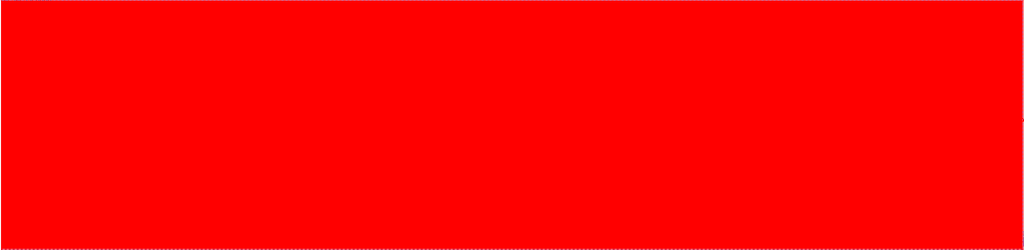
<source format=lef>
VERSION 5.7 ;
BUSBITCHARS "[]" ;
MACRO fakeram_512x2048_1r1w
  FOREIGN fakeram_512x2048_1r1w 0 0 ;
  SYMMETRY X Y R90 ;
  SIZE 5871.900 BY 1436.160 ;
  CLASS BLOCK ;
  PIN w0_mask_in[0]
    DIRECTION INPUT ;
    USE SIGNAL ;
    SHAPE ABUTMENT ;
    PORT
      LAYER met3 ;
      RECT 0.000 6.650 0.800 6.950 ;
    END
  END w0_mask_in[0]
  PIN w0_mask_in[1]
    DIRECTION INPUT ;
    USE SIGNAL ;
    SHAPE ABUTMENT ;
    PORT
      LAYER met3 ;
      RECT 0.000 8.010 0.800 8.310 ;
    END
  END w0_mask_in[1]
  PIN w0_mask_in[2]
    DIRECTION INPUT ;
    USE SIGNAL ;
    SHAPE ABUTMENT ;
    PORT
      LAYER met3 ;
      RECT 0.000 9.370 0.800 9.670 ;
    END
  END w0_mask_in[2]
  PIN w0_mask_in[3]
    DIRECTION INPUT ;
    USE SIGNAL ;
    SHAPE ABUTMENT ;
    PORT
      LAYER met3 ;
      RECT 0.000 10.730 0.800 11.030 ;
    END
  END w0_mask_in[3]
  PIN w0_mask_in[4]
    DIRECTION INPUT ;
    USE SIGNAL ;
    SHAPE ABUTMENT ;
    PORT
      LAYER met3 ;
      RECT 0.000 12.090 0.800 12.390 ;
    END
  END w0_mask_in[4]
  PIN w0_mask_in[5]
    DIRECTION INPUT ;
    USE SIGNAL ;
    SHAPE ABUTMENT ;
    PORT
      LAYER met3 ;
      RECT 0.000 13.450 0.800 13.750 ;
    END
  END w0_mask_in[5]
  PIN w0_mask_in[6]
    DIRECTION INPUT ;
    USE SIGNAL ;
    SHAPE ABUTMENT ;
    PORT
      LAYER met3 ;
      RECT 0.000 14.810 0.800 15.110 ;
    END
  END w0_mask_in[6]
  PIN w0_mask_in[7]
    DIRECTION INPUT ;
    USE SIGNAL ;
    SHAPE ABUTMENT ;
    PORT
      LAYER met3 ;
      RECT 0.000 16.170 0.800 16.470 ;
    END
  END w0_mask_in[7]
  PIN w0_mask_in[8]
    DIRECTION INPUT ;
    USE SIGNAL ;
    SHAPE ABUTMENT ;
    PORT
      LAYER met3 ;
      RECT 0.000 17.530 0.800 17.830 ;
    END
  END w0_mask_in[8]
  PIN w0_mask_in[9]
    DIRECTION INPUT ;
    USE SIGNAL ;
    SHAPE ABUTMENT ;
    PORT
      LAYER met3 ;
      RECT 0.000 18.890 0.800 19.190 ;
    END
  END w0_mask_in[9]
  PIN w0_mask_in[10]
    DIRECTION INPUT ;
    USE SIGNAL ;
    SHAPE ABUTMENT ;
    PORT
      LAYER met3 ;
      RECT 0.000 20.250 0.800 20.550 ;
    END
  END w0_mask_in[10]
  PIN w0_mask_in[11]
    DIRECTION INPUT ;
    USE SIGNAL ;
    SHAPE ABUTMENT ;
    PORT
      LAYER met3 ;
      RECT 0.000 21.610 0.800 21.910 ;
    END
  END w0_mask_in[11]
  PIN w0_mask_in[12]
    DIRECTION INPUT ;
    USE SIGNAL ;
    SHAPE ABUTMENT ;
    PORT
      LAYER met3 ;
      RECT 0.000 22.970 0.800 23.270 ;
    END
  END w0_mask_in[12]
  PIN w0_mask_in[13]
    DIRECTION INPUT ;
    USE SIGNAL ;
    SHAPE ABUTMENT ;
    PORT
      LAYER met3 ;
      RECT 0.000 24.330 0.800 24.630 ;
    END
  END w0_mask_in[13]
  PIN w0_mask_in[14]
    DIRECTION INPUT ;
    USE SIGNAL ;
    SHAPE ABUTMENT ;
    PORT
      LAYER met3 ;
      RECT 0.000 25.690 0.800 25.990 ;
    END
  END w0_mask_in[14]
  PIN w0_mask_in[15]
    DIRECTION INPUT ;
    USE SIGNAL ;
    SHAPE ABUTMENT ;
    PORT
      LAYER met3 ;
      RECT 0.000 27.050 0.800 27.350 ;
    END
  END w0_mask_in[15]
  PIN w0_mask_in[16]
    DIRECTION INPUT ;
    USE SIGNAL ;
    SHAPE ABUTMENT ;
    PORT
      LAYER met3 ;
      RECT 0.000 28.410 0.800 28.710 ;
    END
  END w0_mask_in[16]
  PIN w0_mask_in[17]
    DIRECTION INPUT ;
    USE SIGNAL ;
    SHAPE ABUTMENT ;
    PORT
      LAYER met3 ;
      RECT 0.000 29.770 0.800 30.070 ;
    END
  END w0_mask_in[17]
  PIN w0_mask_in[18]
    DIRECTION INPUT ;
    USE SIGNAL ;
    SHAPE ABUTMENT ;
    PORT
      LAYER met3 ;
      RECT 0.000 31.130 0.800 31.430 ;
    END
  END w0_mask_in[18]
  PIN w0_mask_in[19]
    DIRECTION INPUT ;
    USE SIGNAL ;
    SHAPE ABUTMENT ;
    PORT
      LAYER met3 ;
      RECT 0.000 32.490 0.800 32.790 ;
    END
  END w0_mask_in[19]
  PIN w0_mask_in[20]
    DIRECTION INPUT ;
    USE SIGNAL ;
    SHAPE ABUTMENT ;
    PORT
      LAYER met3 ;
      RECT 0.000 33.850 0.800 34.150 ;
    END
  END w0_mask_in[20]
  PIN w0_mask_in[21]
    DIRECTION INPUT ;
    USE SIGNAL ;
    SHAPE ABUTMENT ;
    PORT
      LAYER met3 ;
      RECT 0.000 35.210 0.800 35.510 ;
    END
  END w0_mask_in[21]
  PIN w0_mask_in[22]
    DIRECTION INPUT ;
    USE SIGNAL ;
    SHAPE ABUTMENT ;
    PORT
      LAYER met3 ;
      RECT 0.000 36.570 0.800 36.870 ;
    END
  END w0_mask_in[22]
  PIN w0_mask_in[23]
    DIRECTION INPUT ;
    USE SIGNAL ;
    SHAPE ABUTMENT ;
    PORT
      LAYER met3 ;
      RECT 0.000 37.930 0.800 38.230 ;
    END
  END w0_mask_in[23]
  PIN w0_mask_in[24]
    DIRECTION INPUT ;
    USE SIGNAL ;
    SHAPE ABUTMENT ;
    PORT
      LAYER met3 ;
      RECT 0.000 39.290 0.800 39.590 ;
    END
  END w0_mask_in[24]
  PIN w0_mask_in[25]
    DIRECTION INPUT ;
    USE SIGNAL ;
    SHAPE ABUTMENT ;
    PORT
      LAYER met3 ;
      RECT 0.000 40.650 0.800 40.950 ;
    END
  END w0_mask_in[25]
  PIN w0_mask_in[26]
    DIRECTION INPUT ;
    USE SIGNAL ;
    SHAPE ABUTMENT ;
    PORT
      LAYER met3 ;
      RECT 0.000 42.010 0.800 42.310 ;
    END
  END w0_mask_in[26]
  PIN w0_mask_in[27]
    DIRECTION INPUT ;
    USE SIGNAL ;
    SHAPE ABUTMENT ;
    PORT
      LAYER met3 ;
      RECT 0.000 43.370 0.800 43.670 ;
    END
  END w0_mask_in[27]
  PIN w0_mask_in[28]
    DIRECTION INPUT ;
    USE SIGNAL ;
    SHAPE ABUTMENT ;
    PORT
      LAYER met3 ;
      RECT 0.000 44.730 0.800 45.030 ;
    END
  END w0_mask_in[28]
  PIN w0_mask_in[29]
    DIRECTION INPUT ;
    USE SIGNAL ;
    SHAPE ABUTMENT ;
    PORT
      LAYER met3 ;
      RECT 0.000 46.090 0.800 46.390 ;
    END
  END w0_mask_in[29]
  PIN w0_mask_in[30]
    DIRECTION INPUT ;
    USE SIGNAL ;
    SHAPE ABUTMENT ;
    PORT
      LAYER met3 ;
      RECT 0.000 47.450 0.800 47.750 ;
    END
  END w0_mask_in[30]
  PIN w0_mask_in[31]
    DIRECTION INPUT ;
    USE SIGNAL ;
    SHAPE ABUTMENT ;
    PORT
      LAYER met3 ;
      RECT 0.000 48.810 0.800 49.110 ;
    END
  END w0_mask_in[31]
  PIN w0_mask_in[32]
    DIRECTION INPUT ;
    USE SIGNAL ;
    SHAPE ABUTMENT ;
    PORT
      LAYER met3 ;
      RECT 0.000 50.170 0.800 50.470 ;
    END
  END w0_mask_in[32]
  PIN w0_mask_in[33]
    DIRECTION INPUT ;
    USE SIGNAL ;
    SHAPE ABUTMENT ;
    PORT
      LAYER met3 ;
      RECT 0.000 51.530 0.800 51.830 ;
    END
  END w0_mask_in[33]
  PIN w0_mask_in[34]
    DIRECTION INPUT ;
    USE SIGNAL ;
    SHAPE ABUTMENT ;
    PORT
      LAYER met3 ;
      RECT 0.000 52.890 0.800 53.190 ;
    END
  END w0_mask_in[34]
  PIN w0_mask_in[35]
    DIRECTION INPUT ;
    USE SIGNAL ;
    SHAPE ABUTMENT ;
    PORT
      LAYER met3 ;
      RECT 0.000 54.250 0.800 54.550 ;
    END
  END w0_mask_in[35]
  PIN w0_mask_in[36]
    DIRECTION INPUT ;
    USE SIGNAL ;
    SHAPE ABUTMENT ;
    PORT
      LAYER met3 ;
      RECT 0.000 55.610 0.800 55.910 ;
    END
  END w0_mask_in[36]
  PIN w0_mask_in[37]
    DIRECTION INPUT ;
    USE SIGNAL ;
    SHAPE ABUTMENT ;
    PORT
      LAYER met3 ;
      RECT 0.000 56.970 0.800 57.270 ;
    END
  END w0_mask_in[37]
  PIN w0_mask_in[38]
    DIRECTION INPUT ;
    USE SIGNAL ;
    SHAPE ABUTMENT ;
    PORT
      LAYER met3 ;
      RECT 0.000 58.330 0.800 58.630 ;
    END
  END w0_mask_in[38]
  PIN w0_mask_in[39]
    DIRECTION INPUT ;
    USE SIGNAL ;
    SHAPE ABUTMENT ;
    PORT
      LAYER met3 ;
      RECT 0.000 59.690 0.800 59.990 ;
    END
  END w0_mask_in[39]
  PIN w0_mask_in[40]
    DIRECTION INPUT ;
    USE SIGNAL ;
    SHAPE ABUTMENT ;
    PORT
      LAYER met3 ;
      RECT 0.000 61.050 0.800 61.350 ;
    END
  END w0_mask_in[40]
  PIN w0_mask_in[41]
    DIRECTION INPUT ;
    USE SIGNAL ;
    SHAPE ABUTMENT ;
    PORT
      LAYER met3 ;
      RECT 0.000 62.410 0.800 62.710 ;
    END
  END w0_mask_in[41]
  PIN w0_mask_in[42]
    DIRECTION INPUT ;
    USE SIGNAL ;
    SHAPE ABUTMENT ;
    PORT
      LAYER met3 ;
      RECT 0.000 63.770 0.800 64.070 ;
    END
  END w0_mask_in[42]
  PIN w0_mask_in[43]
    DIRECTION INPUT ;
    USE SIGNAL ;
    SHAPE ABUTMENT ;
    PORT
      LAYER met3 ;
      RECT 0.000 65.130 0.800 65.430 ;
    END
  END w0_mask_in[43]
  PIN w0_mask_in[44]
    DIRECTION INPUT ;
    USE SIGNAL ;
    SHAPE ABUTMENT ;
    PORT
      LAYER met3 ;
      RECT 0.000 66.490 0.800 66.790 ;
    END
  END w0_mask_in[44]
  PIN w0_mask_in[45]
    DIRECTION INPUT ;
    USE SIGNAL ;
    SHAPE ABUTMENT ;
    PORT
      LAYER met3 ;
      RECT 0.000 67.850 0.800 68.150 ;
    END
  END w0_mask_in[45]
  PIN w0_mask_in[46]
    DIRECTION INPUT ;
    USE SIGNAL ;
    SHAPE ABUTMENT ;
    PORT
      LAYER met3 ;
      RECT 0.000 69.210 0.800 69.510 ;
    END
  END w0_mask_in[46]
  PIN w0_mask_in[47]
    DIRECTION INPUT ;
    USE SIGNAL ;
    SHAPE ABUTMENT ;
    PORT
      LAYER met3 ;
      RECT 0.000 70.570 0.800 70.870 ;
    END
  END w0_mask_in[47]
  PIN w0_mask_in[48]
    DIRECTION INPUT ;
    USE SIGNAL ;
    SHAPE ABUTMENT ;
    PORT
      LAYER met3 ;
      RECT 0.000 71.930 0.800 72.230 ;
    END
  END w0_mask_in[48]
  PIN w0_mask_in[49]
    DIRECTION INPUT ;
    USE SIGNAL ;
    SHAPE ABUTMENT ;
    PORT
      LAYER met3 ;
      RECT 0.000 73.290 0.800 73.590 ;
    END
  END w0_mask_in[49]
  PIN w0_mask_in[50]
    DIRECTION INPUT ;
    USE SIGNAL ;
    SHAPE ABUTMENT ;
    PORT
      LAYER met3 ;
      RECT 0.000 74.650 0.800 74.950 ;
    END
  END w0_mask_in[50]
  PIN w0_mask_in[51]
    DIRECTION INPUT ;
    USE SIGNAL ;
    SHAPE ABUTMENT ;
    PORT
      LAYER met3 ;
      RECT 0.000 76.010 0.800 76.310 ;
    END
  END w0_mask_in[51]
  PIN w0_mask_in[52]
    DIRECTION INPUT ;
    USE SIGNAL ;
    SHAPE ABUTMENT ;
    PORT
      LAYER met3 ;
      RECT 0.000 77.370 0.800 77.670 ;
    END
  END w0_mask_in[52]
  PIN w0_mask_in[53]
    DIRECTION INPUT ;
    USE SIGNAL ;
    SHAPE ABUTMENT ;
    PORT
      LAYER met3 ;
      RECT 0.000 78.730 0.800 79.030 ;
    END
  END w0_mask_in[53]
  PIN w0_mask_in[54]
    DIRECTION INPUT ;
    USE SIGNAL ;
    SHAPE ABUTMENT ;
    PORT
      LAYER met3 ;
      RECT 0.000 80.090 0.800 80.390 ;
    END
  END w0_mask_in[54]
  PIN w0_mask_in[55]
    DIRECTION INPUT ;
    USE SIGNAL ;
    SHAPE ABUTMENT ;
    PORT
      LAYER met3 ;
      RECT 0.000 81.450 0.800 81.750 ;
    END
  END w0_mask_in[55]
  PIN w0_mask_in[56]
    DIRECTION INPUT ;
    USE SIGNAL ;
    SHAPE ABUTMENT ;
    PORT
      LAYER met3 ;
      RECT 0.000 82.810 0.800 83.110 ;
    END
  END w0_mask_in[56]
  PIN w0_mask_in[57]
    DIRECTION INPUT ;
    USE SIGNAL ;
    SHAPE ABUTMENT ;
    PORT
      LAYER met3 ;
      RECT 0.000 84.170 0.800 84.470 ;
    END
  END w0_mask_in[57]
  PIN w0_mask_in[58]
    DIRECTION INPUT ;
    USE SIGNAL ;
    SHAPE ABUTMENT ;
    PORT
      LAYER met3 ;
      RECT 0.000 85.530 0.800 85.830 ;
    END
  END w0_mask_in[58]
  PIN w0_mask_in[59]
    DIRECTION INPUT ;
    USE SIGNAL ;
    SHAPE ABUTMENT ;
    PORT
      LAYER met3 ;
      RECT 0.000 86.890 0.800 87.190 ;
    END
  END w0_mask_in[59]
  PIN w0_mask_in[60]
    DIRECTION INPUT ;
    USE SIGNAL ;
    SHAPE ABUTMENT ;
    PORT
      LAYER met3 ;
      RECT 0.000 88.250 0.800 88.550 ;
    END
  END w0_mask_in[60]
  PIN w0_mask_in[61]
    DIRECTION INPUT ;
    USE SIGNAL ;
    SHAPE ABUTMENT ;
    PORT
      LAYER met3 ;
      RECT 0.000 89.610 0.800 89.910 ;
    END
  END w0_mask_in[61]
  PIN w0_mask_in[62]
    DIRECTION INPUT ;
    USE SIGNAL ;
    SHAPE ABUTMENT ;
    PORT
      LAYER met3 ;
      RECT 0.000 90.970 0.800 91.270 ;
    END
  END w0_mask_in[62]
  PIN w0_mask_in[63]
    DIRECTION INPUT ;
    USE SIGNAL ;
    SHAPE ABUTMENT ;
    PORT
      LAYER met3 ;
      RECT 0.000 92.330 0.800 92.630 ;
    END
  END w0_mask_in[63]
  PIN w0_mask_in[64]
    DIRECTION INPUT ;
    USE SIGNAL ;
    SHAPE ABUTMENT ;
    PORT
      LAYER met3 ;
      RECT 0.000 93.690 0.800 93.990 ;
    END
  END w0_mask_in[64]
  PIN w0_mask_in[65]
    DIRECTION INPUT ;
    USE SIGNAL ;
    SHAPE ABUTMENT ;
    PORT
      LAYER met3 ;
      RECT 0.000 95.050 0.800 95.350 ;
    END
  END w0_mask_in[65]
  PIN w0_mask_in[66]
    DIRECTION INPUT ;
    USE SIGNAL ;
    SHAPE ABUTMENT ;
    PORT
      LAYER met3 ;
      RECT 0.000 96.410 0.800 96.710 ;
    END
  END w0_mask_in[66]
  PIN w0_mask_in[67]
    DIRECTION INPUT ;
    USE SIGNAL ;
    SHAPE ABUTMENT ;
    PORT
      LAYER met3 ;
      RECT 0.000 97.770 0.800 98.070 ;
    END
  END w0_mask_in[67]
  PIN w0_mask_in[68]
    DIRECTION INPUT ;
    USE SIGNAL ;
    SHAPE ABUTMENT ;
    PORT
      LAYER met3 ;
      RECT 0.000 99.130 0.800 99.430 ;
    END
  END w0_mask_in[68]
  PIN w0_mask_in[69]
    DIRECTION INPUT ;
    USE SIGNAL ;
    SHAPE ABUTMENT ;
    PORT
      LAYER met3 ;
      RECT 0.000 100.490 0.800 100.790 ;
    END
  END w0_mask_in[69]
  PIN w0_mask_in[70]
    DIRECTION INPUT ;
    USE SIGNAL ;
    SHAPE ABUTMENT ;
    PORT
      LAYER met3 ;
      RECT 0.000 101.850 0.800 102.150 ;
    END
  END w0_mask_in[70]
  PIN w0_mask_in[71]
    DIRECTION INPUT ;
    USE SIGNAL ;
    SHAPE ABUTMENT ;
    PORT
      LAYER met3 ;
      RECT 0.000 103.210 0.800 103.510 ;
    END
  END w0_mask_in[71]
  PIN w0_mask_in[72]
    DIRECTION INPUT ;
    USE SIGNAL ;
    SHAPE ABUTMENT ;
    PORT
      LAYER met3 ;
      RECT 0.000 104.570 0.800 104.870 ;
    END
  END w0_mask_in[72]
  PIN w0_mask_in[73]
    DIRECTION INPUT ;
    USE SIGNAL ;
    SHAPE ABUTMENT ;
    PORT
      LAYER met3 ;
      RECT 0.000 105.930 0.800 106.230 ;
    END
  END w0_mask_in[73]
  PIN w0_mask_in[74]
    DIRECTION INPUT ;
    USE SIGNAL ;
    SHAPE ABUTMENT ;
    PORT
      LAYER met3 ;
      RECT 0.000 107.290 0.800 107.590 ;
    END
  END w0_mask_in[74]
  PIN w0_mask_in[75]
    DIRECTION INPUT ;
    USE SIGNAL ;
    SHAPE ABUTMENT ;
    PORT
      LAYER met3 ;
      RECT 0.000 108.650 0.800 108.950 ;
    END
  END w0_mask_in[75]
  PIN w0_mask_in[76]
    DIRECTION INPUT ;
    USE SIGNAL ;
    SHAPE ABUTMENT ;
    PORT
      LAYER met3 ;
      RECT 0.000 110.010 0.800 110.310 ;
    END
  END w0_mask_in[76]
  PIN w0_mask_in[77]
    DIRECTION INPUT ;
    USE SIGNAL ;
    SHAPE ABUTMENT ;
    PORT
      LAYER met3 ;
      RECT 0.000 111.370 0.800 111.670 ;
    END
  END w0_mask_in[77]
  PIN w0_mask_in[78]
    DIRECTION INPUT ;
    USE SIGNAL ;
    SHAPE ABUTMENT ;
    PORT
      LAYER met3 ;
      RECT 0.000 112.730 0.800 113.030 ;
    END
  END w0_mask_in[78]
  PIN w0_mask_in[79]
    DIRECTION INPUT ;
    USE SIGNAL ;
    SHAPE ABUTMENT ;
    PORT
      LAYER met3 ;
      RECT 0.000 114.090 0.800 114.390 ;
    END
  END w0_mask_in[79]
  PIN w0_mask_in[80]
    DIRECTION INPUT ;
    USE SIGNAL ;
    SHAPE ABUTMENT ;
    PORT
      LAYER met3 ;
      RECT 0.000 115.450 0.800 115.750 ;
    END
  END w0_mask_in[80]
  PIN w0_mask_in[81]
    DIRECTION INPUT ;
    USE SIGNAL ;
    SHAPE ABUTMENT ;
    PORT
      LAYER met3 ;
      RECT 0.000 116.810 0.800 117.110 ;
    END
  END w0_mask_in[81]
  PIN w0_mask_in[82]
    DIRECTION INPUT ;
    USE SIGNAL ;
    SHAPE ABUTMENT ;
    PORT
      LAYER met3 ;
      RECT 0.000 118.170 0.800 118.470 ;
    END
  END w0_mask_in[82]
  PIN w0_mask_in[83]
    DIRECTION INPUT ;
    USE SIGNAL ;
    SHAPE ABUTMENT ;
    PORT
      LAYER met3 ;
      RECT 0.000 119.530 0.800 119.830 ;
    END
  END w0_mask_in[83]
  PIN w0_mask_in[84]
    DIRECTION INPUT ;
    USE SIGNAL ;
    SHAPE ABUTMENT ;
    PORT
      LAYER met3 ;
      RECT 0.000 120.890 0.800 121.190 ;
    END
  END w0_mask_in[84]
  PIN w0_mask_in[85]
    DIRECTION INPUT ;
    USE SIGNAL ;
    SHAPE ABUTMENT ;
    PORT
      LAYER met3 ;
      RECT 0.000 122.250 0.800 122.550 ;
    END
  END w0_mask_in[85]
  PIN w0_mask_in[86]
    DIRECTION INPUT ;
    USE SIGNAL ;
    SHAPE ABUTMENT ;
    PORT
      LAYER met3 ;
      RECT 0.000 123.610 0.800 123.910 ;
    END
  END w0_mask_in[86]
  PIN w0_mask_in[87]
    DIRECTION INPUT ;
    USE SIGNAL ;
    SHAPE ABUTMENT ;
    PORT
      LAYER met3 ;
      RECT 0.000 124.970 0.800 125.270 ;
    END
  END w0_mask_in[87]
  PIN w0_mask_in[88]
    DIRECTION INPUT ;
    USE SIGNAL ;
    SHAPE ABUTMENT ;
    PORT
      LAYER met3 ;
      RECT 0.000 126.330 0.800 126.630 ;
    END
  END w0_mask_in[88]
  PIN w0_mask_in[89]
    DIRECTION INPUT ;
    USE SIGNAL ;
    SHAPE ABUTMENT ;
    PORT
      LAYER met3 ;
      RECT 0.000 127.690 0.800 127.990 ;
    END
  END w0_mask_in[89]
  PIN w0_mask_in[90]
    DIRECTION INPUT ;
    USE SIGNAL ;
    SHAPE ABUTMENT ;
    PORT
      LAYER met3 ;
      RECT 0.000 129.050 0.800 129.350 ;
    END
  END w0_mask_in[90]
  PIN w0_mask_in[91]
    DIRECTION INPUT ;
    USE SIGNAL ;
    SHAPE ABUTMENT ;
    PORT
      LAYER met3 ;
      RECT 0.000 130.410 0.800 130.710 ;
    END
  END w0_mask_in[91]
  PIN w0_mask_in[92]
    DIRECTION INPUT ;
    USE SIGNAL ;
    SHAPE ABUTMENT ;
    PORT
      LAYER met3 ;
      RECT 0.000 131.770 0.800 132.070 ;
    END
  END w0_mask_in[92]
  PIN w0_mask_in[93]
    DIRECTION INPUT ;
    USE SIGNAL ;
    SHAPE ABUTMENT ;
    PORT
      LAYER met3 ;
      RECT 0.000 133.130 0.800 133.430 ;
    END
  END w0_mask_in[93]
  PIN w0_mask_in[94]
    DIRECTION INPUT ;
    USE SIGNAL ;
    SHAPE ABUTMENT ;
    PORT
      LAYER met3 ;
      RECT 0.000 134.490 0.800 134.790 ;
    END
  END w0_mask_in[94]
  PIN w0_mask_in[95]
    DIRECTION INPUT ;
    USE SIGNAL ;
    SHAPE ABUTMENT ;
    PORT
      LAYER met3 ;
      RECT 0.000 135.850 0.800 136.150 ;
    END
  END w0_mask_in[95]
  PIN w0_mask_in[96]
    DIRECTION INPUT ;
    USE SIGNAL ;
    SHAPE ABUTMENT ;
    PORT
      LAYER met3 ;
      RECT 0.000 137.210 0.800 137.510 ;
    END
  END w0_mask_in[96]
  PIN w0_mask_in[97]
    DIRECTION INPUT ;
    USE SIGNAL ;
    SHAPE ABUTMENT ;
    PORT
      LAYER met3 ;
      RECT 0.000 138.570 0.800 138.870 ;
    END
  END w0_mask_in[97]
  PIN w0_mask_in[98]
    DIRECTION INPUT ;
    USE SIGNAL ;
    SHAPE ABUTMENT ;
    PORT
      LAYER met3 ;
      RECT 0.000 139.930 0.800 140.230 ;
    END
  END w0_mask_in[98]
  PIN w0_mask_in[99]
    DIRECTION INPUT ;
    USE SIGNAL ;
    SHAPE ABUTMENT ;
    PORT
      LAYER met3 ;
      RECT 0.000 141.290 0.800 141.590 ;
    END
  END w0_mask_in[99]
  PIN w0_mask_in[100]
    DIRECTION INPUT ;
    USE SIGNAL ;
    SHAPE ABUTMENT ;
    PORT
      LAYER met3 ;
      RECT 0.000 142.650 0.800 142.950 ;
    END
  END w0_mask_in[100]
  PIN w0_mask_in[101]
    DIRECTION INPUT ;
    USE SIGNAL ;
    SHAPE ABUTMENT ;
    PORT
      LAYER met3 ;
      RECT 0.000 144.010 0.800 144.310 ;
    END
  END w0_mask_in[101]
  PIN w0_mask_in[102]
    DIRECTION INPUT ;
    USE SIGNAL ;
    SHAPE ABUTMENT ;
    PORT
      LAYER met3 ;
      RECT 0.000 145.370 0.800 145.670 ;
    END
  END w0_mask_in[102]
  PIN w0_mask_in[103]
    DIRECTION INPUT ;
    USE SIGNAL ;
    SHAPE ABUTMENT ;
    PORT
      LAYER met3 ;
      RECT 0.000 146.730 0.800 147.030 ;
    END
  END w0_mask_in[103]
  PIN w0_mask_in[104]
    DIRECTION INPUT ;
    USE SIGNAL ;
    SHAPE ABUTMENT ;
    PORT
      LAYER met3 ;
      RECT 0.000 148.090 0.800 148.390 ;
    END
  END w0_mask_in[104]
  PIN w0_mask_in[105]
    DIRECTION INPUT ;
    USE SIGNAL ;
    SHAPE ABUTMENT ;
    PORT
      LAYER met3 ;
      RECT 0.000 149.450 0.800 149.750 ;
    END
  END w0_mask_in[105]
  PIN w0_mask_in[106]
    DIRECTION INPUT ;
    USE SIGNAL ;
    SHAPE ABUTMENT ;
    PORT
      LAYER met3 ;
      RECT 0.000 150.810 0.800 151.110 ;
    END
  END w0_mask_in[106]
  PIN w0_mask_in[107]
    DIRECTION INPUT ;
    USE SIGNAL ;
    SHAPE ABUTMENT ;
    PORT
      LAYER met3 ;
      RECT 0.000 152.170 0.800 152.470 ;
    END
  END w0_mask_in[107]
  PIN w0_mask_in[108]
    DIRECTION INPUT ;
    USE SIGNAL ;
    SHAPE ABUTMENT ;
    PORT
      LAYER met3 ;
      RECT 0.000 153.530 0.800 153.830 ;
    END
  END w0_mask_in[108]
  PIN w0_mask_in[109]
    DIRECTION INPUT ;
    USE SIGNAL ;
    SHAPE ABUTMENT ;
    PORT
      LAYER met3 ;
      RECT 0.000 154.890 0.800 155.190 ;
    END
  END w0_mask_in[109]
  PIN w0_mask_in[110]
    DIRECTION INPUT ;
    USE SIGNAL ;
    SHAPE ABUTMENT ;
    PORT
      LAYER met3 ;
      RECT 0.000 156.250 0.800 156.550 ;
    END
  END w0_mask_in[110]
  PIN w0_mask_in[111]
    DIRECTION INPUT ;
    USE SIGNAL ;
    SHAPE ABUTMENT ;
    PORT
      LAYER met3 ;
      RECT 0.000 157.610 0.800 157.910 ;
    END
  END w0_mask_in[111]
  PIN w0_mask_in[112]
    DIRECTION INPUT ;
    USE SIGNAL ;
    SHAPE ABUTMENT ;
    PORT
      LAYER met3 ;
      RECT 0.000 158.970 0.800 159.270 ;
    END
  END w0_mask_in[112]
  PIN w0_mask_in[113]
    DIRECTION INPUT ;
    USE SIGNAL ;
    SHAPE ABUTMENT ;
    PORT
      LAYER met3 ;
      RECT 0.000 160.330 0.800 160.630 ;
    END
  END w0_mask_in[113]
  PIN w0_mask_in[114]
    DIRECTION INPUT ;
    USE SIGNAL ;
    SHAPE ABUTMENT ;
    PORT
      LAYER met3 ;
      RECT 0.000 161.690 0.800 161.990 ;
    END
  END w0_mask_in[114]
  PIN w0_mask_in[115]
    DIRECTION INPUT ;
    USE SIGNAL ;
    SHAPE ABUTMENT ;
    PORT
      LAYER met3 ;
      RECT 0.000 163.050 0.800 163.350 ;
    END
  END w0_mask_in[115]
  PIN w0_mask_in[116]
    DIRECTION INPUT ;
    USE SIGNAL ;
    SHAPE ABUTMENT ;
    PORT
      LAYER met3 ;
      RECT 0.000 164.410 0.800 164.710 ;
    END
  END w0_mask_in[116]
  PIN w0_mask_in[117]
    DIRECTION INPUT ;
    USE SIGNAL ;
    SHAPE ABUTMENT ;
    PORT
      LAYER met3 ;
      RECT 0.000 165.770 0.800 166.070 ;
    END
  END w0_mask_in[117]
  PIN w0_mask_in[118]
    DIRECTION INPUT ;
    USE SIGNAL ;
    SHAPE ABUTMENT ;
    PORT
      LAYER met3 ;
      RECT 0.000 167.130 0.800 167.430 ;
    END
  END w0_mask_in[118]
  PIN w0_mask_in[119]
    DIRECTION INPUT ;
    USE SIGNAL ;
    SHAPE ABUTMENT ;
    PORT
      LAYER met3 ;
      RECT 0.000 168.490 0.800 168.790 ;
    END
  END w0_mask_in[119]
  PIN w0_mask_in[120]
    DIRECTION INPUT ;
    USE SIGNAL ;
    SHAPE ABUTMENT ;
    PORT
      LAYER met3 ;
      RECT 0.000 169.850 0.800 170.150 ;
    END
  END w0_mask_in[120]
  PIN w0_mask_in[121]
    DIRECTION INPUT ;
    USE SIGNAL ;
    SHAPE ABUTMENT ;
    PORT
      LAYER met3 ;
      RECT 0.000 171.210 0.800 171.510 ;
    END
  END w0_mask_in[121]
  PIN w0_mask_in[122]
    DIRECTION INPUT ;
    USE SIGNAL ;
    SHAPE ABUTMENT ;
    PORT
      LAYER met3 ;
      RECT 0.000 172.570 0.800 172.870 ;
    END
  END w0_mask_in[122]
  PIN w0_mask_in[123]
    DIRECTION INPUT ;
    USE SIGNAL ;
    SHAPE ABUTMENT ;
    PORT
      LAYER met3 ;
      RECT 0.000 173.930 0.800 174.230 ;
    END
  END w0_mask_in[123]
  PIN w0_mask_in[124]
    DIRECTION INPUT ;
    USE SIGNAL ;
    SHAPE ABUTMENT ;
    PORT
      LAYER met3 ;
      RECT 0.000 175.290 0.800 175.590 ;
    END
  END w0_mask_in[124]
  PIN w0_mask_in[125]
    DIRECTION INPUT ;
    USE SIGNAL ;
    SHAPE ABUTMENT ;
    PORT
      LAYER met3 ;
      RECT 0.000 176.650 0.800 176.950 ;
    END
  END w0_mask_in[125]
  PIN w0_mask_in[126]
    DIRECTION INPUT ;
    USE SIGNAL ;
    SHAPE ABUTMENT ;
    PORT
      LAYER met3 ;
      RECT 0.000 178.010 0.800 178.310 ;
    END
  END w0_mask_in[126]
  PIN w0_mask_in[127]
    DIRECTION INPUT ;
    USE SIGNAL ;
    SHAPE ABUTMENT ;
    PORT
      LAYER met3 ;
      RECT 0.000 179.370 0.800 179.670 ;
    END
  END w0_mask_in[127]
  PIN w0_mask_in[128]
    DIRECTION INPUT ;
    USE SIGNAL ;
    SHAPE ABUTMENT ;
    PORT
      LAYER met3 ;
      RECT 0.000 180.730 0.800 181.030 ;
    END
  END w0_mask_in[128]
  PIN w0_mask_in[129]
    DIRECTION INPUT ;
    USE SIGNAL ;
    SHAPE ABUTMENT ;
    PORT
      LAYER met3 ;
      RECT 0.000 182.090 0.800 182.390 ;
    END
  END w0_mask_in[129]
  PIN w0_mask_in[130]
    DIRECTION INPUT ;
    USE SIGNAL ;
    SHAPE ABUTMENT ;
    PORT
      LAYER met3 ;
      RECT 0.000 183.450 0.800 183.750 ;
    END
  END w0_mask_in[130]
  PIN w0_mask_in[131]
    DIRECTION INPUT ;
    USE SIGNAL ;
    SHAPE ABUTMENT ;
    PORT
      LAYER met3 ;
      RECT 0.000 184.810 0.800 185.110 ;
    END
  END w0_mask_in[131]
  PIN w0_mask_in[132]
    DIRECTION INPUT ;
    USE SIGNAL ;
    SHAPE ABUTMENT ;
    PORT
      LAYER met3 ;
      RECT 0.000 186.170 0.800 186.470 ;
    END
  END w0_mask_in[132]
  PIN w0_mask_in[133]
    DIRECTION INPUT ;
    USE SIGNAL ;
    SHAPE ABUTMENT ;
    PORT
      LAYER met3 ;
      RECT 0.000 187.530 0.800 187.830 ;
    END
  END w0_mask_in[133]
  PIN w0_mask_in[134]
    DIRECTION INPUT ;
    USE SIGNAL ;
    SHAPE ABUTMENT ;
    PORT
      LAYER met3 ;
      RECT 0.000 188.890 0.800 189.190 ;
    END
  END w0_mask_in[134]
  PIN w0_mask_in[135]
    DIRECTION INPUT ;
    USE SIGNAL ;
    SHAPE ABUTMENT ;
    PORT
      LAYER met3 ;
      RECT 0.000 190.250 0.800 190.550 ;
    END
  END w0_mask_in[135]
  PIN w0_mask_in[136]
    DIRECTION INPUT ;
    USE SIGNAL ;
    SHAPE ABUTMENT ;
    PORT
      LAYER met3 ;
      RECT 0.000 191.610 0.800 191.910 ;
    END
  END w0_mask_in[136]
  PIN w0_mask_in[137]
    DIRECTION INPUT ;
    USE SIGNAL ;
    SHAPE ABUTMENT ;
    PORT
      LAYER met3 ;
      RECT 0.000 192.970 0.800 193.270 ;
    END
  END w0_mask_in[137]
  PIN w0_mask_in[138]
    DIRECTION INPUT ;
    USE SIGNAL ;
    SHAPE ABUTMENT ;
    PORT
      LAYER met3 ;
      RECT 0.000 194.330 0.800 194.630 ;
    END
  END w0_mask_in[138]
  PIN w0_mask_in[139]
    DIRECTION INPUT ;
    USE SIGNAL ;
    SHAPE ABUTMENT ;
    PORT
      LAYER met3 ;
      RECT 0.000 195.690 0.800 195.990 ;
    END
  END w0_mask_in[139]
  PIN w0_mask_in[140]
    DIRECTION INPUT ;
    USE SIGNAL ;
    SHAPE ABUTMENT ;
    PORT
      LAYER met3 ;
      RECT 0.000 197.050 0.800 197.350 ;
    END
  END w0_mask_in[140]
  PIN w0_mask_in[141]
    DIRECTION INPUT ;
    USE SIGNAL ;
    SHAPE ABUTMENT ;
    PORT
      LAYER met3 ;
      RECT 0.000 198.410 0.800 198.710 ;
    END
  END w0_mask_in[141]
  PIN w0_mask_in[142]
    DIRECTION INPUT ;
    USE SIGNAL ;
    SHAPE ABUTMENT ;
    PORT
      LAYER met3 ;
      RECT 0.000 199.770 0.800 200.070 ;
    END
  END w0_mask_in[142]
  PIN w0_mask_in[143]
    DIRECTION INPUT ;
    USE SIGNAL ;
    SHAPE ABUTMENT ;
    PORT
      LAYER met3 ;
      RECT 0.000 201.130 0.800 201.430 ;
    END
  END w0_mask_in[143]
  PIN w0_mask_in[144]
    DIRECTION INPUT ;
    USE SIGNAL ;
    SHAPE ABUTMENT ;
    PORT
      LAYER met3 ;
      RECT 0.000 202.490 0.800 202.790 ;
    END
  END w0_mask_in[144]
  PIN w0_mask_in[145]
    DIRECTION INPUT ;
    USE SIGNAL ;
    SHAPE ABUTMENT ;
    PORT
      LAYER met3 ;
      RECT 0.000 203.850 0.800 204.150 ;
    END
  END w0_mask_in[145]
  PIN w0_mask_in[146]
    DIRECTION INPUT ;
    USE SIGNAL ;
    SHAPE ABUTMENT ;
    PORT
      LAYER met3 ;
      RECT 0.000 205.210 0.800 205.510 ;
    END
  END w0_mask_in[146]
  PIN w0_mask_in[147]
    DIRECTION INPUT ;
    USE SIGNAL ;
    SHAPE ABUTMENT ;
    PORT
      LAYER met3 ;
      RECT 0.000 206.570 0.800 206.870 ;
    END
  END w0_mask_in[147]
  PIN w0_mask_in[148]
    DIRECTION INPUT ;
    USE SIGNAL ;
    SHAPE ABUTMENT ;
    PORT
      LAYER met3 ;
      RECT 0.000 207.930 0.800 208.230 ;
    END
  END w0_mask_in[148]
  PIN w0_mask_in[149]
    DIRECTION INPUT ;
    USE SIGNAL ;
    SHAPE ABUTMENT ;
    PORT
      LAYER met3 ;
      RECT 0.000 209.290 0.800 209.590 ;
    END
  END w0_mask_in[149]
  PIN w0_mask_in[150]
    DIRECTION INPUT ;
    USE SIGNAL ;
    SHAPE ABUTMENT ;
    PORT
      LAYER met3 ;
      RECT 0.000 210.650 0.800 210.950 ;
    END
  END w0_mask_in[150]
  PIN w0_mask_in[151]
    DIRECTION INPUT ;
    USE SIGNAL ;
    SHAPE ABUTMENT ;
    PORT
      LAYER met3 ;
      RECT 0.000 212.010 0.800 212.310 ;
    END
  END w0_mask_in[151]
  PIN w0_mask_in[152]
    DIRECTION INPUT ;
    USE SIGNAL ;
    SHAPE ABUTMENT ;
    PORT
      LAYER met3 ;
      RECT 0.000 213.370 0.800 213.670 ;
    END
  END w0_mask_in[152]
  PIN w0_mask_in[153]
    DIRECTION INPUT ;
    USE SIGNAL ;
    SHAPE ABUTMENT ;
    PORT
      LAYER met3 ;
      RECT 0.000 214.730 0.800 215.030 ;
    END
  END w0_mask_in[153]
  PIN w0_mask_in[154]
    DIRECTION INPUT ;
    USE SIGNAL ;
    SHAPE ABUTMENT ;
    PORT
      LAYER met3 ;
      RECT 0.000 216.090 0.800 216.390 ;
    END
  END w0_mask_in[154]
  PIN w0_mask_in[155]
    DIRECTION INPUT ;
    USE SIGNAL ;
    SHAPE ABUTMENT ;
    PORT
      LAYER met3 ;
      RECT 0.000 217.450 0.800 217.750 ;
    END
  END w0_mask_in[155]
  PIN w0_mask_in[156]
    DIRECTION INPUT ;
    USE SIGNAL ;
    SHAPE ABUTMENT ;
    PORT
      LAYER met3 ;
      RECT 0.000 218.810 0.800 219.110 ;
    END
  END w0_mask_in[156]
  PIN w0_mask_in[157]
    DIRECTION INPUT ;
    USE SIGNAL ;
    SHAPE ABUTMENT ;
    PORT
      LAYER met3 ;
      RECT 0.000 220.170 0.800 220.470 ;
    END
  END w0_mask_in[157]
  PIN w0_mask_in[158]
    DIRECTION INPUT ;
    USE SIGNAL ;
    SHAPE ABUTMENT ;
    PORT
      LAYER met3 ;
      RECT 0.000 221.530 0.800 221.830 ;
    END
  END w0_mask_in[158]
  PIN w0_mask_in[159]
    DIRECTION INPUT ;
    USE SIGNAL ;
    SHAPE ABUTMENT ;
    PORT
      LAYER met3 ;
      RECT 0.000 222.890 0.800 223.190 ;
    END
  END w0_mask_in[159]
  PIN w0_mask_in[160]
    DIRECTION INPUT ;
    USE SIGNAL ;
    SHAPE ABUTMENT ;
    PORT
      LAYER met3 ;
      RECT 0.000 224.250 0.800 224.550 ;
    END
  END w0_mask_in[160]
  PIN w0_mask_in[161]
    DIRECTION INPUT ;
    USE SIGNAL ;
    SHAPE ABUTMENT ;
    PORT
      LAYER met3 ;
      RECT 0.000 225.610 0.800 225.910 ;
    END
  END w0_mask_in[161]
  PIN w0_mask_in[162]
    DIRECTION INPUT ;
    USE SIGNAL ;
    SHAPE ABUTMENT ;
    PORT
      LAYER met3 ;
      RECT 0.000 226.970 0.800 227.270 ;
    END
  END w0_mask_in[162]
  PIN w0_mask_in[163]
    DIRECTION INPUT ;
    USE SIGNAL ;
    SHAPE ABUTMENT ;
    PORT
      LAYER met3 ;
      RECT 0.000 228.330 0.800 228.630 ;
    END
  END w0_mask_in[163]
  PIN w0_mask_in[164]
    DIRECTION INPUT ;
    USE SIGNAL ;
    SHAPE ABUTMENT ;
    PORT
      LAYER met3 ;
      RECT 0.000 229.690 0.800 229.990 ;
    END
  END w0_mask_in[164]
  PIN w0_mask_in[165]
    DIRECTION INPUT ;
    USE SIGNAL ;
    SHAPE ABUTMENT ;
    PORT
      LAYER met3 ;
      RECT 0.000 231.050 0.800 231.350 ;
    END
  END w0_mask_in[165]
  PIN w0_mask_in[166]
    DIRECTION INPUT ;
    USE SIGNAL ;
    SHAPE ABUTMENT ;
    PORT
      LAYER met3 ;
      RECT 0.000 232.410 0.800 232.710 ;
    END
  END w0_mask_in[166]
  PIN w0_mask_in[167]
    DIRECTION INPUT ;
    USE SIGNAL ;
    SHAPE ABUTMENT ;
    PORT
      LAYER met3 ;
      RECT 0.000 233.770 0.800 234.070 ;
    END
  END w0_mask_in[167]
  PIN w0_mask_in[168]
    DIRECTION INPUT ;
    USE SIGNAL ;
    SHAPE ABUTMENT ;
    PORT
      LAYER met3 ;
      RECT 0.000 235.130 0.800 235.430 ;
    END
  END w0_mask_in[168]
  PIN w0_mask_in[169]
    DIRECTION INPUT ;
    USE SIGNAL ;
    SHAPE ABUTMENT ;
    PORT
      LAYER met3 ;
      RECT 0.000 236.490 0.800 236.790 ;
    END
  END w0_mask_in[169]
  PIN w0_mask_in[170]
    DIRECTION INPUT ;
    USE SIGNAL ;
    SHAPE ABUTMENT ;
    PORT
      LAYER met3 ;
      RECT 0.000 237.850 0.800 238.150 ;
    END
  END w0_mask_in[170]
  PIN w0_mask_in[171]
    DIRECTION INPUT ;
    USE SIGNAL ;
    SHAPE ABUTMENT ;
    PORT
      LAYER met3 ;
      RECT 0.000 239.210 0.800 239.510 ;
    END
  END w0_mask_in[171]
  PIN w0_mask_in[172]
    DIRECTION INPUT ;
    USE SIGNAL ;
    SHAPE ABUTMENT ;
    PORT
      LAYER met3 ;
      RECT 0.000 240.570 0.800 240.870 ;
    END
  END w0_mask_in[172]
  PIN w0_mask_in[173]
    DIRECTION INPUT ;
    USE SIGNAL ;
    SHAPE ABUTMENT ;
    PORT
      LAYER met3 ;
      RECT 0.000 241.930 0.800 242.230 ;
    END
  END w0_mask_in[173]
  PIN w0_mask_in[174]
    DIRECTION INPUT ;
    USE SIGNAL ;
    SHAPE ABUTMENT ;
    PORT
      LAYER met3 ;
      RECT 0.000 243.290 0.800 243.590 ;
    END
  END w0_mask_in[174]
  PIN w0_mask_in[175]
    DIRECTION INPUT ;
    USE SIGNAL ;
    SHAPE ABUTMENT ;
    PORT
      LAYER met3 ;
      RECT 0.000 244.650 0.800 244.950 ;
    END
  END w0_mask_in[175]
  PIN w0_mask_in[176]
    DIRECTION INPUT ;
    USE SIGNAL ;
    SHAPE ABUTMENT ;
    PORT
      LAYER met3 ;
      RECT 0.000 246.010 0.800 246.310 ;
    END
  END w0_mask_in[176]
  PIN w0_mask_in[177]
    DIRECTION INPUT ;
    USE SIGNAL ;
    SHAPE ABUTMENT ;
    PORT
      LAYER met3 ;
      RECT 0.000 247.370 0.800 247.670 ;
    END
  END w0_mask_in[177]
  PIN w0_mask_in[178]
    DIRECTION INPUT ;
    USE SIGNAL ;
    SHAPE ABUTMENT ;
    PORT
      LAYER met3 ;
      RECT 0.000 248.730 0.800 249.030 ;
    END
  END w0_mask_in[178]
  PIN w0_mask_in[179]
    DIRECTION INPUT ;
    USE SIGNAL ;
    SHAPE ABUTMENT ;
    PORT
      LAYER met3 ;
      RECT 0.000 250.090 0.800 250.390 ;
    END
  END w0_mask_in[179]
  PIN w0_mask_in[180]
    DIRECTION INPUT ;
    USE SIGNAL ;
    SHAPE ABUTMENT ;
    PORT
      LAYER met3 ;
      RECT 0.000 251.450 0.800 251.750 ;
    END
  END w0_mask_in[180]
  PIN w0_mask_in[181]
    DIRECTION INPUT ;
    USE SIGNAL ;
    SHAPE ABUTMENT ;
    PORT
      LAYER met3 ;
      RECT 0.000 252.810 0.800 253.110 ;
    END
  END w0_mask_in[181]
  PIN w0_mask_in[182]
    DIRECTION INPUT ;
    USE SIGNAL ;
    SHAPE ABUTMENT ;
    PORT
      LAYER met3 ;
      RECT 0.000 254.170 0.800 254.470 ;
    END
  END w0_mask_in[182]
  PIN w0_mask_in[183]
    DIRECTION INPUT ;
    USE SIGNAL ;
    SHAPE ABUTMENT ;
    PORT
      LAYER met3 ;
      RECT 0.000 255.530 0.800 255.830 ;
    END
  END w0_mask_in[183]
  PIN w0_mask_in[184]
    DIRECTION INPUT ;
    USE SIGNAL ;
    SHAPE ABUTMENT ;
    PORT
      LAYER met3 ;
      RECT 0.000 256.890 0.800 257.190 ;
    END
  END w0_mask_in[184]
  PIN w0_mask_in[185]
    DIRECTION INPUT ;
    USE SIGNAL ;
    SHAPE ABUTMENT ;
    PORT
      LAYER met3 ;
      RECT 0.000 258.250 0.800 258.550 ;
    END
  END w0_mask_in[185]
  PIN w0_mask_in[186]
    DIRECTION INPUT ;
    USE SIGNAL ;
    SHAPE ABUTMENT ;
    PORT
      LAYER met3 ;
      RECT 0.000 259.610 0.800 259.910 ;
    END
  END w0_mask_in[186]
  PIN w0_mask_in[187]
    DIRECTION INPUT ;
    USE SIGNAL ;
    SHAPE ABUTMENT ;
    PORT
      LAYER met3 ;
      RECT 0.000 260.970 0.800 261.270 ;
    END
  END w0_mask_in[187]
  PIN w0_mask_in[188]
    DIRECTION INPUT ;
    USE SIGNAL ;
    SHAPE ABUTMENT ;
    PORT
      LAYER met3 ;
      RECT 0.000 262.330 0.800 262.630 ;
    END
  END w0_mask_in[188]
  PIN w0_mask_in[189]
    DIRECTION INPUT ;
    USE SIGNAL ;
    SHAPE ABUTMENT ;
    PORT
      LAYER met3 ;
      RECT 0.000 263.690 0.800 263.990 ;
    END
  END w0_mask_in[189]
  PIN w0_mask_in[190]
    DIRECTION INPUT ;
    USE SIGNAL ;
    SHAPE ABUTMENT ;
    PORT
      LAYER met3 ;
      RECT 0.000 265.050 0.800 265.350 ;
    END
  END w0_mask_in[190]
  PIN w0_mask_in[191]
    DIRECTION INPUT ;
    USE SIGNAL ;
    SHAPE ABUTMENT ;
    PORT
      LAYER met3 ;
      RECT 0.000 266.410 0.800 266.710 ;
    END
  END w0_mask_in[191]
  PIN w0_mask_in[192]
    DIRECTION INPUT ;
    USE SIGNAL ;
    SHAPE ABUTMENT ;
    PORT
      LAYER met3 ;
      RECT 0.000 267.770 0.800 268.070 ;
    END
  END w0_mask_in[192]
  PIN w0_mask_in[193]
    DIRECTION INPUT ;
    USE SIGNAL ;
    SHAPE ABUTMENT ;
    PORT
      LAYER met3 ;
      RECT 0.000 269.130 0.800 269.430 ;
    END
  END w0_mask_in[193]
  PIN w0_mask_in[194]
    DIRECTION INPUT ;
    USE SIGNAL ;
    SHAPE ABUTMENT ;
    PORT
      LAYER met3 ;
      RECT 0.000 270.490 0.800 270.790 ;
    END
  END w0_mask_in[194]
  PIN w0_mask_in[195]
    DIRECTION INPUT ;
    USE SIGNAL ;
    SHAPE ABUTMENT ;
    PORT
      LAYER met3 ;
      RECT 0.000 271.850 0.800 272.150 ;
    END
  END w0_mask_in[195]
  PIN w0_mask_in[196]
    DIRECTION INPUT ;
    USE SIGNAL ;
    SHAPE ABUTMENT ;
    PORT
      LAYER met3 ;
      RECT 0.000 273.210 0.800 273.510 ;
    END
  END w0_mask_in[196]
  PIN w0_mask_in[197]
    DIRECTION INPUT ;
    USE SIGNAL ;
    SHAPE ABUTMENT ;
    PORT
      LAYER met3 ;
      RECT 0.000 274.570 0.800 274.870 ;
    END
  END w0_mask_in[197]
  PIN w0_mask_in[198]
    DIRECTION INPUT ;
    USE SIGNAL ;
    SHAPE ABUTMENT ;
    PORT
      LAYER met3 ;
      RECT 0.000 275.930 0.800 276.230 ;
    END
  END w0_mask_in[198]
  PIN w0_mask_in[199]
    DIRECTION INPUT ;
    USE SIGNAL ;
    SHAPE ABUTMENT ;
    PORT
      LAYER met3 ;
      RECT 0.000 277.290 0.800 277.590 ;
    END
  END w0_mask_in[199]
  PIN w0_mask_in[200]
    DIRECTION INPUT ;
    USE SIGNAL ;
    SHAPE ABUTMENT ;
    PORT
      LAYER met3 ;
      RECT 0.000 278.650 0.800 278.950 ;
    END
  END w0_mask_in[200]
  PIN w0_mask_in[201]
    DIRECTION INPUT ;
    USE SIGNAL ;
    SHAPE ABUTMENT ;
    PORT
      LAYER met3 ;
      RECT 0.000 280.010 0.800 280.310 ;
    END
  END w0_mask_in[201]
  PIN w0_mask_in[202]
    DIRECTION INPUT ;
    USE SIGNAL ;
    SHAPE ABUTMENT ;
    PORT
      LAYER met3 ;
      RECT 0.000 281.370 0.800 281.670 ;
    END
  END w0_mask_in[202]
  PIN w0_mask_in[203]
    DIRECTION INPUT ;
    USE SIGNAL ;
    SHAPE ABUTMENT ;
    PORT
      LAYER met3 ;
      RECT 0.000 282.730 0.800 283.030 ;
    END
  END w0_mask_in[203]
  PIN w0_mask_in[204]
    DIRECTION INPUT ;
    USE SIGNAL ;
    SHAPE ABUTMENT ;
    PORT
      LAYER met3 ;
      RECT 0.000 284.090 0.800 284.390 ;
    END
  END w0_mask_in[204]
  PIN w0_mask_in[205]
    DIRECTION INPUT ;
    USE SIGNAL ;
    SHAPE ABUTMENT ;
    PORT
      LAYER met3 ;
      RECT 0.000 285.450 0.800 285.750 ;
    END
  END w0_mask_in[205]
  PIN w0_mask_in[206]
    DIRECTION INPUT ;
    USE SIGNAL ;
    SHAPE ABUTMENT ;
    PORT
      LAYER met3 ;
      RECT 0.000 286.810 0.800 287.110 ;
    END
  END w0_mask_in[206]
  PIN w0_mask_in[207]
    DIRECTION INPUT ;
    USE SIGNAL ;
    SHAPE ABUTMENT ;
    PORT
      LAYER met3 ;
      RECT 0.000 288.170 0.800 288.470 ;
    END
  END w0_mask_in[207]
  PIN w0_mask_in[208]
    DIRECTION INPUT ;
    USE SIGNAL ;
    SHAPE ABUTMENT ;
    PORT
      LAYER met3 ;
      RECT 0.000 289.530 0.800 289.830 ;
    END
  END w0_mask_in[208]
  PIN w0_mask_in[209]
    DIRECTION INPUT ;
    USE SIGNAL ;
    SHAPE ABUTMENT ;
    PORT
      LAYER met3 ;
      RECT 0.000 290.890 0.800 291.190 ;
    END
  END w0_mask_in[209]
  PIN w0_mask_in[210]
    DIRECTION INPUT ;
    USE SIGNAL ;
    SHAPE ABUTMENT ;
    PORT
      LAYER met3 ;
      RECT 0.000 292.250 0.800 292.550 ;
    END
  END w0_mask_in[210]
  PIN w0_mask_in[211]
    DIRECTION INPUT ;
    USE SIGNAL ;
    SHAPE ABUTMENT ;
    PORT
      LAYER met3 ;
      RECT 0.000 293.610 0.800 293.910 ;
    END
  END w0_mask_in[211]
  PIN w0_mask_in[212]
    DIRECTION INPUT ;
    USE SIGNAL ;
    SHAPE ABUTMENT ;
    PORT
      LAYER met3 ;
      RECT 0.000 294.970 0.800 295.270 ;
    END
  END w0_mask_in[212]
  PIN w0_mask_in[213]
    DIRECTION INPUT ;
    USE SIGNAL ;
    SHAPE ABUTMENT ;
    PORT
      LAYER met3 ;
      RECT 0.000 296.330 0.800 296.630 ;
    END
  END w0_mask_in[213]
  PIN w0_mask_in[214]
    DIRECTION INPUT ;
    USE SIGNAL ;
    SHAPE ABUTMENT ;
    PORT
      LAYER met3 ;
      RECT 0.000 297.690 0.800 297.990 ;
    END
  END w0_mask_in[214]
  PIN w0_mask_in[215]
    DIRECTION INPUT ;
    USE SIGNAL ;
    SHAPE ABUTMENT ;
    PORT
      LAYER met3 ;
      RECT 0.000 299.050 0.800 299.350 ;
    END
  END w0_mask_in[215]
  PIN w0_mask_in[216]
    DIRECTION INPUT ;
    USE SIGNAL ;
    SHAPE ABUTMENT ;
    PORT
      LAYER met3 ;
      RECT 0.000 300.410 0.800 300.710 ;
    END
  END w0_mask_in[216]
  PIN w0_mask_in[217]
    DIRECTION INPUT ;
    USE SIGNAL ;
    SHAPE ABUTMENT ;
    PORT
      LAYER met3 ;
      RECT 0.000 301.770 0.800 302.070 ;
    END
  END w0_mask_in[217]
  PIN w0_mask_in[218]
    DIRECTION INPUT ;
    USE SIGNAL ;
    SHAPE ABUTMENT ;
    PORT
      LAYER met3 ;
      RECT 0.000 303.130 0.800 303.430 ;
    END
  END w0_mask_in[218]
  PIN w0_mask_in[219]
    DIRECTION INPUT ;
    USE SIGNAL ;
    SHAPE ABUTMENT ;
    PORT
      LAYER met3 ;
      RECT 0.000 304.490 0.800 304.790 ;
    END
  END w0_mask_in[219]
  PIN w0_mask_in[220]
    DIRECTION INPUT ;
    USE SIGNAL ;
    SHAPE ABUTMENT ;
    PORT
      LAYER met3 ;
      RECT 0.000 305.850 0.800 306.150 ;
    END
  END w0_mask_in[220]
  PIN w0_mask_in[221]
    DIRECTION INPUT ;
    USE SIGNAL ;
    SHAPE ABUTMENT ;
    PORT
      LAYER met3 ;
      RECT 0.000 307.210 0.800 307.510 ;
    END
  END w0_mask_in[221]
  PIN w0_mask_in[222]
    DIRECTION INPUT ;
    USE SIGNAL ;
    SHAPE ABUTMENT ;
    PORT
      LAYER met3 ;
      RECT 0.000 308.570 0.800 308.870 ;
    END
  END w0_mask_in[222]
  PIN w0_mask_in[223]
    DIRECTION INPUT ;
    USE SIGNAL ;
    SHAPE ABUTMENT ;
    PORT
      LAYER met3 ;
      RECT 0.000 309.930 0.800 310.230 ;
    END
  END w0_mask_in[223]
  PIN w0_mask_in[224]
    DIRECTION INPUT ;
    USE SIGNAL ;
    SHAPE ABUTMENT ;
    PORT
      LAYER met3 ;
      RECT 0.000 311.290 0.800 311.590 ;
    END
  END w0_mask_in[224]
  PIN w0_mask_in[225]
    DIRECTION INPUT ;
    USE SIGNAL ;
    SHAPE ABUTMENT ;
    PORT
      LAYER met3 ;
      RECT 0.000 312.650 0.800 312.950 ;
    END
  END w0_mask_in[225]
  PIN w0_mask_in[226]
    DIRECTION INPUT ;
    USE SIGNAL ;
    SHAPE ABUTMENT ;
    PORT
      LAYER met3 ;
      RECT 0.000 314.010 0.800 314.310 ;
    END
  END w0_mask_in[226]
  PIN w0_mask_in[227]
    DIRECTION INPUT ;
    USE SIGNAL ;
    SHAPE ABUTMENT ;
    PORT
      LAYER met3 ;
      RECT 0.000 315.370 0.800 315.670 ;
    END
  END w0_mask_in[227]
  PIN w0_mask_in[228]
    DIRECTION INPUT ;
    USE SIGNAL ;
    SHAPE ABUTMENT ;
    PORT
      LAYER met3 ;
      RECT 0.000 316.730 0.800 317.030 ;
    END
  END w0_mask_in[228]
  PIN w0_mask_in[229]
    DIRECTION INPUT ;
    USE SIGNAL ;
    SHAPE ABUTMENT ;
    PORT
      LAYER met3 ;
      RECT 0.000 318.090 0.800 318.390 ;
    END
  END w0_mask_in[229]
  PIN w0_mask_in[230]
    DIRECTION INPUT ;
    USE SIGNAL ;
    SHAPE ABUTMENT ;
    PORT
      LAYER met3 ;
      RECT 0.000 319.450 0.800 319.750 ;
    END
  END w0_mask_in[230]
  PIN w0_mask_in[231]
    DIRECTION INPUT ;
    USE SIGNAL ;
    SHAPE ABUTMENT ;
    PORT
      LAYER met3 ;
      RECT 0.000 320.810 0.800 321.110 ;
    END
  END w0_mask_in[231]
  PIN w0_mask_in[232]
    DIRECTION INPUT ;
    USE SIGNAL ;
    SHAPE ABUTMENT ;
    PORT
      LAYER met3 ;
      RECT 0.000 322.170 0.800 322.470 ;
    END
  END w0_mask_in[232]
  PIN w0_mask_in[233]
    DIRECTION INPUT ;
    USE SIGNAL ;
    SHAPE ABUTMENT ;
    PORT
      LAYER met3 ;
      RECT 0.000 323.530 0.800 323.830 ;
    END
  END w0_mask_in[233]
  PIN w0_mask_in[234]
    DIRECTION INPUT ;
    USE SIGNAL ;
    SHAPE ABUTMENT ;
    PORT
      LAYER met3 ;
      RECT 0.000 324.890 0.800 325.190 ;
    END
  END w0_mask_in[234]
  PIN w0_mask_in[235]
    DIRECTION INPUT ;
    USE SIGNAL ;
    SHAPE ABUTMENT ;
    PORT
      LAYER met3 ;
      RECT 0.000 326.250 0.800 326.550 ;
    END
  END w0_mask_in[235]
  PIN w0_mask_in[236]
    DIRECTION INPUT ;
    USE SIGNAL ;
    SHAPE ABUTMENT ;
    PORT
      LAYER met3 ;
      RECT 0.000 327.610 0.800 327.910 ;
    END
  END w0_mask_in[236]
  PIN w0_mask_in[237]
    DIRECTION INPUT ;
    USE SIGNAL ;
    SHAPE ABUTMENT ;
    PORT
      LAYER met3 ;
      RECT 0.000 328.970 0.800 329.270 ;
    END
  END w0_mask_in[237]
  PIN w0_mask_in[238]
    DIRECTION INPUT ;
    USE SIGNAL ;
    SHAPE ABUTMENT ;
    PORT
      LAYER met3 ;
      RECT 0.000 330.330 0.800 330.630 ;
    END
  END w0_mask_in[238]
  PIN w0_mask_in[239]
    DIRECTION INPUT ;
    USE SIGNAL ;
    SHAPE ABUTMENT ;
    PORT
      LAYER met3 ;
      RECT 0.000 331.690 0.800 331.990 ;
    END
  END w0_mask_in[239]
  PIN w0_mask_in[240]
    DIRECTION INPUT ;
    USE SIGNAL ;
    SHAPE ABUTMENT ;
    PORT
      LAYER met3 ;
      RECT 0.000 333.050 0.800 333.350 ;
    END
  END w0_mask_in[240]
  PIN w0_mask_in[241]
    DIRECTION INPUT ;
    USE SIGNAL ;
    SHAPE ABUTMENT ;
    PORT
      LAYER met3 ;
      RECT 0.000 334.410 0.800 334.710 ;
    END
  END w0_mask_in[241]
  PIN w0_mask_in[242]
    DIRECTION INPUT ;
    USE SIGNAL ;
    SHAPE ABUTMENT ;
    PORT
      LAYER met3 ;
      RECT 0.000 335.770 0.800 336.070 ;
    END
  END w0_mask_in[242]
  PIN w0_mask_in[243]
    DIRECTION INPUT ;
    USE SIGNAL ;
    SHAPE ABUTMENT ;
    PORT
      LAYER met3 ;
      RECT 0.000 337.130 0.800 337.430 ;
    END
  END w0_mask_in[243]
  PIN w0_mask_in[244]
    DIRECTION INPUT ;
    USE SIGNAL ;
    SHAPE ABUTMENT ;
    PORT
      LAYER met3 ;
      RECT 0.000 338.490 0.800 338.790 ;
    END
  END w0_mask_in[244]
  PIN w0_mask_in[245]
    DIRECTION INPUT ;
    USE SIGNAL ;
    SHAPE ABUTMENT ;
    PORT
      LAYER met3 ;
      RECT 0.000 339.850 0.800 340.150 ;
    END
  END w0_mask_in[245]
  PIN w0_mask_in[246]
    DIRECTION INPUT ;
    USE SIGNAL ;
    SHAPE ABUTMENT ;
    PORT
      LAYER met3 ;
      RECT 0.000 341.210 0.800 341.510 ;
    END
  END w0_mask_in[246]
  PIN w0_mask_in[247]
    DIRECTION INPUT ;
    USE SIGNAL ;
    SHAPE ABUTMENT ;
    PORT
      LAYER met3 ;
      RECT 0.000 342.570 0.800 342.870 ;
    END
  END w0_mask_in[247]
  PIN w0_mask_in[248]
    DIRECTION INPUT ;
    USE SIGNAL ;
    SHAPE ABUTMENT ;
    PORT
      LAYER met3 ;
      RECT 0.000 343.930 0.800 344.230 ;
    END
  END w0_mask_in[248]
  PIN w0_mask_in[249]
    DIRECTION INPUT ;
    USE SIGNAL ;
    SHAPE ABUTMENT ;
    PORT
      LAYER met3 ;
      RECT 0.000 345.290 0.800 345.590 ;
    END
  END w0_mask_in[249]
  PIN w0_mask_in[250]
    DIRECTION INPUT ;
    USE SIGNAL ;
    SHAPE ABUTMENT ;
    PORT
      LAYER met3 ;
      RECT 0.000 346.650 0.800 346.950 ;
    END
  END w0_mask_in[250]
  PIN w0_mask_in[251]
    DIRECTION INPUT ;
    USE SIGNAL ;
    SHAPE ABUTMENT ;
    PORT
      LAYER met3 ;
      RECT 0.000 348.010 0.800 348.310 ;
    END
  END w0_mask_in[251]
  PIN w0_mask_in[252]
    DIRECTION INPUT ;
    USE SIGNAL ;
    SHAPE ABUTMENT ;
    PORT
      LAYER met3 ;
      RECT 0.000 349.370 0.800 349.670 ;
    END
  END w0_mask_in[252]
  PIN w0_mask_in[253]
    DIRECTION INPUT ;
    USE SIGNAL ;
    SHAPE ABUTMENT ;
    PORT
      LAYER met3 ;
      RECT 0.000 350.730 0.800 351.030 ;
    END
  END w0_mask_in[253]
  PIN w0_mask_in[254]
    DIRECTION INPUT ;
    USE SIGNAL ;
    SHAPE ABUTMENT ;
    PORT
      LAYER met3 ;
      RECT 0.000 352.090 0.800 352.390 ;
    END
  END w0_mask_in[254]
  PIN w0_mask_in[255]
    DIRECTION INPUT ;
    USE SIGNAL ;
    SHAPE ABUTMENT ;
    PORT
      LAYER met3 ;
      RECT 0.000 353.450 0.800 353.750 ;
    END
  END w0_mask_in[255]
  PIN w0_mask_in[256]
    DIRECTION INPUT ;
    USE SIGNAL ;
    SHAPE ABUTMENT ;
    PORT
      LAYER met3 ;
      RECT 0.000 354.810 0.800 355.110 ;
    END
  END w0_mask_in[256]
  PIN w0_mask_in[257]
    DIRECTION INPUT ;
    USE SIGNAL ;
    SHAPE ABUTMENT ;
    PORT
      LAYER met3 ;
      RECT 0.000 356.170 0.800 356.470 ;
    END
  END w0_mask_in[257]
  PIN w0_mask_in[258]
    DIRECTION INPUT ;
    USE SIGNAL ;
    SHAPE ABUTMENT ;
    PORT
      LAYER met3 ;
      RECT 0.000 357.530 0.800 357.830 ;
    END
  END w0_mask_in[258]
  PIN w0_mask_in[259]
    DIRECTION INPUT ;
    USE SIGNAL ;
    SHAPE ABUTMENT ;
    PORT
      LAYER met3 ;
      RECT 0.000 358.890 0.800 359.190 ;
    END
  END w0_mask_in[259]
  PIN w0_mask_in[260]
    DIRECTION INPUT ;
    USE SIGNAL ;
    SHAPE ABUTMENT ;
    PORT
      LAYER met3 ;
      RECT 0.000 360.250 0.800 360.550 ;
    END
  END w0_mask_in[260]
  PIN w0_mask_in[261]
    DIRECTION INPUT ;
    USE SIGNAL ;
    SHAPE ABUTMENT ;
    PORT
      LAYER met3 ;
      RECT 0.000 361.610 0.800 361.910 ;
    END
  END w0_mask_in[261]
  PIN w0_mask_in[262]
    DIRECTION INPUT ;
    USE SIGNAL ;
    SHAPE ABUTMENT ;
    PORT
      LAYER met3 ;
      RECT 0.000 362.970 0.800 363.270 ;
    END
  END w0_mask_in[262]
  PIN w0_mask_in[263]
    DIRECTION INPUT ;
    USE SIGNAL ;
    SHAPE ABUTMENT ;
    PORT
      LAYER met3 ;
      RECT 0.000 364.330 0.800 364.630 ;
    END
  END w0_mask_in[263]
  PIN w0_mask_in[264]
    DIRECTION INPUT ;
    USE SIGNAL ;
    SHAPE ABUTMENT ;
    PORT
      LAYER met3 ;
      RECT 0.000 365.690 0.800 365.990 ;
    END
  END w0_mask_in[264]
  PIN w0_mask_in[265]
    DIRECTION INPUT ;
    USE SIGNAL ;
    SHAPE ABUTMENT ;
    PORT
      LAYER met3 ;
      RECT 0.000 367.050 0.800 367.350 ;
    END
  END w0_mask_in[265]
  PIN w0_mask_in[266]
    DIRECTION INPUT ;
    USE SIGNAL ;
    SHAPE ABUTMENT ;
    PORT
      LAYER met3 ;
      RECT 0.000 368.410 0.800 368.710 ;
    END
  END w0_mask_in[266]
  PIN w0_mask_in[267]
    DIRECTION INPUT ;
    USE SIGNAL ;
    SHAPE ABUTMENT ;
    PORT
      LAYER met3 ;
      RECT 0.000 369.770 0.800 370.070 ;
    END
  END w0_mask_in[267]
  PIN w0_mask_in[268]
    DIRECTION INPUT ;
    USE SIGNAL ;
    SHAPE ABUTMENT ;
    PORT
      LAYER met3 ;
      RECT 0.000 371.130 0.800 371.430 ;
    END
  END w0_mask_in[268]
  PIN w0_mask_in[269]
    DIRECTION INPUT ;
    USE SIGNAL ;
    SHAPE ABUTMENT ;
    PORT
      LAYER met3 ;
      RECT 0.000 372.490 0.800 372.790 ;
    END
  END w0_mask_in[269]
  PIN w0_mask_in[270]
    DIRECTION INPUT ;
    USE SIGNAL ;
    SHAPE ABUTMENT ;
    PORT
      LAYER met3 ;
      RECT 0.000 373.850 0.800 374.150 ;
    END
  END w0_mask_in[270]
  PIN w0_mask_in[271]
    DIRECTION INPUT ;
    USE SIGNAL ;
    SHAPE ABUTMENT ;
    PORT
      LAYER met3 ;
      RECT 0.000 375.210 0.800 375.510 ;
    END
  END w0_mask_in[271]
  PIN w0_mask_in[272]
    DIRECTION INPUT ;
    USE SIGNAL ;
    SHAPE ABUTMENT ;
    PORT
      LAYER met3 ;
      RECT 0.000 376.570 0.800 376.870 ;
    END
  END w0_mask_in[272]
  PIN w0_mask_in[273]
    DIRECTION INPUT ;
    USE SIGNAL ;
    SHAPE ABUTMENT ;
    PORT
      LAYER met3 ;
      RECT 0.000 377.930 0.800 378.230 ;
    END
  END w0_mask_in[273]
  PIN w0_mask_in[274]
    DIRECTION INPUT ;
    USE SIGNAL ;
    SHAPE ABUTMENT ;
    PORT
      LAYER met3 ;
      RECT 0.000 379.290 0.800 379.590 ;
    END
  END w0_mask_in[274]
  PIN w0_mask_in[275]
    DIRECTION INPUT ;
    USE SIGNAL ;
    SHAPE ABUTMENT ;
    PORT
      LAYER met3 ;
      RECT 0.000 380.650 0.800 380.950 ;
    END
  END w0_mask_in[275]
  PIN w0_mask_in[276]
    DIRECTION INPUT ;
    USE SIGNAL ;
    SHAPE ABUTMENT ;
    PORT
      LAYER met3 ;
      RECT 0.000 382.010 0.800 382.310 ;
    END
  END w0_mask_in[276]
  PIN w0_mask_in[277]
    DIRECTION INPUT ;
    USE SIGNAL ;
    SHAPE ABUTMENT ;
    PORT
      LAYER met3 ;
      RECT 0.000 383.370 0.800 383.670 ;
    END
  END w0_mask_in[277]
  PIN w0_mask_in[278]
    DIRECTION INPUT ;
    USE SIGNAL ;
    SHAPE ABUTMENT ;
    PORT
      LAYER met3 ;
      RECT 0.000 384.730 0.800 385.030 ;
    END
  END w0_mask_in[278]
  PIN w0_mask_in[279]
    DIRECTION INPUT ;
    USE SIGNAL ;
    SHAPE ABUTMENT ;
    PORT
      LAYER met3 ;
      RECT 0.000 386.090 0.800 386.390 ;
    END
  END w0_mask_in[279]
  PIN w0_mask_in[280]
    DIRECTION INPUT ;
    USE SIGNAL ;
    SHAPE ABUTMENT ;
    PORT
      LAYER met3 ;
      RECT 0.000 387.450 0.800 387.750 ;
    END
  END w0_mask_in[280]
  PIN w0_mask_in[281]
    DIRECTION INPUT ;
    USE SIGNAL ;
    SHAPE ABUTMENT ;
    PORT
      LAYER met3 ;
      RECT 0.000 388.810 0.800 389.110 ;
    END
  END w0_mask_in[281]
  PIN w0_mask_in[282]
    DIRECTION INPUT ;
    USE SIGNAL ;
    SHAPE ABUTMENT ;
    PORT
      LAYER met3 ;
      RECT 0.000 390.170 0.800 390.470 ;
    END
  END w0_mask_in[282]
  PIN w0_mask_in[283]
    DIRECTION INPUT ;
    USE SIGNAL ;
    SHAPE ABUTMENT ;
    PORT
      LAYER met3 ;
      RECT 0.000 391.530 0.800 391.830 ;
    END
  END w0_mask_in[283]
  PIN w0_mask_in[284]
    DIRECTION INPUT ;
    USE SIGNAL ;
    SHAPE ABUTMENT ;
    PORT
      LAYER met3 ;
      RECT 0.000 392.890 0.800 393.190 ;
    END
  END w0_mask_in[284]
  PIN w0_mask_in[285]
    DIRECTION INPUT ;
    USE SIGNAL ;
    SHAPE ABUTMENT ;
    PORT
      LAYER met3 ;
      RECT 0.000 394.250 0.800 394.550 ;
    END
  END w0_mask_in[285]
  PIN w0_mask_in[286]
    DIRECTION INPUT ;
    USE SIGNAL ;
    SHAPE ABUTMENT ;
    PORT
      LAYER met3 ;
      RECT 0.000 395.610 0.800 395.910 ;
    END
  END w0_mask_in[286]
  PIN w0_mask_in[287]
    DIRECTION INPUT ;
    USE SIGNAL ;
    SHAPE ABUTMENT ;
    PORT
      LAYER met3 ;
      RECT 0.000 396.970 0.800 397.270 ;
    END
  END w0_mask_in[287]
  PIN w0_mask_in[288]
    DIRECTION INPUT ;
    USE SIGNAL ;
    SHAPE ABUTMENT ;
    PORT
      LAYER met3 ;
      RECT 0.000 398.330 0.800 398.630 ;
    END
  END w0_mask_in[288]
  PIN w0_mask_in[289]
    DIRECTION INPUT ;
    USE SIGNAL ;
    SHAPE ABUTMENT ;
    PORT
      LAYER met3 ;
      RECT 0.000 399.690 0.800 399.990 ;
    END
  END w0_mask_in[289]
  PIN w0_mask_in[290]
    DIRECTION INPUT ;
    USE SIGNAL ;
    SHAPE ABUTMENT ;
    PORT
      LAYER met3 ;
      RECT 0.000 401.050 0.800 401.350 ;
    END
  END w0_mask_in[290]
  PIN w0_mask_in[291]
    DIRECTION INPUT ;
    USE SIGNAL ;
    SHAPE ABUTMENT ;
    PORT
      LAYER met3 ;
      RECT 0.000 402.410 0.800 402.710 ;
    END
  END w0_mask_in[291]
  PIN w0_mask_in[292]
    DIRECTION INPUT ;
    USE SIGNAL ;
    SHAPE ABUTMENT ;
    PORT
      LAYER met3 ;
      RECT 0.000 403.770 0.800 404.070 ;
    END
  END w0_mask_in[292]
  PIN w0_mask_in[293]
    DIRECTION INPUT ;
    USE SIGNAL ;
    SHAPE ABUTMENT ;
    PORT
      LAYER met3 ;
      RECT 0.000 405.130 0.800 405.430 ;
    END
  END w0_mask_in[293]
  PIN w0_mask_in[294]
    DIRECTION INPUT ;
    USE SIGNAL ;
    SHAPE ABUTMENT ;
    PORT
      LAYER met3 ;
      RECT 0.000 406.490 0.800 406.790 ;
    END
  END w0_mask_in[294]
  PIN w0_mask_in[295]
    DIRECTION INPUT ;
    USE SIGNAL ;
    SHAPE ABUTMENT ;
    PORT
      LAYER met3 ;
      RECT 0.000 407.850 0.800 408.150 ;
    END
  END w0_mask_in[295]
  PIN w0_mask_in[296]
    DIRECTION INPUT ;
    USE SIGNAL ;
    SHAPE ABUTMENT ;
    PORT
      LAYER met3 ;
      RECT 0.000 409.210 0.800 409.510 ;
    END
  END w0_mask_in[296]
  PIN w0_mask_in[297]
    DIRECTION INPUT ;
    USE SIGNAL ;
    SHAPE ABUTMENT ;
    PORT
      LAYER met3 ;
      RECT 0.000 410.570 0.800 410.870 ;
    END
  END w0_mask_in[297]
  PIN w0_mask_in[298]
    DIRECTION INPUT ;
    USE SIGNAL ;
    SHAPE ABUTMENT ;
    PORT
      LAYER met3 ;
      RECT 0.000 411.930 0.800 412.230 ;
    END
  END w0_mask_in[298]
  PIN w0_mask_in[299]
    DIRECTION INPUT ;
    USE SIGNAL ;
    SHAPE ABUTMENT ;
    PORT
      LAYER met3 ;
      RECT 0.000 413.290 0.800 413.590 ;
    END
  END w0_mask_in[299]
  PIN w0_mask_in[300]
    DIRECTION INPUT ;
    USE SIGNAL ;
    SHAPE ABUTMENT ;
    PORT
      LAYER met3 ;
      RECT 0.000 414.650 0.800 414.950 ;
    END
  END w0_mask_in[300]
  PIN w0_mask_in[301]
    DIRECTION INPUT ;
    USE SIGNAL ;
    SHAPE ABUTMENT ;
    PORT
      LAYER met3 ;
      RECT 0.000 416.010 0.800 416.310 ;
    END
  END w0_mask_in[301]
  PIN w0_mask_in[302]
    DIRECTION INPUT ;
    USE SIGNAL ;
    SHAPE ABUTMENT ;
    PORT
      LAYER met3 ;
      RECT 0.000 417.370 0.800 417.670 ;
    END
  END w0_mask_in[302]
  PIN w0_mask_in[303]
    DIRECTION INPUT ;
    USE SIGNAL ;
    SHAPE ABUTMENT ;
    PORT
      LAYER met3 ;
      RECT 0.000 418.730 0.800 419.030 ;
    END
  END w0_mask_in[303]
  PIN w0_mask_in[304]
    DIRECTION INPUT ;
    USE SIGNAL ;
    SHAPE ABUTMENT ;
    PORT
      LAYER met3 ;
      RECT 0.000 420.090 0.800 420.390 ;
    END
  END w0_mask_in[304]
  PIN w0_mask_in[305]
    DIRECTION INPUT ;
    USE SIGNAL ;
    SHAPE ABUTMENT ;
    PORT
      LAYER met3 ;
      RECT 0.000 421.450 0.800 421.750 ;
    END
  END w0_mask_in[305]
  PIN w0_mask_in[306]
    DIRECTION INPUT ;
    USE SIGNAL ;
    SHAPE ABUTMENT ;
    PORT
      LAYER met3 ;
      RECT 0.000 422.810 0.800 423.110 ;
    END
  END w0_mask_in[306]
  PIN w0_mask_in[307]
    DIRECTION INPUT ;
    USE SIGNAL ;
    SHAPE ABUTMENT ;
    PORT
      LAYER met3 ;
      RECT 0.000 424.170 0.800 424.470 ;
    END
  END w0_mask_in[307]
  PIN w0_mask_in[308]
    DIRECTION INPUT ;
    USE SIGNAL ;
    SHAPE ABUTMENT ;
    PORT
      LAYER met3 ;
      RECT 0.000 425.530 0.800 425.830 ;
    END
  END w0_mask_in[308]
  PIN w0_mask_in[309]
    DIRECTION INPUT ;
    USE SIGNAL ;
    SHAPE ABUTMENT ;
    PORT
      LAYER met3 ;
      RECT 0.000 426.890 0.800 427.190 ;
    END
  END w0_mask_in[309]
  PIN w0_mask_in[310]
    DIRECTION INPUT ;
    USE SIGNAL ;
    SHAPE ABUTMENT ;
    PORT
      LAYER met3 ;
      RECT 0.000 428.250 0.800 428.550 ;
    END
  END w0_mask_in[310]
  PIN w0_mask_in[311]
    DIRECTION INPUT ;
    USE SIGNAL ;
    SHAPE ABUTMENT ;
    PORT
      LAYER met3 ;
      RECT 0.000 429.610 0.800 429.910 ;
    END
  END w0_mask_in[311]
  PIN w0_mask_in[312]
    DIRECTION INPUT ;
    USE SIGNAL ;
    SHAPE ABUTMENT ;
    PORT
      LAYER met3 ;
      RECT 0.000 430.970 0.800 431.270 ;
    END
  END w0_mask_in[312]
  PIN w0_mask_in[313]
    DIRECTION INPUT ;
    USE SIGNAL ;
    SHAPE ABUTMENT ;
    PORT
      LAYER met3 ;
      RECT 0.000 432.330 0.800 432.630 ;
    END
  END w0_mask_in[313]
  PIN w0_mask_in[314]
    DIRECTION INPUT ;
    USE SIGNAL ;
    SHAPE ABUTMENT ;
    PORT
      LAYER met3 ;
      RECT 0.000 433.690 0.800 433.990 ;
    END
  END w0_mask_in[314]
  PIN w0_mask_in[315]
    DIRECTION INPUT ;
    USE SIGNAL ;
    SHAPE ABUTMENT ;
    PORT
      LAYER met3 ;
      RECT 0.000 435.050 0.800 435.350 ;
    END
  END w0_mask_in[315]
  PIN w0_mask_in[316]
    DIRECTION INPUT ;
    USE SIGNAL ;
    SHAPE ABUTMENT ;
    PORT
      LAYER met3 ;
      RECT 0.000 436.410 0.800 436.710 ;
    END
  END w0_mask_in[316]
  PIN w0_mask_in[317]
    DIRECTION INPUT ;
    USE SIGNAL ;
    SHAPE ABUTMENT ;
    PORT
      LAYER met3 ;
      RECT 0.000 437.770 0.800 438.070 ;
    END
  END w0_mask_in[317]
  PIN w0_mask_in[318]
    DIRECTION INPUT ;
    USE SIGNAL ;
    SHAPE ABUTMENT ;
    PORT
      LAYER met3 ;
      RECT 0.000 439.130 0.800 439.430 ;
    END
  END w0_mask_in[318]
  PIN w0_mask_in[319]
    DIRECTION INPUT ;
    USE SIGNAL ;
    SHAPE ABUTMENT ;
    PORT
      LAYER met3 ;
      RECT 0.000 440.490 0.800 440.790 ;
    END
  END w0_mask_in[319]
  PIN w0_mask_in[320]
    DIRECTION INPUT ;
    USE SIGNAL ;
    SHAPE ABUTMENT ;
    PORT
      LAYER met3 ;
      RECT 0.000 441.850 0.800 442.150 ;
    END
  END w0_mask_in[320]
  PIN w0_mask_in[321]
    DIRECTION INPUT ;
    USE SIGNAL ;
    SHAPE ABUTMENT ;
    PORT
      LAYER met3 ;
      RECT 0.000 443.210 0.800 443.510 ;
    END
  END w0_mask_in[321]
  PIN w0_mask_in[322]
    DIRECTION INPUT ;
    USE SIGNAL ;
    SHAPE ABUTMENT ;
    PORT
      LAYER met3 ;
      RECT 0.000 444.570 0.800 444.870 ;
    END
  END w0_mask_in[322]
  PIN w0_mask_in[323]
    DIRECTION INPUT ;
    USE SIGNAL ;
    SHAPE ABUTMENT ;
    PORT
      LAYER met3 ;
      RECT 0.000 445.930 0.800 446.230 ;
    END
  END w0_mask_in[323]
  PIN w0_mask_in[324]
    DIRECTION INPUT ;
    USE SIGNAL ;
    SHAPE ABUTMENT ;
    PORT
      LAYER met3 ;
      RECT 0.000 447.290 0.800 447.590 ;
    END
  END w0_mask_in[324]
  PIN w0_mask_in[325]
    DIRECTION INPUT ;
    USE SIGNAL ;
    SHAPE ABUTMENT ;
    PORT
      LAYER met3 ;
      RECT 0.000 448.650 0.800 448.950 ;
    END
  END w0_mask_in[325]
  PIN w0_mask_in[326]
    DIRECTION INPUT ;
    USE SIGNAL ;
    SHAPE ABUTMENT ;
    PORT
      LAYER met3 ;
      RECT 0.000 450.010 0.800 450.310 ;
    END
  END w0_mask_in[326]
  PIN w0_mask_in[327]
    DIRECTION INPUT ;
    USE SIGNAL ;
    SHAPE ABUTMENT ;
    PORT
      LAYER met3 ;
      RECT 0.000 451.370 0.800 451.670 ;
    END
  END w0_mask_in[327]
  PIN w0_mask_in[328]
    DIRECTION INPUT ;
    USE SIGNAL ;
    SHAPE ABUTMENT ;
    PORT
      LAYER met3 ;
      RECT 0.000 452.730 0.800 453.030 ;
    END
  END w0_mask_in[328]
  PIN w0_mask_in[329]
    DIRECTION INPUT ;
    USE SIGNAL ;
    SHAPE ABUTMENT ;
    PORT
      LAYER met3 ;
      RECT 0.000 454.090 0.800 454.390 ;
    END
  END w0_mask_in[329]
  PIN w0_mask_in[330]
    DIRECTION INPUT ;
    USE SIGNAL ;
    SHAPE ABUTMENT ;
    PORT
      LAYER met3 ;
      RECT 0.000 455.450 0.800 455.750 ;
    END
  END w0_mask_in[330]
  PIN w0_mask_in[331]
    DIRECTION INPUT ;
    USE SIGNAL ;
    SHAPE ABUTMENT ;
    PORT
      LAYER met3 ;
      RECT 0.000 456.810 0.800 457.110 ;
    END
  END w0_mask_in[331]
  PIN w0_mask_in[332]
    DIRECTION INPUT ;
    USE SIGNAL ;
    SHAPE ABUTMENT ;
    PORT
      LAYER met3 ;
      RECT 0.000 458.170 0.800 458.470 ;
    END
  END w0_mask_in[332]
  PIN w0_mask_in[333]
    DIRECTION INPUT ;
    USE SIGNAL ;
    SHAPE ABUTMENT ;
    PORT
      LAYER met3 ;
      RECT 0.000 459.530 0.800 459.830 ;
    END
  END w0_mask_in[333]
  PIN w0_mask_in[334]
    DIRECTION INPUT ;
    USE SIGNAL ;
    SHAPE ABUTMENT ;
    PORT
      LAYER met3 ;
      RECT 0.000 460.890 0.800 461.190 ;
    END
  END w0_mask_in[334]
  PIN w0_mask_in[335]
    DIRECTION INPUT ;
    USE SIGNAL ;
    SHAPE ABUTMENT ;
    PORT
      LAYER met3 ;
      RECT 0.000 462.250 0.800 462.550 ;
    END
  END w0_mask_in[335]
  PIN w0_mask_in[336]
    DIRECTION INPUT ;
    USE SIGNAL ;
    SHAPE ABUTMENT ;
    PORT
      LAYER met3 ;
      RECT 0.000 463.610 0.800 463.910 ;
    END
  END w0_mask_in[336]
  PIN w0_mask_in[337]
    DIRECTION INPUT ;
    USE SIGNAL ;
    SHAPE ABUTMENT ;
    PORT
      LAYER met3 ;
      RECT 0.000 464.970 0.800 465.270 ;
    END
  END w0_mask_in[337]
  PIN w0_mask_in[338]
    DIRECTION INPUT ;
    USE SIGNAL ;
    SHAPE ABUTMENT ;
    PORT
      LAYER met3 ;
      RECT 0.000 466.330 0.800 466.630 ;
    END
  END w0_mask_in[338]
  PIN w0_mask_in[339]
    DIRECTION INPUT ;
    USE SIGNAL ;
    SHAPE ABUTMENT ;
    PORT
      LAYER met3 ;
      RECT 0.000 467.690 0.800 467.990 ;
    END
  END w0_mask_in[339]
  PIN w0_mask_in[340]
    DIRECTION INPUT ;
    USE SIGNAL ;
    SHAPE ABUTMENT ;
    PORT
      LAYER met3 ;
      RECT 0.000 469.050 0.800 469.350 ;
    END
  END w0_mask_in[340]
  PIN w0_mask_in[341]
    DIRECTION INPUT ;
    USE SIGNAL ;
    SHAPE ABUTMENT ;
    PORT
      LAYER met3 ;
      RECT 0.000 470.410 0.800 470.710 ;
    END
  END w0_mask_in[341]
  PIN w0_mask_in[342]
    DIRECTION INPUT ;
    USE SIGNAL ;
    SHAPE ABUTMENT ;
    PORT
      LAYER met3 ;
      RECT 0.000 471.770 0.800 472.070 ;
    END
  END w0_mask_in[342]
  PIN w0_mask_in[343]
    DIRECTION INPUT ;
    USE SIGNAL ;
    SHAPE ABUTMENT ;
    PORT
      LAYER met3 ;
      RECT 0.000 473.130 0.800 473.430 ;
    END
  END w0_mask_in[343]
  PIN w0_mask_in[344]
    DIRECTION INPUT ;
    USE SIGNAL ;
    SHAPE ABUTMENT ;
    PORT
      LAYER met3 ;
      RECT 0.000 474.490 0.800 474.790 ;
    END
  END w0_mask_in[344]
  PIN w0_mask_in[345]
    DIRECTION INPUT ;
    USE SIGNAL ;
    SHAPE ABUTMENT ;
    PORT
      LAYER met3 ;
      RECT 0.000 475.850 0.800 476.150 ;
    END
  END w0_mask_in[345]
  PIN w0_mask_in[346]
    DIRECTION INPUT ;
    USE SIGNAL ;
    SHAPE ABUTMENT ;
    PORT
      LAYER met3 ;
      RECT 0.000 477.210 0.800 477.510 ;
    END
  END w0_mask_in[346]
  PIN w0_mask_in[347]
    DIRECTION INPUT ;
    USE SIGNAL ;
    SHAPE ABUTMENT ;
    PORT
      LAYER met3 ;
      RECT 0.000 478.570 0.800 478.870 ;
    END
  END w0_mask_in[347]
  PIN w0_mask_in[348]
    DIRECTION INPUT ;
    USE SIGNAL ;
    SHAPE ABUTMENT ;
    PORT
      LAYER met3 ;
      RECT 0.000 479.930 0.800 480.230 ;
    END
  END w0_mask_in[348]
  PIN w0_mask_in[349]
    DIRECTION INPUT ;
    USE SIGNAL ;
    SHAPE ABUTMENT ;
    PORT
      LAYER met3 ;
      RECT 0.000 481.290 0.800 481.590 ;
    END
  END w0_mask_in[349]
  PIN w0_mask_in[350]
    DIRECTION INPUT ;
    USE SIGNAL ;
    SHAPE ABUTMENT ;
    PORT
      LAYER met3 ;
      RECT 0.000 482.650 0.800 482.950 ;
    END
  END w0_mask_in[350]
  PIN w0_mask_in[351]
    DIRECTION INPUT ;
    USE SIGNAL ;
    SHAPE ABUTMENT ;
    PORT
      LAYER met3 ;
      RECT 0.000 484.010 0.800 484.310 ;
    END
  END w0_mask_in[351]
  PIN w0_mask_in[352]
    DIRECTION INPUT ;
    USE SIGNAL ;
    SHAPE ABUTMENT ;
    PORT
      LAYER met3 ;
      RECT 0.000 485.370 0.800 485.670 ;
    END
  END w0_mask_in[352]
  PIN w0_mask_in[353]
    DIRECTION INPUT ;
    USE SIGNAL ;
    SHAPE ABUTMENT ;
    PORT
      LAYER met3 ;
      RECT 0.000 486.730 0.800 487.030 ;
    END
  END w0_mask_in[353]
  PIN w0_mask_in[354]
    DIRECTION INPUT ;
    USE SIGNAL ;
    SHAPE ABUTMENT ;
    PORT
      LAYER met3 ;
      RECT 0.000 488.090 0.800 488.390 ;
    END
  END w0_mask_in[354]
  PIN w0_mask_in[355]
    DIRECTION INPUT ;
    USE SIGNAL ;
    SHAPE ABUTMENT ;
    PORT
      LAYER met3 ;
      RECT 0.000 489.450 0.800 489.750 ;
    END
  END w0_mask_in[355]
  PIN w0_mask_in[356]
    DIRECTION INPUT ;
    USE SIGNAL ;
    SHAPE ABUTMENT ;
    PORT
      LAYER met3 ;
      RECT 0.000 490.810 0.800 491.110 ;
    END
  END w0_mask_in[356]
  PIN w0_mask_in[357]
    DIRECTION INPUT ;
    USE SIGNAL ;
    SHAPE ABUTMENT ;
    PORT
      LAYER met3 ;
      RECT 0.000 492.170 0.800 492.470 ;
    END
  END w0_mask_in[357]
  PIN w0_mask_in[358]
    DIRECTION INPUT ;
    USE SIGNAL ;
    SHAPE ABUTMENT ;
    PORT
      LAYER met3 ;
      RECT 0.000 493.530 0.800 493.830 ;
    END
  END w0_mask_in[358]
  PIN w0_mask_in[359]
    DIRECTION INPUT ;
    USE SIGNAL ;
    SHAPE ABUTMENT ;
    PORT
      LAYER met3 ;
      RECT 0.000 494.890 0.800 495.190 ;
    END
  END w0_mask_in[359]
  PIN w0_mask_in[360]
    DIRECTION INPUT ;
    USE SIGNAL ;
    SHAPE ABUTMENT ;
    PORT
      LAYER met3 ;
      RECT 0.000 496.250 0.800 496.550 ;
    END
  END w0_mask_in[360]
  PIN w0_mask_in[361]
    DIRECTION INPUT ;
    USE SIGNAL ;
    SHAPE ABUTMENT ;
    PORT
      LAYER met3 ;
      RECT 0.000 497.610 0.800 497.910 ;
    END
  END w0_mask_in[361]
  PIN w0_mask_in[362]
    DIRECTION INPUT ;
    USE SIGNAL ;
    SHAPE ABUTMENT ;
    PORT
      LAYER met3 ;
      RECT 0.000 498.970 0.800 499.270 ;
    END
  END w0_mask_in[362]
  PIN w0_mask_in[363]
    DIRECTION INPUT ;
    USE SIGNAL ;
    SHAPE ABUTMENT ;
    PORT
      LAYER met3 ;
      RECT 0.000 500.330 0.800 500.630 ;
    END
  END w0_mask_in[363]
  PIN w0_mask_in[364]
    DIRECTION INPUT ;
    USE SIGNAL ;
    SHAPE ABUTMENT ;
    PORT
      LAYER met3 ;
      RECT 0.000 501.690 0.800 501.990 ;
    END
  END w0_mask_in[364]
  PIN w0_mask_in[365]
    DIRECTION INPUT ;
    USE SIGNAL ;
    SHAPE ABUTMENT ;
    PORT
      LAYER met3 ;
      RECT 0.000 503.050 0.800 503.350 ;
    END
  END w0_mask_in[365]
  PIN w0_mask_in[366]
    DIRECTION INPUT ;
    USE SIGNAL ;
    SHAPE ABUTMENT ;
    PORT
      LAYER met3 ;
      RECT 0.000 504.410 0.800 504.710 ;
    END
  END w0_mask_in[366]
  PIN w0_mask_in[367]
    DIRECTION INPUT ;
    USE SIGNAL ;
    SHAPE ABUTMENT ;
    PORT
      LAYER met3 ;
      RECT 0.000 505.770 0.800 506.070 ;
    END
  END w0_mask_in[367]
  PIN w0_mask_in[368]
    DIRECTION INPUT ;
    USE SIGNAL ;
    SHAPE ABUTMENT ;
    PORT
      LAYER met3 ;
      RECT 0.000 507.130 0.800 507.430 ;
    END
  END w0_mask_in[368]
  PIN w0_mask_in[369]
    DIRECTION INPUT ;
    USE SIGNAL ;
    SHAPE ABUTMENT ;
    PORT
      LAYER met3 ;
      RECT 0.000 508.490 0.800 508.790 ;
    END
  END w0_mask_in[369]
  PIN w0_mask_in[370]
    DIRECTION INPUT ;
    USE SIGNAL ;
    SHAPE ABUTMENT ;
    PORT
      LAYER met3 ;
      RECT 0.000 509.850 0.800 510.150 ;
    END
  END w0_mask_in[370]
  PIN w0_mask_in[371]
    DIRECTION INPUT ;
    USE SIGNAL ;
    SHAPE ABUTMENT ;
    PORT
      LAYER met3 ;
      RECT 0.000 511.210 0.800 511.510 ;
    END
  END w0_mask_in[371]
  PIN w0_mask_in[372]
    DIRECTION INPUT ;
    USE SIGNAL ;
    SHAPE ABUTMENT ;
    PORT
      LAYER met3 ;
      RECT 0.000 512.570 0.800 512.870 ;
    END
  END w0_mask_in[372]
  PIN w0_mask_in[373]
    DIRECTION INPUT ;
    USE SIGNAL ;
    SHAPE ABUTMENT ;
    PORT
      LAYER met3 ;
      RECT 0.000 513.930 0.800 514.230 ;
    END
  END w0_mask_in[373]
  PIN w0_mask_in[374]
    DIRECTION INPUT ;
    USE SIGNAL ;
    SHAPE ABUTMENT ;
    PORT
      LAYER met3 ;
      RECT 0.000 515.290 0.800 515.590 ;
    END
  END w0_mask_in[374]
  PIN w0_mask_in[375]
    DIRECTION INPUT ;
    USE SIGNAL ;
    SHAPE ABUTMENT ;
    PORT
      LAYER met3 ;
      RECT 0.000 516.650 0.800 516.950 ;
    END
  END w0_mask_in[375]
  PIN w0_mask_in[376]
    DIRECTION INPUT ;
    USE SIGNAL ;
    SHAPE ABUTMENT ;
    PORT
      LAYER met3 ;
      RECT 0.000 518.010 0.800 518.310 ;
    END
  END w0_mask_in[376]
  PIN w0_mask_in[377]
    DIRECTION INPUT ;
    USE SIGNAL ;
    SHAPE ABUTMENT ;
    PORT
      LAYER met3 ;
      RECT 0.000 519.370 0.800 519.670 ;
    END
  END w0_mask_in[377]
  PIN w0_mask_in[378]
    DIRECTION INPUT ;
    USE SIGNAL ;
    SHAPE ABUTMENT ;
    PORT
      LAYER met3 ;
      RECT 0.000 520.730 0.800 521.030 ;
    END
  END w0_mask_in[378]
  PIN w0_mask_in[379]
    DIRECTION INPUT ;
    USE SIGNAL ;
    SHAPE ABUTMENT ;
    PORT
      LAYER met3 ;
      RECT 0.000 522.090 0.800 522.390 ;
    END
  END w0_mask_in[379]
  PIN w0_mask_in[380]
    DIRECTION INPUT ;
    USE SIGNAL ;
    SHAPE ABUTMENT ;
    PORT
      LAYER met3 ;
      RECT 0.000 523.450 0.800 523.750 ;
    END
  END w0_mask_in[380]
  PIN w0_mask_in[381]
    DIRECTION INPUT ;
    USE SIGNAL ;
    SHAPE ABUTMENT ;
    PORT
      LAYER met3 ;
      RECT 0.000 524.810 0.800 525.110 ;
    END
  END w0_mask_in[381]
  PIN w0_mask_in[382]
    DIRECTION INPUT ;
    USE SIGNAL ;
    SHAPE ABUTMENT ;
    PORT
      LAYER met3 ;
      RECT 0.000 526.170 0.800 526.470 ;
    END
  END w0_mask_in[382]
  PIN w0_mask_in[383]
    DIRECTION INPUT ;
    USE SIGNAL ;
    SHAPE ABUTMENT ;
    PORT
      LAYER met3 ;
      RECT 0.000 527.530 0.800 527.830 ;
    END
  END w0_mask_in[383]
  PIN w0_mask_in[384]
    DIRECTION INPUT ;
    USE SIGNAL ;
    SHAPE ABUTMENT ;
    PORT
      LAYER met3 ;
      RECT 0.000 528.890 0.800 529.190 ;
    END
  END w0_mask_in[384]
  PIN w0_mask_in[385]
    DIRECTION INPUT ;
    USE SIGNAL ;
    SHAPE ABUTMENT ;
    PORT
      LAYER met3 ;
      RECT 0.000 530.250 0.800 530.550 ;
    END
  END w0_mask_in[385]
  PIN w0_mask_in[386]
    DIRECTION INPUT ;
    USE SIGNAL ;
    SHAPE ABUTMENT ;
    PORT
      LAYER met3 ;
      RECT 0.000 531.610 0.800 531.910 ;
    END
  END w0_mask_in[386]
  PIN w0_mask_in[387]
    DIRECTION INPUT ;
    USE SIGNAL ;
    SHAPE ABUTMENT ;
    PORT
      LAYER met3 ;
      RECT 0.000 532.970 0.800 533.270 ;
    END
  END w0_mask_in[387]
  PIN w0_mask_in[388]
    DIRECTION INPUT ;
    USE SIGNAL ;
    SHAPE ABUTMENT ;
    PORT
      LAYER met3 ;
      RECT 0.000 534.330 0.800 534.630 ;
    END
  END w0_mask_in[388]
  PIN w0_mask_in[389]
    DIRECTION INPUT ;
    USE SIGNAL ;
    SHAPE ABUTMENT ;
    PORT
      LAYER met3 ;
      RECT 0.000 535.690 0.800 535.990 ;
    END
  END w0_mask_in[389]
  PIN w0_mask_in[390]
    DIRECTION INPUT ;
    USE SIGNAL ;
    SHAPE ABUTMENT ;
    PORT
      LAYER met3 ;
      RECT 0.000 537.050 0.800 537.350 ;
    END
  END w0_mask_in[390]
  PIN w0_mask_in[391]
    DIRECTION INPUT ;
    USE SIGNAL ;
    SHAPE ABUTMENT ;
    PORT
      LAYER met3 ;
      RECT 0.000 538.410 0.800 538.710 ;
    END
  END w0_mask_in[391]
  PIN w0_mask_in[392]
    DIRECTION INPUT ;
    USE SIGNAL ;
    SHAPE ABUTMENT ;
    PORT
      LAYER met3 ;
      RECT 0.000 539.770 0.800 540.070 ;
    END
  END w0_mask_in[392]
  PIN w0_mask_in[393]
    DIRECTION INPUT ;
    USE SIGNAL ;
    SHAPE ABUTMENT ;
    PORT
      LAYER met3 ;
      RECT 0.000 541.130 0.800 541.430 ;
    END
  END w0_mask_in[393]
  PIN w0_mask_in[394]
    DIRECTION INPUT ;
    USE SIGNAL ;
    SHAPE ABUTMENT ;
    PORT
      LAYER met3 ;
      RECT 0.000 542.490 0.800 542.790 ;
    END
  END w0_mask_in[394]
  PIN w0_mask_in[395]
    DIRECTION INPUT ;
    USE SIGNAL ;
    SHAPE ABUTMENT ;
    PORT
      LAYER met3 ;
      RECT 0.000 543.850 0.800 544.150 ;
    END
  END w0_mask_in[395]
  PIN w0_mask_in[396]
    DIRECTION INPUT ;
    USE SIGNAL ;
    SHAPE ABUTMENT ;
    PORT
      LAYER met3 ;
      RECT 0.000 545.210 0.800 545.510 ;
    END
  END w0_mask_in[396]
  PIN w0_mask_in[397]
    DIRECTION INPUT ;
    USE SIGNAL ;
    SHAPE ABUTMENT ;
    PORT
      LAYER met3 ;
      RECT 0.000 546.570 0.800 546.870 ;
    END
  END w0_mask_in[397]
  PIN w0_mask_in[398]
    DIRECTION INPUT ;
    USE SIGNAL ;
    SHAPE ABUTMENT ;
    PORT
      LAYER met3 ;
      RECT 0.000 547.930 0.800 548.230 ;
    END
  END w0_mask_in[398]
  PIN w0_mask_in[399]
    DIRECTION INPUT ;
    USE SIGNAL ;
    SHAPE ABUTMENT ;
    PORT
      LAYER met3 ;
      RECT 0.000 549.290 0.800 549.590 ;
    END
  END w0_mask_in[399]
  PIN w0_mask_in[400]
    DIRECTION INPUT ;
    USE SIGNAL ;
    SHAPE ABUTMENT ;
    PORT
      LAYER met3 ;
      RECT 0.000 550.650 0.800 550.950 ;
    END
  END w0_mask_in[400]
  PIN w0_mask_in[401]
    DIRECTION INPUT ;
    USE SIGNAL ;
    SHAPE ABUTMENT ;
    PORT
      LAYER met3 ;
      RECT 0.000 552.010 0.800 552.310 ;
    END
  END w0_mask_in[401]
  PIN w0_mask_in[402]
    DIRECTION INPUT ;
    USE SIGNAL ;
    SHAPE ABUTMENT ;
    PORT
      LAYER met3 ;
      RECT 0.000 553.370 0.800 553.670 ;
    END
  END w0_mask_in[402]
  PIN w0_mask_in[403]
    DIRECTION INPUT ;
    USE SIGNAL ;
    SHAPE ABUTMENT ;
    PORT
      LAYER met3 ;
      RECT 0.000 554.730 0.800 555.030 ;
    END
  END w0_mask_in[403]
  PIN w0_mask_in[404]
    DIRECTION INPUT ;
    USE SIGNAL ;
    SHAPE ABUTMENT ;
    PORT
      LAYER met3 ;
      RECT 0.000 556.090 0.800 556.390 ;
    END
  END w0_mask_in[404]
  PIN w0_mask_in[405]
    DIRECTION INPUT ;
    USE SIGNAL ;
    SHAPE ABUTMENT ;
    PORT
      LAYER met3 ;
      RECT 0.000 557.450 0.800 557.750 ;
    END
  END w0_mask_in[405]
  PIN w0_mask_in[406]
    DIRECTION INPUT ;
    USE SIGNAL ;
    SHAPE ABUTMENT ;
    PORT
      LAYER met3 ;
      RECT 0.000 558.810 0.800 559.110 ;
    END
  END w0_mask_in[406]
  PIN w0_mask_in[407]
    DIRECTION INPUT ;
    USE SIGNAL ;
    SHAPE ABUTMENT ;
    PORT
      LAYER met3 ;
      RECT 0.000 560.170 0.800 560.470 ;
    END
  END w0_mask_in[407]
  PIN w0_mask_in[408]
    DIRECTION INPUT ;
    USE SIGNAL ;
    SHAPE ABUTMENT ;
    PORT
      LAYER met3 ;
      RECT 0.000 561.530 0.800 561.830 ;
    END
  END w0_mask_in[408]
  PIN w0_mask_in[409]
    DIRECTION INPUT ;
    USE SIGNAL ;
    SHAPE ABUTMENT ;
    PORT
      LAYER met3 ;
      RECT 0.000 562.890 0.800 563.190 ;
    END
  END w0_mask_in[409]
  PIN w0_mask_in[410]
    DIRECTION INPUT ;
    USE SIGNAL ;
    SHAPE ABUTMENT ;
    PORT
      LAYER met3 ;
      RECT 0.000 564.250 0.800 564.550 ;
    END
  END w0_mask_in[410]
  PIN w0_mask_in[411]
    DIRECTION INPUT ;
    USE SIGNAL ;
    SHAPE ABUTMENT ;
    PORT
      LAYER met3 ;
      RECT 0.000 565.610 0.800 565.910 ;
    END
  END w0_mask_in[411]
  PIN w0_mask_in[412]
    DIRECTION INPUT ;
    USE SIGNAL ;
    SHAPE ABUTMENT ;
    PORT
      LAYER met3 ;
      RECT 0.000 566.970 0.800 567.270 ;
    END
  END w0_mask_in[412]
  PIN w0_mask_in[413]
    DIRECTION INPUT ;
    USE SIGNAL ;
    SHAPE ABUTMENT ;
    PORT
      LAYER met3 ;
      RECT 0.000 568.330 0.800 568.630 ;
    END
  END w0_mask_in[413]
  PIN w0_mask_in[414]
    DIRECTION INPUT ;
    USE SIGNAL ;
    SHAPE ABUTMENT ;
    PORT
      LAYER met3 ;
      RECT 0.000 569.690 0.800 569.990 ;
    END
  END w0_mask_in[414]
  PIN w0_mask_in[415]
    DIRECTION INPUT ;
    USE SIGNAL ;
    SHAPE ABUTMENT ;
    PORT
      LAYER met3 ;
      RECT 0.000 571.050 0.800 571.350 ;
    END
  END w0_mask_in[415]
  PIN w0_mask_in[416]
    DIRECTION INPUT ;
    USE SIGNAL ;
    SHAPE ABUTMENT ;
    PORT
      LAYER met3 ;
      RECT 0.000 572.410 0.800 572.710 ;
    END
  END w0_mask_in[416]
  PIN w0_mask_in[417]
    DIRECTION INPUT ;
    USE SIGNAL ;
    SHAPE ABUTMENT ;
    PORT
      LAYER met3 ;
      RECT 0.000 573.770 0.800 574.070 ;
    END
  END w0_mask_in[417]
  PIN w0_mask_in[418]
    DIRECTION INPUT ;
    USE SIGNAL ;
    SHAPE ABUTMENT ;
    PORT
      LAYER met3 ;
      RECT 0.000 575.130 0.800 575.430 ;
    END
  END w0_mask_in[418]
  PIN w0_mask_in[419]
    DIRECTION INPUT ;
    USE SIGNAL ;
    SHAPE ABUTMENT ;
    PORT
      LAYER met3 ;
      RECT 0.000 576.490 0.800 576.790 ;
    END
  END w0_mask_in[419]
  PIN w0_mask_in[420]
    DIRECTION INPUT ;
    USE SIGNAL ;
    SHAPE ABUTMENT ;
    PORT
      LAYER met3 ;
      RECT 0.000 577.850 0.800 578.150 ;
    END
  END w0_mask_in[420]
  PIN w0_mask_in[421]
    DIRECTION INPUT ;
    USE SIGNAL ;
    SHAPE ABUTMENT ;
    PORT
      LAYER met3 ;
      RECT 0.000 579.210 0.800 579.510 ;
    END
  END w0_mask_in[421]
  PIN w0_mask_in[422]
    DIRECTION INPUT ;
    USE SIGNAL ;
    SHAPE ABUTMENT ;
    PORT
      LAYER met3 ;
      RECT 0.000 580.570 0.800 580.870 ;
    END
  END w0_mask_in[422]
  PIN w0_mask_in[423]
    DIRECTION INPUT ;
    USE SIGNAL ;
    SHAPE ABUTMENT ;
    PORT
      LAYER met3 ;
      RECT 0.000 581.930 0.800 582.230 ;
    END
  END w0_mask_in[423]
  PIN w0_mask_in[424]
    DIRECTION INPUT ;
    USE SIGNAL ;
    SHAPE ABUTMENT ;
    PORT
      LAYER met3 ;
      RECT 0.000 583.290 0.800 583.590 ;
    END
  END w0_mask_in[424]
  PIN w0_mask_in[425]
    DIRECTION INPUT ;
    USE SIGNAL ;
    SHAPE ABUTMENT ;
    PORT
      LAYER met3 ;
      RECT 0.000 584.650 0.800 584.950 ;
    END
  END w0_mask_in[425]
  PIN w0_mask_in[426]
    DIRECTION INPUT ;
    USE SIGNAL ;
    SHAPE ABUTMENT ;
    PORT
      LAYER met3 ;
      RECT 0.000 586.010 0.800 586.310 ;
    END
  END w0_mask_in[426]
  PIN w0_mask_in[427]
    DIRECTION INPUT ;
    USE SIGNAL ;
    SHAPE ABUTMENT ;
    PORT
      LAYER met3 ;
      RECT 0.000 587.370 0.800 587.670 ;
    END
  END w0_mask_in[427]
  PIN w0_mask_in[428]
    DIRECTION INPUT ;
    USE SIGNAL ;
    SHAPE ABUTMENT ;
    PORT
      LAYER met3 ;
      RECT 0.000 588.730 0.800 589.030 ;
    END
  END w0_mask_in[428]
  PIN w0_mask_in[429]
    DIRECTION INPUT ;
    USE SIGNAL ;
    SHAPE ABUTMENT ;
    PORT
      LAYER met3 ;
      RECT 0.000 590.090 0.800 590.390 ;
    END
  END w0_mask_in[429]
  PIN w0_mask_in[430]
    DIRECTION INPUT ;
    USE SIGNAL ;
    SHAPE ABUTMENT ;
    PORT
      LAYER met3 ;
      RECT 0.000 591.450 0.800 591.750 ;
    END
  END w0_mask_in[430]
  PIN w0_mask_in[431]
    DIRECTION INPUT ;
    USE SIGNAL ;
    SHAPE ABUTMENT ;
    PORT
      LAYER met3 ;
      RECT 0.000 592.810 0.800 593.110 ;
    END
  END w0_mask_in[431]
  PIN w0_mask_in[432]
    DIRECTION INPUT ;
    USE SIGNAL ;
    SHAPE ABUTMENT ;
    PORT
      LAYER met3 ;
      RECT 0.000 594.170 0.800 594.470 ;
    END
  END w0_mask_in[432]
  PIN w0_mask_in[433]
    DIRECTION INPUT ;
    USE SIGNAL ;
    SHAPE ABUTMENT ;
    PORT
      LAYER met3 ;
      RECT 0.000 595.530 0.800 595.830 ;
    END
  END w0_mask_in[433]
  PIN w0_mask_in[434]
    DIRECTION INPUT ;
    USE SIGNAL ;
    SHAPE ABUTMENT ;
    PORT
      LAYER met3 ;
      RECT 0.000 596.890 0.800 597.190 ;
    END
  END w0_mask_in[434]
  PIN w0_mask_in[435]
    DIRECTION INPUT ;
    USE SIGNAL ;
    SHAPE ABUTMENT ;
    PORT
      LAYER met3 ;
      RECT 0.000 598.250 0.800 598.550 ;
    END
  END w0_mask_in[435]
  PIN w0_mask_in[436]
    DIRECTION INPUT ;
    USE SIGNAL ;
    SHAPE ABUTMENT ;
    PORT
      LAYER met3 ;
      RECT 0.000 599.610 0.800 599.910 ;
    END
  END w0_mask_in[436]
  PIN w0_mask_in[437]
    DIRECTION INPUT ;
    USE SIGNAL ;
    SHAPE ABUTMENT ;
    PORT
      LAYER met3 ;
      RECT 0.000 600.970 0.800 601.270 ;
    END
  END w0_mask_in[437]
  PIN w0_mask_in[438]
    DIRECTION INPUT ;
    USE SIGNAL ;
    SHAPE ABUTMENT ;
    PORT
      LAYER met3 ;
      RECT 0.000 602.330 0.800 602.630 ;
    END
  END w0_mask_in[438]
  PIN w0_mask_in[439]
    DIRECTION INPUT ;
    USE SIGNAL ;
    SHAPE ABUTMENT ;
    PORT
      LAYER met3 ;
      RECT 0.000 603.690 0.800 603.990 ;
    END
  END w0_mask_in[439]
  PIN w0_mask_in[440]
    DIRECTION INPUT ;
    USE SIGNAL ;
    SHAPE ABUTMENT ;
    PORT
      LAYER met3 ;
      RECT 0.000 605.050 0.800 605.350 ;
    END
  END w0_mask_in[440]
  PIN w0_mask_in[441]
    DIRECTION INPUT ;
    USE SIGNAL ;
    SHAPE ABUTMENT ;
    PORT
      LAYER met3 ;
      RECT 0.000 606.410 0.800 606.710 ;
    END
  END w0_mask_in[441]
  PIN w0_mask_in[442]
    DIRECTION INPUT ;
    USE SIGNAL ;
    SHAPE ABUTMENT ;
    PORT
      LAYER met3 ;
      RECT 0.000 607.770 0.800 608.070 ;
    END
  END w0_mask_in[442]
  PIN w0_mask_in[443]
    DIRECTION INPUT ;
    USE SIGNAL ;
    SHAPE ABUTMENT ;
    PORT
      LAYER met3 ;
      RECT 0.000 609.130 0.800 609.430 ;
    END
  END w0_mask_in[443]
  PIN w0_mask_in[444]
    DIRECTION INPUT ;
    USE SIGNAL ;
    SHAPE ABUTMENT ;
    PORT
      LAYER met3 ;
      RECT 0.000 610.490 0.800 610.790 ;
    END
  END w0_mask_in[444]
  PIN w0_mask_in[445]
    DIRECTION INPUT ;
    USE SIGNAL ;
    SHAPE ABUTMENT ;
    PORT
      LAYER met3 ;
      RECT 0.000 611.850 0.800 612.150 ;
    END
  END w0_mask_in[445]
  PIN w0_mask_in[446]
    DIRECTION INPUT ;
    USE SIGNAL ;
    SHAPE ABUTMENT ;
    PORT
      LAYER met3 ;
      RECT 0.000 613.210 0.800 613.510 ;
    END
  END w0_mask_in[446]
  PIN w0_mask_in[447]
    DIRECTION INPUT ;
    USE SIGNAL ;
    SHAPE ABUTMENT ;
    PORT
      LAYER met3 ;
      RECT 0.000 614.570 0.800 614.870 ;
    END
  END w0_mask_in[447]
  PIN w0_mask_in[448]
    DIRECTION INPUT ;
    USE SIGNAL ;
    SHAPE ABUTMENT ;
    PORT
      LAYER met3 ;
      RECT 0.000 615.930 0.800 616.230 ;
    END
  END w0_mask_in[448]
  PIN w0_mask_in[449]
    DIRECTION INPUT ;
    USE SIGNAL ;
    SHAPE ABUTMENT ;
    PORT
      LAYER met3 ;
      RECT 0.000 617.290 0.800 617.590 ;
    END
  END w0_mask_in[449]
  PIN w0_mask_in[450]
    DIRECTION INPUT ;
    USE SIGNAL ;
    SHAPE ABUTMENT ;
    PORT
      LAYER met3 ;
      RECT 0.000 618.650 0.800 618.950 ;
    END
  END w0_mask_in[450]
  PIN w0_mask_in[451]
    DIRECTION INPUT ;
    USE SIGNAL ;
    SHAPE ABUTMENT ;
    PORT
      LAYER met3 ;
      RECT 0.000 620.010 0.800 620.310 ;
    END
  END w0_mask_in[451]
  PIN w0_mask_in[452]
    DIRECTION INPUT ;
    USE SIGNAL ;
    SHAPE ABUTMENT ;
    PORT
      LAYER met3 ;
      RECT 0.000 621.370 0.800 621.670 ;
    END
  END w0_mask_in[452]
  PIN w0_mask_in[453]
    DIRECTION INPUT ;
    USE SIGNAL ;
    SHAPE ABUTMENT ;
    PORT
      LAYER met3 ;
      RECT 0.000 622.730 0.800 623.030 ;
    END
  END w0_mask_in[453]
  PIN w0_mask_in[454]
    DIRECTION INPUT ;
    USE SIGNAL ;
    SHAPE ABUTMENT ;
    PORT
      LAYER met3 ;
      RECT 0.000 624.090 0.800 624.390 ;
    END
  END w0_mask_in[454]
  PIN w0_mask_in[455]
    DIRECTION INPUT ;
    USE SIGNAL ;
    SHAPE ABUTMENT ;
    PORT
      LAYER met3 ;
      RECT 0.000 625.450 0.800 625.750 ;
    END
  END w0_mask_in[455]
  PIN w0_mask_in[456]
    DIRECTION INPUT ;
    USE SIGNAL ;
    SHAPE ABUTMENT ;
    PORT
      LAYER met3 ;
      RECT 0.000 626.810 0.800 627.110 ;
    END
  END w0_mask_in[456]
  PIN w0_mask_in[457]
    DIRECTION INPUT ;
    USE SIGNAL ;
    SHAPE ABUTMENT ;
    PORT
      LAYER met3 ;
      RECT 0.000 628.170 0.800 628.470 ;
    END
  END w0_mask_in[457]
  PIN w0_mask_in[458]
    DIRECTION INPUT ;
    USE SIGNAL ;
    SHAPE ABUTMENT ;
    PORT
      LAYER met3 ;
      RECT 0.000 629.530 0.800 629.830 ;
    END
  END w0_mask_in[458]
  PIN w0_mask_in[459]
    DIRECTION INPUT ;
    USE SIGNAL ;
    SHAPE ABUTMENT ;
    PORT
      LAYER met3 ;
      RECT 0.000 630.890 0.800 631.190 ;
    END
  END w0_mask_in[459]
  PIN w0_mask_in[460]
    DIRECTION INPUT ;
    USE SIGNAL ;
    SHAPE ABUTMENT ;
    PORT
      LAYER met3 ;
      RECT 0.000 632.250 0.800 632.550 ;
    END
  END w0_mask_in[460]
  PIN w0_mask_in[461]
    DIRECTION INPUT ;
    USE SIGNAL ;
    SHAPE ABUTMENT ;
    PORT
      LAYER met3 ;
      RECT 0.000 633.610 0.800 633.910 ;
    END
  END w0_mask_in[461]
  PIN w0_mask_in[462]
    DIRECTION INPUT ;
    USE SIGNAL ;
    SHAPE ABUTMENT ;
    PORT
      LAYER met3 ;
      RECT 0.000 634.970 0.800 635.270 ;
    END
  END w0_mask_in[462]
  PIN w0_mask_in[463]
    DIRECTION INPUT ;
    USE SIGNAL ;
    SHAPE ABUTMENT ;
    PORT
      LAYER met3 ;
      RECT 0.000 636.330 0.800 636.630 ;
    END
  END w0_mask_in[463]
  PIN w0_mask_in[464]
    DIRECTION INPUT ;
    USE SIGNAL ;
    SHAPE ABUTMENT ;
    PORT
      LAYER met3 ;
      RECT 0.000 637.690 0.800 637.990 ;
    END
  END w0_mask_in[464]
  PIN w0_mask_in[465]
    DIRECTION INPUT ;
    USE SIGNAL ;
    SHAPE ABUTMENT ;
    PORT
      LAYER met3 ;
      RECT 0.000 639.050 0.800 639.350 ;
    END
  END w0_mask_in[465]
  PIN w0_mask_in[466]
    DIRECTION INPUT ;
    USE SIGNAL ;
    SHAPE ABUTMENT ;
    PORT
      LAYER met3 ;
      RECT 0.000 640.410 0.800 640.710 ;
    END
  END w0_mask_in[466]
  PIN w0_mask_in[467]
    DIRECTION INPUT ;
    USE SIGNAL ;
    SHAPE ABUTMENT ;
    PORT
      LAYER met3 ;
      RECT 0.000 641.770 0.800 642.070 ;
    END
  END w0_mask_in[467]
  PIN w0_mask_in[468]
    DIRECTION INPUT ;
    USE SIGNAL ;
    SHAPE ABUTMENT ;
    PORT
      LAYER met3 ;
      RECT 0.000 643.130 0.800 643.430 ;
    END
  END w0_mask_in[468]
  PIN w0_mask_in[469]
    DIRECTION INPUT ;
    USE SIGNAL ;
    SHAPE ABUTMENT ;
    PORT
      LAYER met3 ;
      RECT 0.000 644.490 0.800 644.790 ;
    END
  END w0_mask_in[469]
  PIN w0_mask_in[470]
    DIRECTION INPUT ;
    USE SIGNAL ;
    SHAPE ABUTMENT ;
    PORT
      LAYER met3 ;
      RECT 0.000 645.850 0.800 646.150 ;
    END
  END w0_mask_in[470]
  PIN w0_mask_in[471]
    DIRECTION INPUT ;
    USE SIGNAL ;
    SHAPE ABUTMENT ;
    PORT
      LAYER met3 ;
      RECT 0.000 647.210 0.800 647.510 ;
    END
  END w0_mask_in[471]
  PIN w0_mask_in[472]
    DIRECTION INPUT ;
    USE SIGNAL ;
    SHAPE ABUTMENT ;
    PORT
      LAYER met3 ;
      RECT 0.000 648.570 0.800 648.870 ;
    END
  END w0_mask_in[472]
  PIN w0_mask_in[473]
    DIRECTION INPUT ;
    USE SIGNAL ;
    SHAPE ABUTMENT ;
    PORT
      LAYER met3 ;
      RECT 0.000 649.930 0.800 650.230 ;
    END
  END w0_mask_in[473]
  PIN w0_mask_in[474]
    DIRECTION INPUT ;
    USE SIGNAL ;
    SHAPE ABUTMENT ;
    PORT
      LAYER met3 ;
      RECT 0.000 651.290 0.800 651.590 ;
    END
  END w0_mask_in[474]
  PIN w0_mask_in[475]
    DIRECTION INPUT ;
    USE SIGNAL ;
    SHAPE ABUTMENT ;
    PORT
      LAYER met3 ;
      RECT 0.000 652.650 0.800 652.950 ;
    END
  END w0_mask_in[475]
  PIN w0_mask_in[476]
    DIRECTION INPUT ;
    USE SIGNAL ;
    SHAPE ABUTMENT ;
    PORT
      LAYER met3 ;
      RECT 0.000 654.010 0.800 654.310 ;
    END
  END w0_mask_in[476]
  PIN w0_mask_in[477]
    DIRECTION INPUT ;
    USE SIGNAL ;
    SHAPE ABUTMENT ;
    PORT
      LAYER met3 ;
      RECT 0.000 655.370 0.800 655.670 ;
    END
  END w0_mask_in[477]
  PIN w0_mask_in[478]
    DIRECTION INPUT ;
    USE SIGNAL ;
    SHAPE ABUTMENT ;
    PORT
      LAYER met3 ;
      RECT 0.000 656.730 0.800 657.030 ;
    END
  END w0_mask_in[478]
  PIN w0_mask_in[479]
    DIRECTION INPUT ;
    USE SIGNAL ;
    SHAPE ABUTMENT ;
    PORT
      LAYER met3 ;
      RECT 0.000 658.090 0.800 658.390 ;
    END
  END w0_mask_in[479]
  PIN w0_mask_in[480]
    DIRECTION INPUT ;
    USE SIGNAL ;
    SHAPE ABUTMENT ;
    PORT
      LAYER met3 ;
      RECT 0.000 659.450 0.800 659.750 ;
    END
  END w0_mask_in[480]
  PIN w0_mask_in[481]
    DIRECTION INPUT ;
    USE SIGNAL ;
    SHAPE ABUTMENT ;
    PORT
      LAYER met3 ;
      RECT 0.000 660.810 0.800 661.110 ;
    END
  END w0_mask_in[481]
  PIN w0_mask_in[482]
    DIRECTION INPUT ;
    USE SIGNAL ;
    SHAPE ABUTMENT ;
    PORT
      LAYER met3 ;
      RECT 0.000 662.170 0.800 662.470 ;
    END
  END w0_mask_in[482]
  PIN w0_mask_in[483]
    DIRECTION INPUT ;
    USE SIGNAL ;
    SHAPE ABUTMENT ;
    PORT
      LAYER met3 ;
      RECT 0.000 663.530 0.800 663.830 ;
    END
  END w0_mask_in[483]
  PIN w0_mask_in[484]
    DIRECTION INPUT ;
    USE SIGNAL ;
    SHAPE ABUTMENT ;
    PORT
      LAYER met3 ;
      RECT 0.000 664.890 0.800 665.190 ;
    END
  END w0_mask_in[484]
  PIN w0_mask_in[485]
    DIRECTION INPUT ;
    USE SIGNAL ;
    SHAPE ABUTMENT ;
    PORT
      LAYER met3 ;
      RECT 0.000 666.250 0.800 666.550 ;
    END
  END w0_mask_in[485]
  PIN w0_mask_in[486]
    DIRECTION INPUT ;
    USE SIGNAL ;
    SHAPE ABUTMENT ;
    PORT
      LAYER met3 ;
      RECT 0.000 667.610 0.800 667.910 ;
    END
  END w0_mask_in[486]
  PIN w0_mask_in[487]
    DIRECTION INPUT ;
    USE SIGNAL ;
    SHAPE ABUTMENT ;
    PORT
      LAYER met3 ;
      RECT 0.000 668.970 0.800 669.270 ;
    END
  END w0_mask_in[487]
  PIN w0_mask_in[488]
    DIRECTION INPUT ;
    USE SIGNAL ;
    SHAPE ABUTMENT ;
    PORT
      LAYER met3 ;
      RECT 0.000 670.330 0.800 670.630 ;
    END
  END w0_mask_in[488]
  PIN w0_mask_in[489]
    DIRECTION INPUT ;
    USE SIGNAL ;
    SHAPE ABUTMENT ;
    PORT
      LAYER met3 ;
      RECT 0.000 671.690 0.800 671.990 ;
    END
  END w0_mask_in[489]
  PIN w0_mask_in[490]
    DIRECTION INPUT ;
    USE SIGNAL ;
    SHAPE ABUTMENT ;
    PORT
      LAYER met3 ;
      RECT 0.000 673.050 0.800 673.350 ;
    END
  END w0_mask_in[490]
  PIN w0_mask_in[491]
    DIRECTION INPUT ;
    USE SIGNAL ;
    SHAPE ABUTMENT ;
    PORT
      LAYER met3 ;
      RECT 0.000 674.410 0.800 674.710 ;
    END
  END w0_mask_in[491]
  PIN w0_mask_in[492]
    DIRECTION INPUT ;
    USE SIGNAL ;
    SHAPE ABUTMENT ;
    PORT
      LAYER met3 ;
      RECT 0.000 675.770 0.800 676.070 ;
    END
  END w0_mask_in[492]
  PIN w0_mask_in[493]
    DIRECTION INPUT ;
    USE SIGNAL ;
    SHAPE ABUTMENT ;
    PORT
      LAYER met3 ;
      RECT 0.000 677.130 0.800 677.430 ;
    END
  END w0_mask_in[493]
  PIN w0_mask_in[494]
    DIRECTION INPUT ;
    USE SIGNAL ;
    SHAPE ABUTMENT ;
    PORT
      LAYER met3 ;
      RECT 0.000 678.490 0.800 678.790 ;
    END
  END w0_mask_in[494]
  PIN w0_mask_in[495]
    DIRECTION INPUT ;
    USE SIGNAL ;
    SHAPE ABUTMENT ;
    PORT
      LAYER met3 ;
      RECT 0.000 679.850 0.800 680.150 ;
    END
  END w0_mask_in[495]
  PIN w0_mask_in[496]
    DIRECTION INPUT ;
    USE SIGNAL ;
    SHAPE ABUTMENT ;
    PORT
      LAYER met3 ;
      RECT 0.000 681.210 0.800 681.510 ;
    END
  END w0_mask_in[496]
  PIN w0_mask_in[497]
    DIRECTION INPUT ;
    USE SIGNAL ;
    SHAPE ABUTMENT ;
    PORT
      LAYER met3 ;
      RECT 0.000 682.570 0.800 682.870 ;
    END
  END w0_mask_in[497]
  PIN w0_mask_in[498]
    DIRECTION INPUT ;
    USE SIGNAL ;
    SHAPE ABUTMENT ;
    PORT
      LAYER met3 ;
      RECT 0.000 683.930 0.800 684.230 ;
    END
  END w0_mask_in[498]
  PIN w0_mask_in[499]
    DIRECTION INPUT ;
    USE SIGNAL ;
    SHAPE ABUTMENT ;
    PORT
      LAYER met3 ;
      RECT 0.000 685.290 0.800 685.590 ;
    END
  END w0_mask_in[499]
  PIN w0_mask_in[500]
    DIRECTION INPUT ;
    USE SIGNAL ;
    SHAPE ABUTMENT ;
    PORT
      LAYER met3 ;
      RECT 0.000 686.650 0.800 686.950 ;
    END
  END w0_mask_in[500]
  PIN w0_mask_in[501]
    DIRECTION INPUT ;
    USE SIGNAL ;
    SHAPE ABUTMENT ;
    PORT
      LAYER met3 ;
      RECT 0.000 688.010 0.800 688.310 ;
    END
  END w0_mask_in[501]
  PIN w0_mask_in[502]
    DIRECTION INPUT ;
    USE SIGNAL ;
    SHAPE ABUTMENT ;
    PORT
      LAYER met3 ;
      RECT 0.000 689.370 0.800 689.670 ;
    END
  END w0_mask_in[502]
  PIN w0_mask_in[503]
    DIRECTION INPUT ;
    USE SIGNAL ;
    SHAPE ABUTMENT ;
    PORT
      LAYER met3 ;
      RECT 0.000 690.730 0.800 691.030 ;
    END
  END w0_mask_in[503]
  PIN w0_mask_in[504]
    DIRECTION INPUT ;
    USE SIGNAL ;
    SHAPE ABUTMENT ;
    PORT
      LAYER met3 ;
      RECT 0.000 692.090 0.800 692.390 ;
    END
  END w0_mask_in[504]
  PIN w0_mask_in[505]
    DIRECTION INPUT ;
    USE SIGNAL ;
    SHAPE ABUTMENT ;
    PORT
      LAYER met3 ;
      RECT 0.000 693.450 0.800 693.750 ;
    END
  END w0_mask_in[505]
  PIN w0_mask_in[506]
    DIRECTION INPUT ;
    USE SIGNAL ;
    SHAPE ABUTMENT ;
    PORT
      LAYER met3 ;
      RECT 0.000 694.810 0.800 695.110 ;
    END
  END w0_mask_in[506]
  PIN w0_mask_in[507]
    DIRECTION INPUT ;
    USE SIGNAL ;
    SHAPE ABUTMENT ;
    PORT
      LAYER met3 ;
      RECT 0.000 696.170 0.800 696.470 ;
    END
  END w0_mask_in[507]
  PIN w0_mask_in[508]
    DIRECTION INPUT ;
    USE SIGNAL ;
    SHAPE ABUTMENT ;
    PORT
      LAYER met3 ;
      RECT 0.000 697.530 0.800 697.830 ;
    END
  END w0_mask_in[508]
  PIN w0_mask_in[509]
    DIRECTION INPUT ;
    USE SIGNAL ;
    SHAPE ABUTMENT ;
    PORT
      LAYER met3 ;
      RECT 0.000 698.890 0.800 699.190 ;
    END
  END w0_mask_in[509]
  PIN w0_mask_in[510]
    DIRECTION INPUT ;
    USE SIGNAL ;
    SHAPE ABUTMENT ;
    PORT
      LAYER met3 ;
      RECT 0.000 700.250 0.800 700.550 ;
    END
  END w0_mask_in[510]
  PIN w0_mask_in[511]
    DIRECTION INPUT ;
    USE SIGNAL ;
    SHAPE ABUTMENT ;
    PORT
      LAYER met3 ;
      RECT 0.000 701.610 0.800 701.910 ;
    END
  END w0_mask_in[511]
  PIN w0_wd_in[0]
    DIRECTION INPUT ;
    USE SIGNAL ;
    SHAPE ABUTMENT ;
    PORT
      LAYER met3 ;
      RECT 0.000 716.570 0.800 716.870 ;
    END
  END w0_wd_in[0]
  PIN w0_wd_in[1]
    DIRECTION INPUT ;
    USE SIGNAL ;
    SHAPE ABUTMENT ;
    PORT
      LAYER met3 ;
      RECT 0.000 717.930 0.800 718.230 ;
    END
  END w0_wd_in[1]
  PIN w0_wd_in[2]
    DIRECTION INPUT ;
    USE SIGNAL ;
    SHAPE ABUTMENT ;
    PORT
      LAYER met3 ;
      RECT 0.000 719.290 0.800 719.590 ;
    END
  END w0_wd_in[2]
  PIN w0_wd_in[3]
    DIRECTION INPUT ;
    USE SIGNAL ;
    SHAPE ABUTMENT ;
    PORT
      LAYER met3 ;
      RECT 0.000 720.650 0.800 720.950 ;
    END
  END w0_wd_in[3]
  PIN w0_wd_in[4]
    DIRECTION INPUT ;
    USE SIGNAL ;
    SHAPE ABUTMENT ;
    PORT
      LAYER met3 ;
      RECT 0.000 722.010 0.800 722.310 ;
    END
  END w0_wd_in[4]
  PIN w0_wd_in[5]
    DIRECTION INPUT ;
    USE SIGNAL ;
    SHAPE ABUTMENT ;
    PORT
      LAYER met3 ;
      RECT 0.000 723.370 0.800 723.670 ;
    END
  END w0_wd_in[5]
  PIN w0_wd_in[6]
    DIRECTION INPUT ;
    USE SIGNAL ;
    SHAPE ABUTMENT ;
    PORT
      LAYER met3 ;
      RECT 0.000 724.730 0.800 725.030 ;
    END
  END w0_wd_in[6]
  PIN w0_wd_in[7]
    DIRECTION INPUT ;
    USE SIGNAL ;
    SHAPE ABUTMENT ;
    PORT
      LAYER met3 ;
      RECT 0.000 726.090 0.800 726.390 ;
    END
  END w0_wd_in[7]
  PIN w0_wd_in[8]
    DIRECTION INPUT ;
    USE SIGNAL ;
    SHAPE ABUTMENT ;
    PORT
      LAYER met3 ;
      RECT 0.000 727.450 0.800 727.750 ;
    END
  END w0_wd_in[8]
  PIN w0_wd_in[9]
    DIRECTION INPUT ;
    USE SIGNAL ;
    SHAPE ABUTMENT ;
    PORT
      LAYER met3 ;
      RECT 0.000 728.810 0.800 729.110 ;
    END
  END w0_wd_in[9]
  PIN w0_wd_in[10]
    DIRECTION INPUT ;
    USE SIGNAL ;
    SHAPE ABUTMENT ;
    PORT
      LAYER met3 ;
      RECT 0.000 730.170 0.800 730.470 ;
    END
  END w0_wd_in[10]
  PIN w0_wd_in[11]
    DIRECTION INPUT ;
    USE SIGNAL ;
    SHAPE ABUTMENT ;
    PORT
      LAYER met3 ;
      RECT 0.000 731.530 0.800 731.830 ;
    END
  END w0_wd_in[11]
  PIN w0_wd_in[12]
    DIRECTION INPUT ;
    USE SIGNAL ;
    SHAPE ABUTMENT ;
    PORT
      LAYER met3 ;
      RECT 0.000 732.890 0.800 733.190 ;
    END
  END w0_wd_in[12]
  PIN w0_wd_in[13]
    DIRECTION INPUT ;
    USE SIGNAL ;
    SHAPE ABUTMENT ;
    PORT
      LAYER met3 ;
      RECT 0.000 734.250 0.800 734.550 ;
    END
  END w0_wd_in[13]
  PIN w0_wd_in[14]
    DIRECTION INPUT ;
    USE SIGNAL ;
    SHAPE ABUTMENT ;
    PORT
      LAYER met3 ;
      RECT 0.000 735.610 0.800 735.910 ;
    END
  END w0_wd_in[14]
  PIN w0_wd_in[15]
    DIRECTION INPUT ;
    USE SIGNAL ;
    SHAPE ABUTMENT ;
    PORT
      LAYER met3 ;
      RECT 0.000 736.970 0.800 737.270 ;
    END
  END w0_wd_in[15]
  PIN w0_wd_in[16]
    DIRECTION INPUT ;
    USE SIGNAL ;
    SHAPE ABUTMENT ;
    PORT
      LAYER met3 ;
      RECT 0.000 738.330 0.800 738.630 ;
    END
  END w0_wd_in[16]
  PIN w0_wd_in[17]
    DIRECTION INPUT ;
    USE SIGNAL ;
    SHAPE ABUTMENT ;
    PORT
      LAYER met3 ;
      RECT 0.000 739.690 0.800 739.990 ;
    END
  END w0_wd_in[17]
  PIN w0_wd_in[18]
    DIRECTION INPUT ;
    USE SIGNAL ;
    SHAPE ABUTMENT ;
    PORT
      LAYER met3 ;
      RECT 0.000 741.050 0.800 741.350 ;
    END
  END w0_wd_in[18]
  PIN w0_wd_in[19]
    DIRECTION INPUT ;
    USE SIGNAL ;
    SHAPE ABUTMENT ;
    PORT
      LAYER met3 ;
      RECT 0.000 742.410 0.800 742.710 ;
    END
  END w0_wd_in[19]
  PIN w0_wd_in[20]
    DIRECTION INPUT ;
    USE SIGNAL ;
    SHAPE ABUTMENT ;
    PORT
      LAYER met3 ;
      RECT 0.000 743.770 0.800 744.070 ;
    END
  END w0_wd_in[20]
  PIN w0_wd_in[21]
    DIRECTION INPUT ;
    USE SIGNAL ;
    SHAPE ABUTMENT ;
    PORT
      LAYER met3 ;
      RECT 0.000 745.130 0.800 745.430 ;
    END
  END w0_wd_in[21]
  PIN w0_wd_in[22]
    DIRECTION INPUT ;
    USE SIGNAL ;
    SHAPE ABUTMENT ;
    PORT
      LAYER met3 ;
      RECT 0.000 746.490 0.800 746.790 ;
    END
  END w0_wd_in[22]
  PIN w0_wd_in[23]
    DIRECTION INPUT ;
    USE SIGNAL ;
    SHAPE ABUTMENT ;
    PORT
      LAYER met3 ;
      RECT 0.000 747.850 0.800 748.150 ;
    END
  END w0_wd_in[23]
  PIN w0_wd_in[24]
    DIRECTION INPUT ;
    USE SIGNAL ;
    SHAPE ABUTMENT ;
    PORT
      LAYER met3 ;
      RECT 0.000 749.210 0.800 749.510 ;
    END
  END w0_wd_in[24]
  PIN w0_wd_in[25]
    DIRECTION INPUT ;
    USE SIGNAL ;
    SHAPE ABUTMENT ;
    PORT
      LAYER met3 ;
      RECT 0.000 750.570 0.800 750.870 ;
    END
  END w0_wd_in[25]
  PIN w0_wd_in[26]
    DIRECTION INPUT ;
    USE SIGNAL ;
    SHAPE ABUTMENT ;
    PORT
      LAYER met3 ;
      RECT 0.000 751.930 0.800 752.230 ;
    END
  END w0_wd_in[26]
  PIN w0_wd_in[27]
    DIRECTION INPUT ;
    USE SIGNAL ;
    SHAPE ABUTMENT ;
    PORT
      LAYER met3 ;
      RECT 0.000 753.290 0.800 753.590 ;
    END
  END w0_wd_in[27]
  PIN w0_wd_in[28]
    DIRECTION INPUT ;
    USE SIGNAL ;
    SHAPE ABUTMENT ;
    PORT
      LAYER met3 ;
      RECT 0.000 754.650 0.800 754.950 ;
    END
  END w0_wd_in[28]
  PIN w0_wd_in[29]
    DIRECTION INPUT ;
    USE SIGNAL ;
    SHAPE ABUTMENT ;
    PORT
      LAYER met3 ;
      RECT 0.000 756.010 0.800 756.310 ;
    END
  END w0_wd_in[29]
  PIN w0_wd_in[30]
    DIRECTION INPUT ;
    USE SIGNAL ;
    SHAPE ABUTMENT ;
    PORT
      LAYER met3 ;
      RECT 0.000 757.370 0.800 757.670 ;
    END
  END w0_wd_in[30]
  PIN w0_wd_in[31]
    DIRECTION INPUT ;
    USE SIGNAL ;
    SHAPE ABUTMENT ;
    PORT
      LAYER met3 ;
      RECT 0.000 758.730 0.800 759.030 ;
    END
  END w0_wd_in[31]
  PIN w0_wd_in[32]
    DIRECTION INPUT ;
    USE SIGNAL ;
    SHAPE ABUTMENT ;
    PORT
      LAYER met3 ;
      RECT 0.000 760.090 0.800 760.390 ;
    END
  END w0_wd_in[32]
  PIN w0_wd_in[33]
    DIRECTION INPUT ;
    USE SIGNAL ;
    SHAPE ABUTMENT ;
    PORT
      LAYER met3 ;
      RECT 0.000 761.450 0.800 761.750 ;
    END
  END w0_wd_in[33]
  PIN w0_wd_in[34]
    DIRECTION INPUT ;
    USE SIGNAL ;
    SHAPE ABUTMENT ;
    PORT
      LAYER met3 ;
      RECT 0.000 762.810 0.800 763.110 ;
    END
  END w0_wd_in[34]
  PIN w0_wd_in[35]
    DIRECTION INPUT ;
    USE SIGNAL ;
    SHAPE ABUTMENT ;
    PORT
      LAYER met3 ;
      RECT 0.000 764.170 0.800 764.470 ;
    END
  END w0_wd_in[35]
  PIN w0_wd_in[36]
    DIRECTION INPUT ;
    USE SIGNAL ;
    SHAPE ABUTMENT ;
    PORT
      LAYER met3 ;
      RECT 0.000 765.530 0.800 765.830 ;
    END
  END w0_wd_in[36]
  PIN w0_wd_in[37]
    DIRECTION INPUT ;
    USE SIGNAL ;
    SHAPE ABUTMENT ;
    PORT
      LAYER met3 ;
      RECT 0.000 766.890 0.800 767.190 ;
    END
  END w0_wd_in[37]
  PIN w0_wd_in[38]
    DIRECTION INPUT ;
    USE SIGNAL ;
    SHAPE ABUTMENT ;
    PORT
      LAYER met3 ;
      RECT 0.000 768.250 0.800 768.550 ;
    END
  END w0_wd_in[38]
  PIN w0_wd_in[39]
    DIRECTION INPUT ;
    USE SIGNAL ;
    SHAPE ABUTMENT ;
    PORT
      LAYER met3 ;
      RECT 0.000 769.610 0.800 769.910 ;
    END
  END w0_wd_in[39]
  PIN w0_wd_in[40]
    DIRECTION INPUT ;
    USE SIGNAL ;
    SHAPE ABUTMENT ;
    PORT
      LAYER met3 ;
      RECT 0.000 770.970 0.800 771.270 ;
    END
  END w0_wd_in[40]
  PIN w0_wd_in[41]
    DIRECTION INPUT ;
    USE SIGNAL ;
    SHAPE ABUTMENT ;
    PORT
      LAYER met3 ;
      RECT 0.000 772.330 0.800 772.630 ;
    END
  END w0_wd_in[41]
  PIN w0_wd_in[42]
    DIRECTION INPUT ;
    USE SIGNAL ;
    SHAPE ABUTMENT ;
    PORT
      LAYER met3 ;
      RECT 0.000 773.690 0.800 773.990 ;
    END
  END w0_wd_in[42]
  PIN w0_wd_in[43]
    DIRECTION INPUT ;
    USE SIGNAL ;
    SHAPE ABUTMENT ;
    PORT
      LAYER met3 ;
      RECT 0.000 775.050 0.800 775.350 ;
    END
  END w0_wd_in[43]
  PIN w0_wd_in[44]
    DIRECTION INPUT ;
    USE SIGNAL ;
    SHAPE ABUTMENT ;
    PORT
      LAYER met3 ;
      RECT 0.000 776.410 0.800 776.710 ;
    END
  END w0_wd_in[44]
  PIN w0_wd_in[45]
    DIRECTION INPUT ;
    USE SIGNAL ;
    SHAPE ABUTMENT ;
    PORT
      LAYER met3 ;
      RECT 0.000 777.770 0.800 778.070 ;
    END
  END w0_wd_in[45]
  PIN w0_wd_in[46]
    DIRECTION INPUT ;
    USE SIGNAL ;
    SHAPE ABUTMENT ;
    PORT
      LAYER met3 ;
      RECT 0.000 779.130 0.800 779.430 ;
    END
  END w0_wd_in[46]
  PIN w0_wd_in[47]
    DIRECTION INPUT ;
    USE SIGNAL ;
    SHAPE ABUTMENT ;
    PORT
      LAYER met3 ;
      RECT 0.000 780.490 0.800 780.790 ;
    END
  END w0_wd_in[47]
  PIN w0_wd_in[48]
    DIRECTION INPUT ;
    USE SIGNAL ;
    SHAPE ABUTMENT ;
    PORT
      LAYER met3 ;
      RECT 0.000 781.850 0.800 782.150 ;
    END
  END w0_wd_in[48]
  PIN w0_wd_in[49]
    DIRECTION INPUT ;
    USE SIGNAL ;
    SHAPE ABUTMENT ;
    PORT
      LAYER met3 ;
      RECT 0.000 783.210 0.800 783.510 ;
    END
  END w0_wd_in[49]
  PIN w0_wd_in[50]
    DIRECTION INPUT ;
    USE SIGNAL ;
    SHAPE ABUTMENT ;
    PORT
      LAYER met3 ;
      RECT 0.000 784.570 0.800 784.870 ;
    END
  END w0_wd_in[50]
  PIN w0_wd_in[51]
    DIRECTION INPUT ;
    USE SIGNAL ;
    SHAPE ABUTMENT ;
    PORT
      LAYER met3 ;
      RECT 0.000 785.930 0.800 786.230 ;
    END
  END w0_wd_in[51]
  PIN w0_wd_in[52]
    DIRECTION INPUT ;
    USE SIGNAL ;
    SHAPE ABUTMENT ;
    PORT
      LAYER met3 ;
      RECT 0.000 787.290 0.800 787.590 ;
    END
  END w0_wd_in[52]
  PIN w0_wd_in[53]
    DIRECTION INPUT ;
    USE SIGNAL ;
    SHAPE ABUTMENT ;
    PORT
      LAYER met3 ;
      RECT 0.000 788.650 0.800 788.950 ;
    END
  END w0_wd_in[53]
  PIN w0_wd_in[54]
    DIRECTION INPUT ;
    USE SIGNAL ;
    SHAPE ABUTMENT ;
    PORT
      LAYER met3 ;
      RECT 0.000 790.010 0.800 790.310 ;
    END
  END w0_wd_in[54]
  PIN w0_wd_in[55]
    DIRECTION INPUT ;
    USE SIGNAL ;
    SHAPE ABUTMENT ;
    PORT
      LAYER met3 ;
      RECT 0.000 791.370 0.800 791.670 ;
    END
  END w0_wd_in[55]
  PIN w0_wd_in[56]
    DIRECTION INPUT ;
    USE SIGNAL ;
    SHAPE ABUTMENT ;
    PORT
      LAYER met3 ;
      RECT 0.000 792.730 0.800 793.030 ;
    END
  END w0_wd_in[56]
  PIN w0_wd_in[57]
    DIRECTION INPUT ;
    USE SIGNAL ;
    SHAPE ABUTMENT ;
    PORT
      LAYER met3 ;
      RECT 0.000 794.090 0.800 794.390 ;
    END
  END w0_wd_in[57]
  PIN w0_wd_in[58]
    DIRECTION INPUT ;
    USE SIGNAL ;
    SHAPE ABUTMENT ;
    PORT
      LAYER met3 ;
      RECT 0.000 795.450 0.800 795.750 ;
    END
  END w0_wd_in[58]
  PIN w0_wd_in[59]
    DIRECTION INPUT ;
    USE SIGNAL ;
    SHAPE ABUTMENT ;
    PORT
      LAYER met3 ;
      RECT 0.000 796.810 0.800 797.110 ;
    END
  END w0_wd_in[59]
  PIN w0_wd_in[60]
    DIRECTION INPUT ;
    USE SIGNAL ;
    SHAPE ABUTMENT ;
    PORT
      LAYER met3 ;
      RECT 0.000 798.170 0.800 798.470 ;
    END
  END w0_wd_in[60]
  PIN w0_wd_in[61]
    DIRECTION INPUT ;
    USE SIGNAL ;
    SHAPE ABUTMENT ;
    PORT
      LAYER met3 ;
      RECT 0.000 799.530 0.800 799.830 ;
    END
  END w0_wd_in[61]
  PIN w0_wd_in[62]
    DIRECTION INPUT ;
    USE SIGNAL ;
    SHAPE ABUTMENT ;
    PORT
      LAYER met3 ;
      RECT 0.000 800.890 0.800 801.190 ;
    END
  END w0_wd_in[62]
  PIN w0_wd_in[63]
    DIRECTION INPUT ;
    USE SIGNAL ;
    SHAPE ABUTMENT ;
    PORT
      LAYER met3 ;
      RECT 0.000 802.250 0.800 802.550 ;
    END
  END w0_wd_in[63]
  PIN w0_wd_in[64]
    DIRECTION INPUT ;
    USE SIGNAL ;
    SHAPE ABUTMENT ;
    PORT
      LAYER met3 ;
      RECT 0.000 803.610 0.800 803.910 ;
    END
  END w0_wd_in[64]
  PIN w0_wd_in[65]
    DIRECTION INPUT ;
    USE SIGNAL ;
    SHAPE ABUTMENT ;
    PORT
      LAYER met3 ;
      RECT 0.000 804.970 0.800 805.270 ;
    END
  END w0_wd_in[65]
  PIN w0_wd_in[66]
    DIRECTION INPUT ;
    USE SIGNAL ;
    SHAPE ABUTMENT ;
    PORT
      LAYER met3 ;
      RECT 0.000 806.330 0.800 806.630 ;
    END
  END w0_wd_in[66]
  PIN w0_wd_in[67]
    DIRECTION INPUT ;
    USE SIGNAL ;
    SHAPE ABUTMENT ;
    PORT
      LAYER met3 ;
      RECT 0.000 807.690 0.800 807.990 ;
    END
  END w0_wd_in[67]
  PIN w0_wd_in[68]
    DIRECTION INPUT ;
    USE SIGNAL ;
    SHAPE ABUTMENT ;
    PORT
      LAYER met3 ;
      RECT 0.000 809.050 0.800 809.350 ;
    END
  END w0_wd_in[68]
  PIN w0_wd_in[69]
    DIRECTION INPUT ;
    USE SIGNAL ;
    SHAPE ABUTMENT ;
    PORT
      LAYER met3 ;
      RECT 0.000 810.410 0.800 810.710 ;
    END
  END w0_wd_in[69]
  PIN w0_wd_in[70]
    DIRECTION INPUT ;
    USE SIGNAL ;
    SHAPE ABUTMENT ;
    PORT
      LAYER met3 ;
      RECT 0.000 811.770 0.800 812.070 ;
    END
  END w0_wd_in[70]
  PIN w0_wd_in[71]
    DIRECTION INPUT ;
    USE SIGNAL ;
    SHAPE ABUTMENT ;
    PORT
      LAYER met3 ;
      RECT 0.000 813.130 0.800 813.430 ;
    END
  END w0_wd_in[71]
  PIN w0_wd_in[72]
    DIRECTION INPUT ;
    USE SIGNAL ;
    SHAPE ABUTMENT ;
    PORT
      LAYER met3 ;
      RECT 0.000 814.490 0.800 814.790 ;
    END
  END w0_wd_in[72]
  PIN w0_wd_in[73]
    DIRECTION INPUT ;
    USE SIGNAL ;
    SHAPE ABUTMENT ;
    PORT
      LAYER met3 ;
      RECT 0.000 815.850 0.800 816.150 ;
    END
  END w0_wd_in[73]
  PIN w0_wd_in[74]
    DIRECTION INPUT ;
    USE SIGNAL ;
    SHAPE ABUTMENT ;
    PORT
      LAYER met3 ;
      RECT 0.000 817.210 0.800 817.510 ;
    END
  END w0_wd_in[74]
  PIN w0_wd_in[75]
    DIRECTION INPUT ;
    USE SIGNAL ;
    SHAPE ABUTMENT ;
    PORT
      LAYER met3 ;
      RECT 0.000 818.570 0.800 818.870 ;
    END
  END w0_wd_in[75]
  PIN w0_wd_in[76]
    DIRECTION INPUT ;
    USE SIGNAL ;
    SHAPE ABUTMENT ;
    PORT
      LAYER met3 ;
      RECT 0.000 819.930 0.800 820.230 ;
    END
  END w0_wd_in[76]
  PIN w0_wd_in[77]
    DIRECTION INPUT ;
    USE SIGNAL ;
    SHAPE ABUTMENT ;
    PORT
      LAYER met3 ;
      RECT 0.000 821.290 0.800 821.590 ;
    END
  END w0_wd_in[77]
  PIN w0_wd_in[78]
    DIRECTION INPUT ;
    USE SIGNAL ;
    SHAPE ABUTMENT ;
    PORT
      LAYER met3 ;
      RECT 0.000 822.650 0.800 822.950 ;
    END
  END w0_wd_in[78]
  PIN w0_wd_in[79]
    DIRECTION INPUT ;
    USE SIGNAL ;
    SHAPE ABUTMENT ;
    PORT
      LAYER met3 ;
      RECT 0.000 824.010 0.800 824.310 ;
    END
  END w0_wd_in[79]
  PIN w0_wd_in[80]
    DIRECTION INPUT ;
    USE SIGNAL ;
    SHAPE ABUTMENT ;
    PORT
      LAYER met3 ;
      RECT 0.000 825.370 0.800 825.670 ;
    END
  END w0_wd_in[80]
  PIN w0_wd_in[81]
    DIRECTION INPUT ;
    USE SIGNAL ;
    SHAPE ABUTMENT ;
    PORT
      LAYER met3 ;
      RECT 0.000 826.730 0.800 827.030 ;
    END
  END w0_wd_in[81]
  PIN w0_wd_in[82]
    DIRECTION INPUT ;
    USE SIGNAL ;
    SHAPE ABUTMENT ;
    PORT
      LAYER met3 ;
      RECT 0.000 828.090 0.800 828.390 ;
    END
  END w0_wd_in[82]
  PIN w0_wd_in[83]
    DIRECTION INPUT ;
    USE SIGNAL ;
    SHAPE ABUTMENT ;
    PORT
      LAYER met3 ;
      RECT 0.000 829.450 0.800 829.750 ;
    END
  END w0_wd_in[83]
  PIN w0_wd_in[84]
    DIRECTION INPUT ;
    USE SIGNAL ;
    SHAPE ABUTMENT ;
    PORT
      LAYER met3 ;
      RECT 0.000 830.810 0.800 831.110 ;
    END
  END w0_wd_in[84]
  PIN w0_wd_in[85]
    DIRECTION INPUT ;
    USE SIGNAL ;
    SHAPE ABUTMENT ;
    PORT
      LAYER met3 ;
      RECT 0.000 832.170 0.800 832.470 ;
    END
  END w0_wd_in[85]
  PIN w0_wd_in[86]
    DIRECTION INPUT ;
    USE SIGNAL ;
    SHAPE ABUTMENT ;
    PORT
      LAYER met3 ;
      RECT 0.000 833.530 0.800 833.830 ;
    END
  END w0_wd_in[86]
  PIN w0_wd_in[87]
    DIRECTION INPUT ;
    USE SIGNAL ;
    SHAPE ABUTMENT ;
    PORT
      LAYER met3 ;
      RECT 0.000 834.890 0.800 835.190 ;
    END
  END w0_wd_in[87]
  PIN w0_wd_in[88]
    DIRECTION INPUT ;
    USE SIGNAL ;
    SHAPE ABUTMENT ;
    PORT
      LAYER met3 ;
      RECT 0.000 836.250 0.800 836.550 ;
    END
  END w0_wd_in[88]
  PIN w0_wd_in[89]
    DIRECTION INPUT ;
    USE SIGNAL ;
    SHAPE ABUTMENT ;
    PORT
      LAYER met3 ;
      RECT 0.000 837.610 0.800 837.910 ;
    END
  END w0_wd_in[89]
  PIN w0_wd_in[90]
    DIRECTION INPUT ;
    USE SIGNAL ;
    SHAPE ABUTMENT ;
    PORT
      LAYER met3 ;
      RECT 0.000 838.970 0.800 839.270 ;
    END
  END w0_wd_in[90]
  PIN w0_wd_in[91]
    DIRECTION INPUT ;
    USE SIGNAL ;
    SHAPE ABUTMENT ;
    PORT
      LAYER met3 ;
      RECT 0.000 840.330 0.800 840.630 ;
    END
  END w0_wd_in[91]
  PIN w0_wd_in[92]
    DIRECTION INPUT ;
    USE SIGNAL ;
    SHAPE ABUTMENT ;
    PORT
      LAYER met3 ;
      RECT 0.000 841.690 0.800 841.990 ;
    END
  END w0_wd_in[92]
  PIN w0_wd_in[93]
    DIRECTION INPUT ;
    USE SIGNAL ;
    SHAPE ABUTMENT ;
    PORT
      LAYER met3 ;
      RECT 0.000 843.050 0.800 843.350 ;
    END
  END w0_wd_in[93]
  PIN w0_wd_in[94]
    DIRECTION INPUT ;
    USE SIGNAL ;
    SHAPE ABUTMENT ;
    PORT
      LAYER met3 ;
      RECT 0.000 844.410 0.800 844.710 ;
    END
  END w0_wd_in[94]
  PIN w0_wd_in[95]
    DIRECTION INPUT ;
    USE SIGNAL ;
    SHAPE ABUTMENT ;
    PORT
      LAYER met3 ;
      RECT 0.000 845.770 0.800 846.070 ;
    END
  END w0_wd_in[95]
  PIN w0_wd_in[96]
    DIRECTION INPUT ;
    USE SIGNAL ;
    SHAPE ABUTMENT ;
    PORT
      LAYER met3 ;
      RECT 0.000 847.130 0.800 847.430 ;
    END
  END w0_wd_in[96]
  PIN w0_wd_in[97]
    DIRECTION INPUT ;
    USE SIGNAL ;
    SHAPE ABUTMENT ;
    PORT
      LAYER met3 ;
      RECT 0.000 848.490 0.800 848.790 ;
    END
  END w0_wd_in[97]
  PIN w0_wd_in[98]
    DIRECTION INPUT ;
    USE SIGNAL ;
    SHAPE ABUTMENT ;
    PORT
      LAYER met3 ;
      RECT 0.000 849.850 0.800 850.150 ;
    END
  END w0_wd_in[98]
  PIN w0_wd_in[99]
    DIRECTION INPUT ;
    USE SIGNAL ;
    SHAPE ABUTMENT ;
    PORT
      LAYER met3 ;
      RECT 0.000 851.210 0.800 851.510 ;
    END
  END w0_wd_in[99]
  PIN w0_wd_in[100]
    DIRECTION INPUT ;
    USE SIGNAL ;
    SHAPE ABUTMENT ;
    PORT
      LAYER met3 ;
      RECT 0.000 852.570 0.800 852.870 ;
    END
  END w0_wd_in[100]
  PIN w0_wd_in[101]
    DIRECTION INPUT ;
    USE SIGNAL ;
    SHAPE ABUTMENT ;
    PORT
      LAYER met3 ;
      RECT 0.000 853.930 0.800 854.230 ;
    END
  END w0_wd_in[101]
  PIN w0_wd_in[102]
    DIRECTION INPUT ;
    USE SIGNAL ;
    SHAPE ABUTMENT ;
    PORT
      LAYER met3 ;
      RECT 0.000 855.290 0.800 855.590 ;
    END
  END w0_wd_in[102]
  PIN w0_wd_in[103]
    DIRECTION INPUT ;
    USE SIGNAL ;
    SHAPE ABUTMENT ;
    PORT
      LAYER met3 ;
      RECT 0.000 856.650 0.800 856.950 ;
    END
  END w0_wd_in[103]
  PIN w0_wd_in[104]
    DIRECTION INPUT ;
    USE SIGNAL ;
    SHAPE ABUTMENT ;
    PORT
      LAYER met3 ;
      RECT 0.000 858.010 0.800 858.310 ;
    END
  END w0_wd_in[104]
  PIN w0_wd_in[105]
    DIRECTION INPUT ;
    USE SIGNAL ;
    SHAPE ABUTMENT ;
    PORT
      LAYER met3 ;
      RECT 0.000 859.370 0.800 859.670 ;
    END
  END w0_wd_in[105]
  PIN w0_wd_in[106]
    DIRECTION INPUT ;
    USE SIGNAL ;
    SHAPE ABUTMENT ;
    PORT
      LAYER met3 ;
      RECT 0.000 860.730 0.800 861.030 ;
    END
  END w0_wd_in[106]
  PIN w0_wd_in[107]
    DIRECTION INPUT ;
    USE SIGNAL ;
    SHAPE ABUTMENT ;
    PORT
      LAYER met3 ;
      RECT 0.000 862.090 0.800 862.390 ;
    END
  END w0_wd_in[107]
  PIN w0_wd_in[108]
    DIRECTION INPUT ;
    USE SIGNAL ;
    SHAPE ABUTMENT ;
    PORT
      LAYER met3 ;
      RECT 0.000 863.450 0.800 863.750 ;
    END
  END w0_wd_in[108]
  PIN w0_wd_in[109]
    DIRECTION INPUT ;
    USE SIGNAL ;
    SHAPE ABUTMENT ;
    PORT
      LAYER met3 ;
      RECT 0.000 864.810 0.800 865.110 ;
    END
  END w0_wd_in[109]
  PIN w0_wd_in[110]
    DIRECTION INPUT ;
    USE SIGNAL ;
    SHAPE ABUTMENT ;
    PORT
      LAYER met3 ;
      RECT 0.000 866.170 0.800 866.470 ;
    END
  END w0_wd_in[110]
  PIN w0_wd_in[111]
    DIRECTION INPUT ;
    USE SIGNAL ;
    SHAPE ABUTMENT ;
    PORT
      LAYER met3 ;
      RECT 0.000 867.530 0.800 867.830 ;
    END
  END w0_wd_in[111]
  PIN w0_wd_in[112]
    DIRECTION INPUT ;
    USE SIGNAL ;
    SHAPE ABUTMENT ;
    PORT
      LAYER met3 ;
      RECT 0.000 868.890 0.800 869.190 ;
    END
  END w0_wd_in[112]
  PIN w0_wd_in[113]
    DIRECTION INPUT ;
    USE SIGNAL ;
    SHAPE ABUTMENT ;
    PORT
      LAYER met3 ;
      RECT 0.000 870.250 0.800 870.550 ;
    END
  END w0_wd_in[113]
  PIN w0_wd_in[114]
    DIRECTION INPUT ;
    USE SIGNAL ;
    SHAPE ABUTMENT ;
    PORT
      LAYER met3 ;
      RECT 0.000 871.610 0.800 871.910 ;
    END
  END w0_wd_in[114]
  PIN w0_wd_in[115]
    DIRECTION INPUT ;
    USE SIGNAL ;
    SHAPE ABUTMENT ;
    PORT
      LAYER met3 ;
      RECT 0.000 872.970 0.800 873.270 ;
    END
  END w0_wd_in[115]
  PIN w0_wd_in[116]
    DIRECTION INPUT ;
    USE SIGNAL ;
    SHAPE ABUTMENT ;
    PORT
      LAYER met3 ;
      RECT 0.000 874.330 0.800 874.630 ;
    END
  END w0_wd_in[116]
  PIN w0_wd_in[117]
    DIRECTION INPUT ;
    USE SIGNAL ;
    SHAPE ABUTMENT ;
    PORT
      LAYER met3 ;
      RECT 0.000 875.690 0.800 875.990 ;
    END
  END w0_wd_in[117]
  PIN w0_wd_in[118]
    DIRECTION INPUT ;
    USE SIGNAL ;
    SHAPE ABUTMENT ;
    PORT
      LAYER met3 ;
      RECT 0.000 877.050 0.800 877.350 ;
    END
  END w0_wd_in[118]
  PIN w0_wd_in[119]
    DIRECTION INPUT ;
    USE SIGNAL ;
    SHAPE ABUTMENT ;
    PORT
      LAYER met3 ;
      RECT 0.000 878.410 0.800 878.710 ;
    END
  END w0_wd_in[119]
  PIN w0_wd_in[120]
    DIRECTION INPUT ;
    USE SIGNAL ;
    SHAPE ABUTMENT ;
    PORT
      LAYER met3 ;
      RECT 0.000 879.770 0.800 880.070 ;
    END
  END w0_wd_in[120]
  PIN w0_wd_in[121]
    DIRECTION INPUT ;
    USE SIGNAL ;
    SHAPE ABUTMENT ;
    PORT
      LAYER met3 ;
      RECT 0.000 881.130 0.800 881.430 ;
    END
  END w0_wd_in[121]
  PIN w0_wd_in[122]
    DIRECTION INPUT ;
    USE SIGNAL ;
    SHAPE ABUTMENT ;
    PORT
      LAYER met3 ;
      RECT 0.000 882.490 0.800 882.790 ;
    END
  END w0_wd_in[122]
  PIN w0_wd_in[123]
    DIRECTION INPUT ;
    USE SIGNAL ;
    SHAPE ABUTMENT ;
    PORT
      LAYER met3 ;
      RECT 0.000 883.850 0.800 884.150 ;
    END
  END w0_wd_in[123]
  PIN w0_wd_in[124]
    DIRECTION INPUT ;
    USE SIGNAL ;
    SHAPE ABUTMENT ;
    PORT
      LAYER met3 ;
      RECT 0.000 885.210 0.800 885.510 ;
    END
  END w0_wd_in[124]
  PIN w0_wd_in[125]
    DIRECTION INPUT ;
    USE SIGNAL ;
    SHAPE ABUTMENT ;
    PORT
      LAYER met3 ;
      RECT 0.000 886.570 0.800 886.870 ;
    END
  END w0_wd_in[125]
  PIN w0_wd_in[126]
    DIRECTION INPUT ;
    USE SIGNAL ;
    SHAPE ABUTMENT ;
    PORT
      LAYER met3 ;
      RECT 0.000 887.930 0.800 888.230 ;
    END
  END w0_wd_in[126]
  PIN w0_wd_in[127]
    DIRECTION INPUT ;
    USE SIGNAL ;
    SHAPE ABUTMENT ;
    PORT
      LAYER met3 ;
      RECT 0.000 889.290 0.800 889.590 ;
    END
  END w0_wd_in[127]
  PIN w0_wd_in[128]
    DIRECTION INPUT ;
    USE SIGNAL ;
    SHAPE ABUTMENT ;
    PORT
      LAYER met3 ;
      RECT 0.000 890.650 0.800 890.950 ;
    END
  END w0_wd_in[128]
  PIN w0_wd_in[129]
    DIRECTION INPUT ;
    USE SIGNAL ;
    SHAPE ABUTMENT ;
    PORT
      LAYER met3 ;
      RECT 0.000 892.010 0.800 892.310 ;
    END
  END w0_wd_in[129]
  PIN w0_wd_in[130]
    DIRECTION INPUT ;
    USE SIGNAL ;
    SHAPE ABUTMENT ;
    PORT
      LAYER met3 ;
      RECT 0.000 893.370 0.800 893.670 ;
    END
  END w0_wd_in[130]
  PIN w0_wd_in[131]
    DIRECTION INPUT ;
    USE SIGNAL ;
    SHAPE ABUTMENT ;
    PORT
      LAYER met3 ;
      RECT 0.000 894.730 0.800 895.030 ;
    END
  END w0_wd_in[131]
  PIN w0_wd_in[132]
    DIRECTION INPUT ;
    USE SIGNAL ;
    SHAPE ABUTMENT ;
    PORT
      LAYER met3 ;
      RECT 0.000 896.090 0.800 896.390 ;
    END
  END w0_wd_in[132]
  PIN w0_wd_in[133]
    DIRECTION INPUT ;
    USE SIGNAL ;
    SHAPE ABUTMENT ;
    PORT
      LAYER met3 ;
      RECT 0.000 897.450 0.800 897.750 ;
    END
  END w0_wd_in[133]
  PIN w0_wd_in[134]
    DIRECTION INPUT ;
    USE SIGNAL ;
    SHAPE ABUTMENT ;
    PORT
      LAYER met3 ;
      RECT 0.000 898.810 0.800 899.110 ;
    END
  END w0_wd_in[134]
  PIN w0_wd_in[135]
    DIRECTION INPUT ;
    USE SIGNAL ;
    SHAPE ABUTMENT ;
    PORT
      LAYER met3 ;
      RECT 0.000 900.170 0.800 900.470 ;
    END
  END w0_wd_in[135]
  PIN w0_wd_in[136]
    DIRECTION INPUT ;
    USE SIGNAL ;
    SHAPE ABUTMENT ;
    PORT
      LAYER met3 ;
      RECT 0.000 901.530 0.800 901.830 ;
    END
  END w0_wd_in[136]
  PIN w0_wd_in[137]
    DIRECTION INPUT ;
    USE SIGNAL ;
    SHAPE ABUTMENT ;
    PORT
      LAYER met3 ;
      RECT 0.000 902.890 0.800 903.190 ;
    END
  END w0_wd_in[137]
  PIN w0_wd_in[138]
    DIRECTION INPUT ;
    USE SIGNAL ;
    SHAPE ABUTMENT ;
    PORT
      LAYER met3 ;
      RECT 0.000 904.250 0.800 904.550 ;
    END
  END w0_wd_in[138]
  PIN w0_wd_in[139]
    DIRECTION INPUT ;
    USE SIGNAL ;
    SHAPE ABUTMENT ;
    PORT
      LAYER met3 ;
      RECT 0.000 905.610 0.800 905.910 ;
    END
  END w0_wd_in[139]
  PIN w0_wd_in[140]
    DIRECTION INPUT ;
    USE SIGNAL ;
    SHAPE ABUTMENT ;
    PORT
      LAYER met3 ;
      RECT 0.000 906.970 0.800 907.270 ;
    END
  END w0_wd_in[140]
  PIN w0_wd_in[141]
    DIRECTION INPUT ;
    USE SIGNAL ;
    SHAPE ABUTMENT ;
    PORT
      LAYER met3 ;
      RECT 0.000 908.330 0.800 908.630 ;
    END
  END w0_wd_in[141]
  PIN w0_wd_in[142]
    DIRECTION INPUT ;
    USE SIGNAL ;
    SHAPE ABUTMENT ;
    PORT
      LAYER met3 ;
      RECT 0.000 909.690 0.800 909.990 ;
    END
  END w0_wd_in[142]
  PIN w0_wd_in[143]
    DIRECTION INPUT ;
    USE SIGNAL ;
    SHAPE ABUTMENT ;
    PORT
      LAYER met3 ;
      RECT 0.000 911.050 0.800 911.350 ;
    END
  END w0_wd_in[143]
  PIN w0_wd_in[144]
    DIRECTION INPUT ;
    USE SIGNAL ;
    SHAPE ABUTMENT ;
    PORT
      LAYER met3 ;
      RECT 0.000 912.410 0.800 912.710 ;
    END
  END w0_wd_in[144]
  PIN w0_wd_in[145]
    DIRECTION INPUT ;
    USE SIGNAL ;
    SHAPE ABUTMENT ;
    PORT
      LAYER met3 ;
      RECT 0.000 913.770 0.800 914.070 ;
    END
  END w0_wd_in[145]
  PIN w0_wd_in[146]
    DIRECTION INPUT ;
    USE SIGNAL ;
    SHAPE ABUTMENT ;
    PORT
      LAYER met3 ;
      RECT 0.000 915.130 0.800 915.430 ;
    END
  END w0_wd_in[146]
  PIN w0_wd_in[147]
    DIRECTION INPUT ;
    USE SIGNAL ;
    SHAPE ABUTMENT ;
    PORT
      LAYER met3 ;
      RECT 0.000 916.490 0.800 916.790 ;
    END
  END w0_wd_in[147]
  PIN w0_wd_in[148]
    DIRECTION INPUT ;
    USE SIGNAL ;
    SHAPE ABUTMENT ;
    PORT
      LAYER met3 ;
      RECT 0.000 917.850 0.800 918.150 ;
    END
  END w0_wd_in[148]
  PIN w0_wd_in[149]
    DIRECTION INPUT ;
    USE SIGNAL ;
    SHAPE ABUTMENT ;
    PORT
      LAYER met3 ;
      RECT 0.000 919.210 0.800 919.510 ;
    END
  END w0_wd_in[149]
  PIN w0_wd_in[150]
    DIRECTION INPUT ;
    USE SIGNAL ;
    SHAPE ABUTMENT ;
    PORT
      LAYER met3 ;
      RECT 0.000 920.570 0.800 920.870 ;
    END
  END w0_wd_in[150]
  PIN w0_wd_in[151]
    DIRECTION INPUT ;
    USE SIGNAL ;
    SHAPE ABUTMENT ;
    PORT
      LAYER met3 ;
      RECT 0.000 921.930 0.800 922.230 ;
    END
  END w0_wd_in[151]
  PIN w0_wd_in[152]
    DIRECTION INPUT ;
    USE SIGNAL ;
    SHAPE ABUTMENT ;
    PORT
      LAYER met3 ;
      RECT 0.000 923.290 0.800 923.590 ;
    END
  END w0_wd_in[152]
  PIN w0_wd_in[153]
    DIRECTION INPUT ;
    USE SIGNAL ;
    SHAPE ABUTMENT ;
    PORT
      LAYER met3 ;
      RECT 0.000 924.650 0.800 924.950 ;
    END
  END w0_wd_in[153]
  PIN w0_wd_in[154]
    DIRECTION INPUT ;
    USE SIGNAL ;
    SHAPE ABUTMENT ;
    PORT
      LAYER met3 ;
      RECT 0.000 926.010 0.800 926.310 ;
    END
  END w0_wd_in[154]
  PIN w0_wd_in[155]
    DIRECTION INPUT ;
    USE SIGNAL ;
    SHAPE ABUTMENT ;
    PORT
      LAYER met3 ;
      RECT 0.000 927.370 0.800 927.670 ;
    END
  END w0_wd_in[155]
  PIN w0_wd_in[156]
    DIRECTION INPUT ;
    USE SIGNAL ;
    SHAPE ABUTMENT ;
    PORT
      LAYER met3 ;
      RECT 0.000 928.730 0.800 929.030 ;
    END
  END w0_wd_in[156]
  PIN w0_wd_in[157]
    DIRECTION INPUT ;
    USE SIGNAL ;
    SHAPE ABUTMENT ;
    PORT
      LAYER met3 ;
      RECT 0.000 930.090 0.800 930.390 ;
    END
  END w0_wd_in[157]
  PIN w0_wd_in[158]
    DIRECTION INPUT ;
    USE SIGNAL ;
    SHAPE ABUTMENT ;
    PORT
      LAYER met3 ;
      RECT 0.000 931.450 0.800 931.750 ;
    END
  END w0_wd_in[158]
  PIN w0_wd_in[159]
    DIRECTION INPUT ;
    USE SIGNAL ;
    SHAPE ABUTMENT ;
    PORT
      LAYER met3 ;
      RECT 0.000 932.810 0.800 933.110 ;
    END
  END w0_wd_in[159]
  PIN w0_wd_in[160]
    DIRECTION INPUT ;
    USE SIGNAL ;
    SHAPE ABUTMENT ;
    PORT
      LAYER met3 ;
      RECT 0.000 934.170 0.800 934.470 ;
    END
  END w0_wd_in[160]
  PIN w0_wd_in[161]
    DIRECTION INPUT ;
    USE SIGNAL ;
    SHAPE ABUTMENT ;
    PORT
      LAYER met3 ;
      RECT 0.000 935.530 0.800 935.830 ;
    END
  END w0_wd_in[161]
  PIN w0_wd_in[162]
    DIRECTION INPUT ;
    USE SIGNAL ;
    SHAPE ABUTMENT ;
    PORT
      LAYER met3 ;
      RECT 0.000 936.890 0.800 937.190 ;
    END
  END w0_wd_in[162]
  PIN w0_wd_in[163]
    DIRECTION INPUT ;
    USE SIGNAL ;
    SHAPE ABUTMENT ;
    PORT
      LAYER met3 ;
      RECT 0.000 938.250 0.800 938.550 ;
    END
  END w0_wd_in[163]
  PIN w0_wd_in[164]
    DIRECTION INPUT ;
    USE SIGNAL ;
    SHAPE ABUTMENT ;
    PORT
      LAYER met3 ;
      RECT 0.000 939.610 0.800 939.910 ;
    END
  END w0_wd_in[164]
  PIN w0_wd_in[165]
    DIRECTION INPUT ;
    USE SIGNAL ;
    SHAPE ABUTMENT ;
    PORT
      LAYER met3 ;
      RECT 0.000 940.970 0.800 941.270 ;
    END
  END w0_wd_in[165]
  PIN w0_wd_in[166]
    DIRECTION INPUT ;
    USE SIGNAL ;
    SHAPE ABUTMENT ;
    PORT
      LAYER met3 ;
      RECT 0.000 942.330 0.800 942.630 ;
    END
  END w0_wd_in[166]
  PIN w0_wd_in[167]
    DIRECTION INPUT ;
    USE SIGNAL ;
    SHAPE ABUTMENT ;
    PORT
      LAYER met3 ;
      RECT 0.000 943.690 0.800 943.990 ;
    END
  END w0_wd_in[167]
  PIN w0_wd_in[168]
    DIRECTION INPUT ;
    USE SIGNAL ;
    SHAPE ABUTMENT ;
    PORT
      LAYER met3 ;
      RECT 0.000 945.050 0.800 945.350 ;
    END
  END w0_wd_in[168]
  PIN w0_wd_in[169]
    DIRECTION INPUT ;
    USE SIGNAL ;
    SHAPE ABUTMENT ;
    PORT
      LAYER met3 ;
      RECT 0.000 946.410 0.800 946.710 ;
    END
  END w0_wd_in[169]
  PIN w0_wd_in[170]
    DIRECTION INPUT ;
    USE SIGNAL ;
    SHAPE ABUTMENT ;
    PORT
      LAYER met3 ;
      RECT 0.000 947.770 0.800 948.070 ;
    END
  END w0_wd_in[170]
  PIN w0_wd_in[171]
    DIRECTION INPUT ;
    USE SIGNAL ;
    SHAPE ABUTMENT ;
    PORT
      LAYER met3 ;
      RECT 0.000 949.130 0.800 949.430 ;
    END
  END w0_wd_in[171]
  PIN w0_wd_in[172]
    DIRECTION INPUT ;
    USE SIGNAL ;
    SHAPE ABUTMENT ;
    PORT
      LAYER met3 ;
      RECT 0.000 950.490 0.800 950.790 ;
    END
  END w0_wd_in[172]
  PIN w0_wd_in[173]
    DIRECTION INPUT ;
    USE SIGNAL ;
    SHAPE ABUTMENT ;
    PORT
      LAYER met3 ;
      RECT 0.000 951.850 0.800 952.150 ;
    END
  END w0_wd_in[173]
  PIN w0_wd_in[174]
    DIRECTION INPUT ;
    USE SIGNAL ;
    SHAPE ABUTMENT ;
    PORT
      LAYER met3 ;
      RECT 0.000 953.210 0.800 953.510 ;
    END
  END w0_wd_in[174]
  PIN w0_wd_in[175]
    DIRECTION INPUT ;
    USE SIGNAL ;
    SHAPE ABUTMENT ;
    PORT
      LAYER met3 ;
      RECT 0.000 954.570 0.800 954.870 ;
    END
  END w0_wd_in[175]
  PIN w0_wd_in[176]
    DIRECTION INPUT ;
    USE SIGNAL ;
    SHAPE ABUTMENT ;
    PORT
      LAYER met3 ;
      RECT 0.000 955.930 0.800 956.230 ;
    END
  END w0_wd_in[176]
  PIN w0_wd_in[177]
    DIRECTION INPUT ;
    USE SIGNAL ;
    SHAPE ABUTMENT ;
    PORT
      LAYER met3 ;
      RECT 0.000 957.290 0.800 957.590 ;
    END
  END w0_wd_in[177]
  PIN w0_wd_in[178]
    DIRECTION INPUT ;
    USE SIGNAL ;
    SHAPE ABUTMENT ;
    PORT
      LAYER met3 ;
      RECT 0.000 958.650 0.800 958.950 ;
    END
  END w0_wd_in[178]
  PIN w0_wd_in[179]
    DIRECTION INPUT ;
    USE SIGNAL ;
    SHAPE ABUTMENT ;
    PORT
      LAYER met3 ;
      RECT 0.000 960.010 0.800 960.310 ;
    END
  END w0_wd_in[179]
  PIN w0_wd_in[180]
    DIRECTION INPUT ;
    USE SIGNAL ;
    SHAPE ABUTMENT ;
    PORT
      LAYER met3 ;
      RECT 0.000 961.370 0.800 961.670 ;
    END
  END w0_wd_in[180]
  PIN w0_wd_in[181]
    DIRECTION INPUT ;
    USE SIGNAL ;
    SHAPE ABUTMENT ;
    PORT
      LAYER met3 ;
      RECT 0.000 962.730 0.800 963.030 ;
    END
  END w0_wd_in[181]
  PIN w0_wd_in[182]
    DIRECTION INPUT ;
    USE SIGNAL ;
    SHAPE ABUTMENT ;
    PORT
      LAYER met3 ;
      RECT 0.000 964.090 0.800 964.390 ;
    END
  END w0_wd_in[182]
  PIN w0_wd_in[183]
    DIRECTION INPUT ;
    USE SIGNAL ;
    SHAPE ABUTMENT ;
    PORT
      LAYER met3 ;
      RECT 0.000 965.450 0.800 965.750 ;
    END
  END w0_wd_in[183]
  PIN w0_wd_in[184]
    DIRECTION INPUT ;
    USE SIGNAL ;
    SHAPE ABUTMENT ;
    PORT
      LAYER met3 ;
      RECT 0.000 966.810 0.800 967.110 ;
    END
  END w0_wd_in[184]
  PIN w0_wd_in[185]
    DIRECTION INPUT ;
    USE SIGNAL ;
    SHAPE ABUTMENT ;
    PORT
      LAYER met3 ;
      RECT 0.000 968.170 0.800 968.470 ;
    END
  END w0_wd_in[185]
  PIN w0_wd_in[186]
    DIRECTION INPUT ;
    USE SIGNAL ;
    SHAPE ABUTMENT ;
    PORT
      LAYER met3 ;
      RECT 0.000 969.530 0.800 969.830 ;
    END
  END w0_wd_in[186]
  PIN w0_wd_in[187]
    DIRECTION INPUT ;
    USE SIGNAL ;
    SHAPE ABUTMENT ;
    PORT
      LAYER met3 ;
      RECT 0.000 970.890 0.800 971.190 ;
    END
  END w0_wd_in[187]
  PIN w0_wd_in[188]
    DIRECTION INPUT ;
    USE SIGNAL ;
    SHAPE ABUTMENT ;
    PORT
      LAYER met3 ;
      RECT 0.000 972.250 0.800 972.550 ;
    END
  END w0_wd_in[188]
  PIN w0_wd_in[189]
    DIRECTION INPUT ;
    USE SIGNAL ;
    SHAPE ABUTMENT ;
    PORT
      LAYER met3 ;
      RECT 0.000 973.610 0.800 973.910 ;
    END
  END w0_wd_in[189]
  PIN w0_wd_in[190]
    DIRECTION INPUT ;
    USE SIGNAL ;
    SHAPE ABUTMENT ;
    PORT
      LAYER met3 ;
      RECT 0.000 974.970 0.800 975.270 ;
    END
  END w0_wd_in[190]
  PIN w0_wd_in[191]
    DIRECTION INPUT ;
    USE SIGNAL ;
    SHAPE ABUTMENT ;
    PORT
      LAYER met3 ;
      RECT 0.000 976.330 0.800 976.630 ;
    END
  END w0_wd_in[191]
  PIN w0_wd_in[192]
    DIRECTION INPUT ;
    USE SIGNAL ;
    SHAPE ABUTMENT ;
    PORT
      LAYER met3 ;
      RECT 0.000 977.690 0.800 977.990 ;
    END
  END w0_wd_in[192]
  PIN w0_wd_in[193]
    DIRECTION INPUT ;
    USE SIGNAL ;
    SHAPE ABUTMENT ;
    PORT
      LAYER met3 ;
      RECT 0.000 979.050 0.800 979.350 ;
    END
  END w0_wd_in[193]
  PIN w0_wd_in[194]
    DIRECTION INPUT ;
    USE SIGNAL ;
    SHAPE ABUTMENT ;
    PORT
      LAYER met3 ;
      RECT 0.000 980.410 0.800 980.710 ;
    END
  END w0_wd_in[194]
  PIN w0_wd_in[195]
    DIRECTION INPUT ;
    USE SIGNAL ;
    SHAPE ABUTMENT ;
    PORT
      LAYER met3 ;
      RECT 0.000 981.770 0.800 982.070 ;
    END
  END w0_wd_in[195]
  PIN w0_wd_in[196]
    DIRECTION INPUT ;
    USE SIGNAL ;
    SHAPE ABUTMENT ;
    PORT
      LAYER met3 ;
      RECT 0.000 983.130 0.800 983.430 ;
    END
  END w0_wd_in[196]
  PIN w0_wd_in[197]
    DIRECTION INPUT ;
    USE SIGNAL ;
    SHAPE ABUTMENT ;
    PORT
      LAYER met3 ;
      RECT 0.000 984.490 0.800 984.790 ;
    END
  END w0_wd_in[197]
  PIN w0_wd_in[198]
    DIRECTION INPUT ;
    USE SIGNAL ;
    SHAPE ABUTMENT ;
    PORT
      LAYER met3 ;
      RECT 0.000 985.850 0.800 986.150 ;
    END
  END w0_wd_in[198]
  PIN w0_wd_in[199]
    DIRECTION INPUT ;
    USE SIGNAL ;
    SHAPE ABUTMENT ;
    PORT
      LAYER met3 ;
      RECT 0.000 987.210 0.800 987.510 ;
    END
  END w0_wd_in[199]
  PIN w0_wd_in[200]
    DIRECTION INPUT ;
    USE SIGNAL ;
    SHAPE ABUTMENT ;
    PORT
      LAYER met3 ;
      RECT 0.000 988.570 0.800 988.870 ;
    END
  END w0_wd_in[200]
  PIN w0_wd_in[201]
    DIRECTION INPUT ;
    USE SIGNAL ;
    SHAPE ABUTMENT ;
    PORT
      LAYER met3 ;
      RECT 0.000 989.930 0.800 990.230 ;
    END
  END w0_wd_in[201]
  PIN w0_wd_in[202]
    DIRECTION INPUT ;
    USE SIGNAL ;
    SHAPE ABUTMENT ;
    PORT
      LAYER met3 ;
      RECT 0.000 991.290 0.800 991.590 ;
    END
  END w0_wd_in[202]
  PIN w0_wd_in[203]
    DIRECTION INPUT ;
    USE SIGNAL ;
    SHAPE ABUTMENT ;
    PORT
      LAYER met3 ;
      RECT 0.000 992.650 0.800 992.950 ;
    END
  END w0_wd_in[203]
  PIN w0_wd_in[204]
    DIRECTION INPUT ;
    USE SIGNAL ;
    SHAPE ABUTMENT ;
    PORT
      LAYER met3 ;
      RECT 0.000 994.010 0.800 994.310 ;
    END
  END w0_wd_in[204]
  PIN w0_wd_in[205]
    DIRECTION INPUT ;
    USE SIGNAL ;
    SHAPE ABUTMENT ;
    PORT
      LAYER met3 ;
      RECT 0.000 995.370 0.800 995.670 ;
    END
  END w0_wd_in[205]
  PIN w0_wd_in[206]
    DIRECTION INPUT ;
    USE SIGNAL ;
    SHAPE ABUTMENT ;
    PORT
      LAYER met3 ;
      RECT 0.000 996.730 0.800 997.030 ;
    END
  END w0_wd_in[206]
  PIN w0_wd_in[207]
    DIRECTION INPUT ;
    USE SIGNAL ;
    SHAPE ABUTMENT ;
    PORT
      LAYER met3 ;
      RECT 0.000 998.090 0.800 998.390 ;
    END
  END w0_wd_in[207]
  PIN w0_wd_in[208]
    DIRECTION INPUT ;
    USE SIGNAL ;
    SHAPE ABUTMENT ;
    PORT
      LAYER met3 ;
      RECT 0.000 999.450 0.800 999.750 ;
    END
  END w0_wd_in[208]
  PIN w0_wd_in[209]
    DIRECTION INPUT ;
    USE SIGNAL ;
    SHAPE ABUTMENT ;
    PORT
      LAYER met3 ;
      RECT 0.000 1000.810 0.800 1001.110 ;
    END
  END w0_wd_in[209]
  PIN w0_wd_in[210]
    DIRECTION INPUT ;
    USE SIGNAL ;
    SHAPE ABUTMENT ;
    PORT
      LAYER met3 ;
      RECT 0.000 1002.170 0.800 1002.470 ;
    END
  END w0_wd_in[210]
  PIN w0_wd_in[211]
    DIRECTION INPUT ;
    USE SIGNAL ;
    SHAPE ABUTMENT ;
    PORT
      LAYER met3 ;
      RECT 0.000 1003.530 0.800 1003.830 ;
    END
  END w0_wd_in[211]
  PIN w0_wd_in[212]
    DIRECTION INPUT ;
    USE SIGNAL ;
    SHAPE ABUTMENT ;
    PORT
      LAYER met3 ;
      RECT 0.000 1004.890 0.800 1005.190 ;
    END
  END w0_wd_in[212]
  PIN w0_wd_in[213]
    DIRECTION INPUT ;
    USE SIGNAL ;
    SHAPE ABUTMENT ;
    PORT
      LAYER met3 ;
      RECT 0.000 1006.250 0.800 1006.550 ;
    END
  END w0_wd_in[213]
  PIN w0_wd_in[214]
    DIRECTION INPUT ;
    USE SIGNAL ;
    SHAPE ABUTMENT ;
    PORT
      LAYER met3 ;
      RECT 0.000 1007.610 0.800 1007.910 ;
    END
  END w0_wd_in[214]
  PIN w0_wd_in[215]
    DIRECTION INPUT ;
    USE SIGNAL ;
    SHAPE ABUTMENT ;
    PORT
      LAYER met3 ;
      RECT 0.000 1008.970 0.800 1009.270 ;
    END
  END w0_wd_in[215]
  PIN w0_wd_in[216]
    DIRECTION INPUT ;
    USE SIGNAL ;
    SHAPE ABUTMENT ;
    PORT
      LAYER met3 ;
      RECT 0.000 1010.330 0.800 1010.630 ;
    END
  END w0_wd_in[216]
  PIN w0_wd_in[217]
    DIRECTION INPUT ;
    USE SIGNAL ;
    SHAPE ABUTMENT ;
    PORT
      LAYER met3 ;
      RECT 0.000 1011.690 0.800 1011.990 ;
    END
  END w0_wd_in[217]
  PIN w0_wd_in[218]
    DIRECTION INPUT ;
    USE SIGNAL ;
    SHAPE ABUTMENT ;
    PORT
      LAYER met3 ;
      RECT 0.000 1013.050 0.800 1013.350 ;
    END
  END w0_wd_in[218]
  PIN w0_wd_in[219]
    DIRECTION INPUT ;
    USE SIGNAL ;
    SHAPE ABUTMENT ;
    PORT
      LAYER met3 ;
      RECT 0.000 1014.410 0.800 1014.710 ;
    END
  END w0_wd_in[219]
  PIN w0_wd_in[220]
    DIRECTION INPUT ;
    USE SIGNAL ;
    SHAPE ABUTMENT ;
    PORT
      LAYER met3 ;
      RECT 0.000 1015.770 0.800 1016.070 ;
    END
  END w0_wd_in[220]
  PIN w0_wd_in[221]
    DIRECTION INPUT ;
    USE SIGNAL ;
    SHAPE ABUTMENT ;
    PORT
      LAYER met3 ;
      RECT 0.000 1017.130 0.800 1017.430 ;
    END
  END w0_wd_in[221]
  PIN w0_wd_in[222]
    DIRECTION INPUT ;
    USE SIGNAL ;
    SHAPE ABUTMENT ;
    PORT
      LAYER met3 ;
      RECT 0.000 1018.490 0.800 1018.790 ;
    END
  END w0_wd_in[222]
  PIN w0_wd_in[223]
    DIRECTION INPUT ;
    USE SIGNAL ;
    SHAPE ABUTMENT ;
    PORT
      LAYER met3 ;
      RECT 0.000 1019.850 0.800 1020.150 ;
    END
  END w0_wd_in[223]
  PIN w0_wd_in[224]
    DIRECTION INPUT ;
    USE SIGNAL ;
    SHAPE ABUTMENT ;
    PORT
      LAYER met3 ;
      RECT 0.000 1021.210 0.800 1021.510 ;
    END
  END w0_wd_in[224]
  PIN w0_wd_in[225]
    DIRECTION INPUT ;
    USE SIGNAL ;
    SHAPE ABUTMENT ;
    PORT
      LAYER met3 ;
      RECT 0.000 1022.570 0.800 1022.870 ;
    END
  END w0_wd_in[225]
  PIN w0_wd_in[226]
    DIRECTION INPUT ;
    USE SIGNAL ;
    SHAPE ABUTMENT ;
    PORT
      LAYER met3 ;
      RECT 0.000 1023.930 0.800 1024.230 ;
    END
  END w0_wd_in[226]
  PIN w0_wd_in[227]
    DIRECTION INPUT ;
    USE SIGNAL ;
    SHAPE ABUTMENT ;
    PORT
      LAYER met3 ;
      RECT 0.000 1025.290 0.800 1025.590 ;
    END
  END w0_wd_in[227]
  PIN w0_wd_in[228]
    DIRECTION INPUT ;
    USE SIGNAL ;
    SHAPE ABUTMENT ;
    PORT
      LAYER met3 ;
      RECT 0.000 1026.650 0.800 1026.950 ;
    END
  END w0_wd_in[228]
  PIN w0_wd_in[229]
    DIRECTION INPUT ;
    USE SIGNAL ;
    SHAPE ABUTMENT ;
    PORT
      LAYER met3 ;
      RECT 0.000 1028.010 0.800 1028.310 ;
    END
  END w0_wd_in[229]
  PIN w0_wd_in[230]
    DIRECTION INPUT ;
    USE SIGNAL ;
    SHAPE ABUTMENT ;
    PORT
      LAYER met3 ;
      RECT 0.000 1029.370 0.800 1029.670 ;
    END
  END w0_wd_in[230]
  PIN w0_wd_in[231]
    DIRECTION INPUT ;
    USE SIGNAL ;
    SHAPE ABUTMENT ;
    PORT
      LAYER met3 ;
      RECT 0.000 1030.730 0.800 1031.030 ;
    END
  END w0_wd_in[231]
  PIN w0_wd_in[232]
    DIRECTION INPUT ;
    USE SIGNAL ;
    SHAPE ABUTMENT ;
    PORT
      LAYER met3 ;
      RECT 0.000 1032.090 0.800 1032.390 ;
    END
  END w0_wd_in[232]
  PIN w0_wd_in[233]
    DIRECTION INPUT ;
    USE SIGNAL ;
    SHAPE ABUTMENT ;
    PORT
      LAYER met3 ;
      RECT 0.000 1033.450 0.800 1033.750 ;
    END
  END w0_wd_in[233]
  PIN w0_wd_in[234]
    DIRECTION INPUT ;
    USE SIGNAL ;
    SHAPE ABUTMENT ;
    PORT
      LAYER met3 ;
      RECT 0.000 1034.810 0.800 1035.110 ;
    END
  END w0_wd_in[234]
  PIN w0_wd_in[235]
    DIRECTION INPUT ;
    USE SIGNAL ;
    SHAPE ABUTMENT ;
    PORT
      LAYER met3 ;
      RECT 0.000 1036.170 0.800 1036.470 ;
    END
  END w0_wd_in[235]
  PIN w0_wd_in[236]
    DIRECTION INPUT ;
    USE SIGNAL ;
    SHAPE ABUTMENT ;
    PORT
      LAYER met3 ;
      RECT 0.000 1037.530 0.800 1037.830 ;
    END
  END w0_wd_in[236]
  PIN w0_wd_in[237]
    DIRECTION INPUT ;
    USE SIGNAL ;
    SHAPE ABUTMENT ;
    PORT
      LAYER met3 ;
      RECT 0.000 1038.890 0.800 1039.190 ;
    END
  END w0_wd_in[237]
  PIN w0_wd_in[238]
    DIRECTION INPUT ;
    USE SIGNAL ;
    SHAPE ABUTMENT ;
    PORT
      LAYER met3 ;
      RECT 0.000 1040.250 0.800 1040.550 ;
    END
  END w0_wd_in[238]
  PIN w0_wd_in[239]
    DIRECTION INPUT ;
    USE SIGNAL ;
    SHAPE ABUTMENT ;
    PORT
      LAYER met3 ;
      RECT 0.000 1041.610 0.800 1041.910 ;
    END
  END w0_wd_in[239]
  PIN w0_wd_in[240]
    DIRECTION INPUT ;
    USE SIGNAL ;
    SHAPE ABUTMENT ;
    PORT
      LAYER met3 ;
      RECT 0.000 1042.970 0.800 1043.270 ;
    END
  END w0_wd_in[240]
  PIN w0_wd_in[241]
    DIRECTION INPUT ;
    USE SIGNAL ;
    SHAPE ABUTMENT ;
    PORT
      LAYER met3 ;
      RECT 0.000 1044.330 0.800 1044.630 ;
    END
  END w0_wd_in[241]
  PIN w0_wd_in[242]
    DIRECTION INPUT ;
    USE SIGNAL ;
    SHAPE ABUTMENT ;
    PORT
      LAYER met3 ;
      RECT 0.000 1045.690 0.800 1045.990 ;
    END
  END w0_wd_in[242]
  PIN w0_wd_in[243]
    DIRECTION INPUT ;
    USE SIGNAL ;
    SHAPE ABUTMENT ;
    PORT
      LAYER met3 ;
      RECT 0.000 1047.050 0.800 1047.350 ;
    END
  END w0_wd_in[243]
  PIN w0_wd_in[244]
    DIRECTION INPUT ;
    USE SIGNAL ;
    SHAPE ABUTMENT ;
    PORT
      LAYER met3 ;
      RECT 0.000 1048.410 0.800 1048.710 ;
    END
  END w0_wd_in[244]
  PIN w0_wd_in[245]
    DIRECTION INPUT ;
    USE SIGNAL ;
    SHAPE ABUTMENT ;
    PORT
      LAYER met3 ;
      RECT 0.000 1049.770 0.800 1050.070 ;
    END
  END w0_wd_in[245]
  PIN w0_wd_in[246]
    DIRECTION INPUT ;
    USE SIGNAL ;
    SHAPE ABUTMENT ;
    PORT
      LAYER met3 ;
      RECT 0.000 1051.130 0.800 1051.430 ;
    END
  END w0_wd_in[246]
  PIN w0_wd_in[247]
    DIRECTION INPUT ;
    USE SIGNAL ;
    SHAPE ABUTMENT ;
    PORT
      LAYER met3 ;
      RECT 0.000 1052.490 0.800 1052.790 ;
    END
  END w0_wd_in[247]
  PIN w0_wd_in[248]
    DIRECTION INPUT ;
    USE SIGNAL ;
    SHAPE ABUTMENT ;
    PORT
      LAYER met3 ;
      RECT 0.000 1053.850 0.800 1054.150 ;
    END
  END w0_wd_in[248]
  PIN w0_wd_in[249]
    DIRECTION INPUT ;
    USE SIGNAL ;
    SHAPE ABUTMENT ;
    PORT
      LAYER met3 ;
      RECT 0.000 1055.210 0.800 1055.510 ;
    END
  END w0_wd_in[249]
  PIN w0_wd_in[250]
    DIRECTION INPUT ;
    USE SIGNAL ;
    SHAPE ABUTMENT ;
    PORT
      LAYER met3 ;
      RECT 0.000 1056.570 0.800 1056.870 ;
    END
  END w0_wd_in[250]
  PIN w0_wd_in[251]
    DIRECTION INPUT ;
    USE SIGNAL ;
    SHAPE ABUTMENT ;
    PORT
      LAYER met3 ;
      RECT 0.000 1057.930 0.800 1058.230 ;
    END
  END w0_wd_in[251]
  PIN w0_wd_in[252]
    DIRECTION INPUT ;
    USE SIGNAL ;
    SHAPE ABUTMENT ;
    PORT
      LAYER met3 ;
      RECT 0.000 1059.290 0.800 1059.590 ;
    END
  END w0_wd_in[252]
  PIN w0_wd_in[253]
    DIRECTION INPUT ;
    USE SIGNAL ;
    SHAPE ABUTMENT ;
    PORT
      LAYER met3 ;
      RECT 0.000 1060.650 0.800 1060.950 ;
    END
  END w0_wd_in[253]
  PIN w0_wd_in[254]
    DIRECTION INPUT ;
    USE SIGNAL ;
    SHAPE ABUTMENT ;
    PORT
      LAYER met3 ;
      RECT 0.000 1062.010 0.800 1062.310 ;
    END
  END w0_wd_in[254]
  PIN w0_wd_in[255]
    DIRECTION INPUT ;
    USE SIGNAL ;
    SHAPE ABUTMENT ;
    PORT
      LAYER met3 ;
      RECT 0.000 1063.370 0.800 1063.670 ;
    END
  END w0_wd_in[255]
  PIN w0_wd_in[256]
    DIRECTION INPUT ;
    USE SIGNAL ;
    SHAPE ABUTMENT ;
    PORT
      LAYER met3 ;
      RECT 0.000 1064.730 0.800 1065.030 ;
    END
  END w0_wd_in[256]
  PIN w0_wd_in[257]
    DIRECTION INPUT ;
    USE SIGNAL ;
    SHAPE ABUTMENT ;
    PORT
      LAYER met3 ;
      RECT 0.000 1066.090 0.800 1066.390 ;
    END
  END w0_wd_in[257]
  PIN w0_wd_in[258]
    DIRECTION INPUT ;
    USE SIGNAL ;
    SHAPE ABUTMENT ;
    PORT
      LAYER met3 ;
      RECT 0.000 1067.450 0.800 1067.750 ;
    END
  END w0_wd_in[258]
  PIN w0_wd_in[259]
    DIRECTION INPUT ;
    USE SIGNAL ;
    SHAPE ABUTMENT ;
    PORT
      LAYER met3 ;
      RECT 0.000 1068.810 0.800 1069.110 ;
    END
  END w0_wd_in[259]
  PIN w0_wd_in[260]
    DIRECTION INPUT ;
    USE SIGNAL ;
    SHAPE ABUTMENT ;
    PORT
      LAYER met3 ;
      RECT 0.000 1070.170 0.800 1070.470 ;
    END
  END w0_wd_in[260]
  PIN w0_wd_in[261]
    DIRECTION INPUT ;
    USE SIGNAL ;
    SHAPE ABUTMENT ;
    PORT
      LAYER met3 ;
      RECT 0.000 1071.530 0.800 1071.830 ;
    END
  END w0_wd_in[261]
  PIN w0_wd_in[262]
    DIRECTION INPUT ;
    USE SIGNAL ;
    SHAPE ABUTMENT ;
    PORT
      LAYER met3 ;
      RECT 0.000 1072.890 0.800 1073.190 ;
    END
  END w0_wd_in[262]
  PIN w0_wd_in[263]
    DIRECTION INPUT ;
    USE SIGNAL ;
    SHAPE ABUTMENT ;
    PORT
      LAYER met3 ;
      RECT 0.000 1074.250 0.800 1074.550 ;
    END
  END w0_wd_in[263]
  PIN w0_wd_in[264]
    DIRECTION INPUT ;
    USE SIGNAL ;
    SHAPE ABUTMENT ;
    PORT
      LAYER met3 ;
      RECT 0.000 1075.610 0.800 1075.910 ;
    END
  END w0_wd_in[264]
  PIN w0_wd_in[265]
    DIRECTION INPUT ;
    USE SIGNAL ;
    SHAPE ABUTMENT ;
    PORT
      LAYER met3 ;
      RECT 0.000 1076.970 0.800 1077.270 ;
    END
  END w0_wd_in[265]
  PIN w0_wd_in[266]
    DIRECTION INPUT ;
    USE SIGNAL ;
    SHAPE ABUTMENT ;
    PORT
      LAYER met3 ;
      RECT 0.000 1078.330 0.800 1078.630 ;
    END
  END w0_wd_in[266]
  PIN w0_wd_in[267]
    DIRECTION INPUT ;
    USE SIGNAL ;
    SHAPE ABUTMENT ;
    PORT
      LAYER met3 ;
      RECT 0.000 1079.690 0.800 1079.990 ;
    END
  END w0_wd_in[267]
  PIN w0_wd_in[268]
    DIRECTION INPUT ;
    USE SIGNAL ;
    SHAPE ABUTMENT ;
    PORT
      LAYER met3 ;
      RECT 0.000 1081.050 0.800 1081.350 ;
    END
  END w0_wd_in[268]
  PIN w0_wd_in[269]
    DIRECTION INPUT ;
    USE SIGNAL ;
    SHAPE ABUTMENT ;
    PORT
      LAYER met3 ;
      RECT 0.000 1082.410 0.800 1082.710 ;
    END
  END w0_wd_in[269]
  PIN w0_wd_in[270]
    DIRECTION INPUT ;
    USE SIGNAL ;
    SHAPE ABUTMENT ;
    PORT
      LAYER met3 ;
      RECT 0.000 1083.770 0.800 1084.070 ;
    END
  END w0_wd_in[270]
  PIN w0_wd_in[271]
    DIRECTION INPUT ;
    USE SIGNAL ;
    SHAPE ABUTMENT ;
    PORT
      LAYER met3 ;
      RECT 0.000 1085.130 0.800 1085.430 ;
    END
  END w0_wd_in[271]
  PIN w0_wd_in[272]
    DIRECTION INPUT ;
    USE SIGNAL ;
    SHAPE ABUTMENT ;
    PORT
      LAYER met3 ;
      RECT 0.000 1086.490 0.800 1086.790 ;
    END
  END w0_wd_in[272]
  PIN w0_wd_in[273]
    DIRECTION INPUT ;
    USE SIGNAL ;
    SHAPE ABUTMENT ;
    PORT
      LAYER met3 ;
      RECT 0.000 1087.850 0.800 1088.150 ;
    END
  END w0_wd_in[273]
  PIN w0_wd_in[274]
    DIRECTION INPUT ;
    USE SIGNAL ;
    SHAPE ABUTMENT ;
    PORT
      LAYER met3 ;
      RECT 0.000 1089.210 0.800 1089.510 ;
    END
  END w0_wd_in[274]
  PIN w0_wd_in[275]
    DIRECTION INPUT ;
    USE SIGNAL ;
    SHAPE ABUTMENT ;
    PORT
      LAYER met3 ;
      RECT 0.000 1090.570 0.800 1090.870 ;
    END
  END w0_wd_in[275]
  PIN w0_wd_in[276]
    DIRECTION INPUT ;
    USE SIGNAL ;
    SHAPE ABUTMENT ;
    PORT
      LAYER met3 ;
      RECT 0.000 1091.930 0.800 1092.230 ;
    END
  END w0_wd_in[276]
  PIN w0_wd_in[277]
    DIRECTION INPUT ;
    USE SIGNAL ;
    SHAPE ABUTMENT ;
    PORT
      LAYER met3 ;
      RECT 0.000 1093.290 0.800 1093.590 ;
    END
  END w0_wd_in[277]
  PIN w0_wd_in[278]
    DIRECTION INPUT ;
    USE SIGNAL ;
    SHAPE ABUTMENT ;
    PORT
      LAYER met3 ;
      RECT 0.000 1094.650 0.800 1094.950 ;
    END
  END w0_wd_in[278]
  PIN w0_wd_in[279]
    DIRECTION INPUT ;
    USE SIGNAL ;
    SHAPE ABUTMENT ;
    PORT
      LAYER met3 ;
      RECT 0.000 1096.010 0.800 1096.310 ;
    END
  END w0_wd_in[279]
  PIN w0_wd_in[280]
    DIRECTION INPUT ;
    USE SIGNAL ;
    SHAPE ABUTMENT ;
    PORT
      LAYER met3 ;
      RECT 0.000 1097.370 0.800 1097.670 ;
    END
  END w0_wd_in[280]
  PIN w0_wd_in[281]
    DIRECTION INPUT ;
    USE SIGNAL ;
    SHAPE ABUTMENT ;
    PORT
      LAYER met3 ;
      RECT 0.000 1098.730 0.800 1099.030 ;
    END
  END w0_wd_in[281]
  PIN w0_wd_in[282]
    DIRECTION INPUT ;
    USE SIGNAL ;
    SHAPE ABUTMENT ;
    PORT
      LAYER met3 ;
      RECT 0.000 1100.090 0.800 1100.390 ;
    END
  END w0_wd_in[282]
  PIN w0_wd_in[283]
    DIRECTION INPUT ;
    USE SIGNAL ;
    SHAPE ABUTMENT ;
    PORT
      LAYER met3 ;
      RECT 0.000 1101.450 0.800 1101.750 ;
    END
  END w0_wd_in[283]
  PIN w0_wd_in[284]
    DIRECTION INPUT ;
    USE SIGNAL ;
    SHAPE ABUTMENT ;
    PORT
      LAYER met3 ;
      RECT 0.000 1102.810 0.800 1103.110 ;
    END
  END w0_wd_in[284]
  PIN w0_wd_in[285]
    DIRECTION INPUT ;
    USE SIGNAL ;
    SHAPE ABUTMENT ;
    PORT
      LAYER met3 ;
      RECT 0.000 1104.170 0.800 1104.470 ;
    END
  END w0_wd_in[285]
  PIN w0_wd_in[286]
    DIRECTION INPUT ;
    USE SIGNAL ;
    SHAPE ABUTMENT ;
    PORT
      LAYER met3 ;
      RECT 0.000 1105.530 0.800 1105.830 ;
    END
  END w0_wd_in[286]
  PIN w0_wd_in[287]
    DIRECTION INPUT ;
    USE SIGNAL ;
    SHAPE ABUTMENT ;
    PORT
      LAYER met3 ;
      RECT 0.000 1106.890 0.800 1107.190 ;
    END
  END w0_wd_in[287]
  PIN w0_wd_in[288]
    DIRECTION INPUT ;
    USE SIGNAL ;
    SHAPE ABUTMENT ;
    PORT
      LAYER met3 ;
      RECT 0.000 1108.250 0.800 1108.550 ;
    END
  END w0_wd_in[288]
  PIN w0_wd_in[289]
    DIRECTION INPUT ;
    USE SIGNAL ;
    SHAPE ABUTMENT ;
    PORT
      LAYER met3 ;
      RECT 0.000 1109.610 0.800 1109.910 ;
    END
  END w0_wd_in[289]
  PIN w0_wd_in[290]
    DIRECTION INPUT ;
    USE SIGNAL ;
    SHAPE ABUTMENT ;
    PORT
      LAYER met3 ;
      RECT 0.000 1110.970 0.800 1111.270 ;
    END
  END w0_wd_in[290]
  PIN w0_wd_in[291]
    DIRECTION INPUT ;
    USE SIGNAL ;
    SHAPE ABUTMENT ;
    PORT
      LAYER met3 ;
      RECT 0.000 1112.330 0.800 1112.630 ;
    END
  END w0_wd_in[291]
  PIN w0_wd_in[292]
    DIRECTION INPUT ;
    USE SIGNAL ;
    SHAPE ABUTMENT ;
    PORT
      LAYER met3 ;
      RECT 0.000 1113.690 0.800 1113.990 ;
    END
  END w0_wd_in[292]
  PIN w0_wd_in[293]
    DIRECTION INPUT ;
    USE SIGNAL ;
    SHAPE ABUTMENT ;
    PORT
      LAYER met3 ;
      RECT 0.000 1115.050 0.800 1115.350 ;
    END
  END w0_wd_in[293]
  PIN w0_wd_in[294]
    DIRECTION INPUT ;
    USE SIGNAL ;
    SHAPE ABUTMENT ;
    PORT
      LAYER met3 ;
      RECT 0.000 1116.410 0.800 1116.710 ;
    END
  END w0_wd_in[294]
  PIN w0_wd_in[295]
    DIRECTION INPUT ;
    USE SIGNAL ;
    SHAPE ABUTMENT ;
    PORT
      LAYER met3 ;
      RECT 0.000 1117.770 0.800 1118.070 ;
    END
  END w0_wd_in[295]
  PIN w0_wd_in[296]
    DIRECTION INPUT ;
    USE SIGNAL ;
    SHAPE ABUTMENT ;
    PORT
      LAYER met3 ;
      RECT 0.000 1119.130 0.800 1119.430 ;
    END
  END w0_wd_in[296]
  PIN w0_wd_in[297]
    DIRECTION INPUT ;
    USE SIGNAL ;
    SHAPE ABUTMENT ;
    PORT
      LAYER met3 ;
      RECT 0.000 1120.490 0.800 1120.790 ;
    END
  END w0_wd_in[297]
  PIN w0_wd_in[298]
    DIRECTION INPUT ;
    USE SIGNAL ;
    SHAPE ABUTMENT ;
    PORT
      LAYER met3 ;
      RECT 0.000 1121.850 0.800 1122.150 ;
    END
  END w0_wd_in[298]
  PIN w0_wd_in[299]
    DIRECTION INPUT ;
    USE SIGNAL ;
    SHAPE ABUTMENT ;
    PORT
      LAYER met3 ;
      RECT 0.000 1123.210 0.800 1123.510 ;
    END
  END w0_wd_in[299]
  PIN w0_wd_in[300]
    DIRECTION INPUT ;
    USE SIGNAL ;
    SHAPE ABUTMENT ;
    PORT
      LAYER met3 ;
      RECT 0.000 1124.570 0.800 1124.870 ;
    END
  END w0_wd_in[300]
  PIN w0_wd_in[301]
    DIRECTION INPUT ;
    USE SIGNAL ;
    SHAPE ABUTMENT ;
    PORT
      LAYER met3 ;
      RECT 0.000 1125.930 0.800 1126.230 ;
    END
  END w0_wd_in[301]
  PIN w0_wd_in[302]
    DIRECTION INPUT ;
    USE SIGNAL ;
    SHAPE ABUTMENT ;
    PORT
      LAYER met3 ;
      RECT 0.000 1127.290 0.800 1127.590 ;
    END
  END w0_wd_in[302]
  PIN w0_wd_in[303]
    DIRECTION INPUT ;
    USE SIGNAL ;
    SHAPE ABUTMENT ;
    PORT
      LAYER met3 ;
      RECT 0.000 1128.650 0.800 1128.950 ;
    END
  END w0_wd_in[303]
  PIN w0_wd_in[304]
    DIRECTION INPUT ;
    USE SIGNAL ;
    SHAPE ABUTMENT ;
    PORT
      LAYER met3 ;
      RECT 0.000 1130.010 0.800 1130.310 ;
    END
  END w0_wd_in[304]
  PIN w0_wd_in[305]
    DIRECTION INPUT ;
    USE SIGNAL ;
    SHAPE ABUTMENT ;
    PORT
      LAYER met3 ;
      RECT 0.000 1131.370 0.800 1131.670 ;
    END
  END w0_wd_in[305]
  PIN w0_wd_in[306]
    DIRECTION INPUT ;
    USE SIGNAL ;
    SHAPE ABUTMENT ;
    PORT
      LAYER met3 ;
      RECT 0.000 1132.730 0.800 1133.030 ;
    END
  END w0_wd_in[306]
  PIN w0_wd_in[307]
    DIRECTION INPUT ;
    USE SIGNAL ;
    SHAPE ABUTMENT ;
    PORT
      LAYER met3 ;
      RECT 0.000 1134.090 0.800 1134.390 ;
    END
  END w0_wd_in[307]
  PIN w0_wd_in[308]
    DIRECTION INPUT ;
    USE SIGNAL ;
    SHAPE ABUTMENT ;
    PORT
      LAYER met3 ;
      RECT 0.000 1135.450 0.800 1135.750 ;
    END
  END w0_wd_in[308]
  PIN w0_wd_in[309]
    DIRECTION INPUT ;
    USE SIGNAL ;
    SHAPE ABUTMENT ;
    PORT
      LAYER met3 ;
      RECT 0.000 1136.810 0.800 1137.110 ;
    END
  END w0_wd_in[309]
  PIN w0_wd_in[310]
    DIRECTION INPUT ;
    USE SIGNAL ;
    SHAPE ABUTMENT ;
    PORT
      LAYER met3 ;
      RECT 0.000 1138.170 0.800 1138.470 ;
    END
  END w0_wd_in[310]
  PIN w0_wd_in[311]
    DIRECTION INPUT ;
    USE SIGNAL ;
    SHAPE ABUTMENT ;
    PORT
      LAYER met3 ;
      RECT 0.000 1139.530 0.800 1139.830 ;
    END
  END w0_wd_in[311]
  PIN w0_wd_in[312]
    DIRECTION INPUT ;
    USE SIGNAL ;
    SHAPE ABUTMENT ;
    PORT
      LAYER met3 ;
      RECT 0.000 1140.890 0.800 1141.190 ;
    END
  END w0_wd_in[312]
  PIN w0_wd_in[313]
    DIRECTION INPUT ;
    USE SIGNAL ;
    SHAPE ABUTMENT ;
    PORT
      LAYER met3 ;
      RECT 0.000 1142.250 0.800 1142.550 ;
    END
  END w0_wd_in[313]
  PIN w0_wd_in[314]
    DIRECTION INPUT ;
    USE SIGNAL ;
    SHAPE ABUTMENT ;
    PORT
      LAYER met3 ;
      RECT 0.000 1143.610 0.800 1143.910 ;
    END
  END w0_wd_in[314]
  PIN w0_wd_in[315]
    DIRECTION INPUT ;
    USE SIGNAL ;
    SHAPE ABUTMENT ;
    PORT
      LAYER met3 ;
      RECT 0.000 1144.970 0.800 1145.270 ;
    END
  END w0_wd_in[315]
  PIN w0_wd_in[316]
    DIRECTION INPUT ;
    USE SIGNAL ;
    SHAPE ABUTMENT ;
    PORT
      LAYER met3 ;
      RECT 0.000 1146.330 0.800 1146.630 ;
    END
  END w0_wd_in[316]
  PIN w0_wd_in[317]
    DIRECTION INPUT ;
    USE SIGNAL ;
    SHAPE ABUTMENT ;
    PORT
      LAYER met3 ;
      RECT 0.000 1147.690 0.800 1147.990 ;
    END
  END w0_wd_in[317]
  PIN w0_wd_in[318]
    DIRECTION INPUT ;
    USE SIGNAL ;
    SHAPE ABUTMENT ;
    PORT
      LAYER met3 ;
      RECT 0.000 1149.050 0.800 1149.350 ;
    END
  END w0_wd_in[318]
  PIN w0_wd_in[319]
    DIRECTION INPUT ;
    USE SIGNAL ;
    SHAPE ABUTMENT ;
    PORT
      LAYER met3 ;
      RECT 0.000 1150.410 0.800 1150.710 ;
    END
  END w0_wd_in[319]
  PIN w0_wd_in[320]
    DIRECTION INPUT ;
    USE SIGNAL ;
    SHAPE ABUTMENT ;
    PORT
      LAYER met3 ;
      RECT 0.000 1151.770 0.800 1152.070 ;
    END
  END w0_wd_in[320]
  PIN w0_wd_in[321]
    DIRECTION INPUT ;
    USE SIGNAL ;
    SHAPE ABUTMENT ;
    PORT
      LAYER met3 ;
      RECT 0.000 1153.130 0.800 1153.430 ;
    END
  END w0_wd_in[321]
  PIN w0_wd_in[322]
    DIRECTION INPUT ;
    USE SIGNAL ;
    SHAPE ABUTMENT ;
    PORT
      LAYER met3 ;
      RECT 0.000 1154.490 0.800 1154.790 ;
    END
  END w0_wd_in[322]
  PIN w0_wd_in[323]
    DIRECTION INPUT ;
    USE SIGNAL ;
    SHAPE ABUTMENT ;
    PORT
      LAYER met3 ;
      RECT 0.000 1155.850 0.800 1156.150 ;
    END
  END w0_wd_in[323]
  PIN w0_wd_in[324]
    DIRECTION INPUT ;
    USE SIGNAL ;
    SHAPE ABUTMENT ;
    PORT
      LAYER met3 ;
      RECT 0.000 1157.210 0.800 1157.510 ;
    END
  END w0_wd_in[324]
  PIN w0_wd_in[325]
    DIRECTION INPUT ;
    USE SIGNAL ;
    SHAPE ABUTMENT ;
    PORT
      LAYER met3 ;
      RECT 0.000 1158.570 0.800 1158.870 ;
    END
  END w0_wd_in[325]
  PIN w0_wd_in[326]
    DIRECTION INPUT ;
    USE SIGNAL ;
    SHAPE ABUTMENT ;
    PORT
      LAYER met3 ;
      RECT 0.000 1159.930 0.800 1160.230 ;
    END
  END w0_wd_in[326]
  PIN w0_wd_in[327]
    DIRECTION INPUT ;
    USE SIGNAL ;
    SHAPE ABUTMENT ;
    PORT
      LAYER met3 ;
      RECT 0.000 1161.290 0.800 1161.590 ;
    END
  END w0_wd_in[327]
  PIN w0_wd_in[328]
    DIRECTION INPUT ;
    USE SIGNAL ;
    SHAPE ABUTMENT ;
    PORT
      LAYER met3 ;
      RECT 0.000 1162.650 0.800 1162.950 ;
    END
  END w0_wd_in[328]
  PIN w0_wd_in[329]
    DIRECTION INPUT ;
    USE SIGNAL ;
    SHAPE ABUTMENT ;
    PORT
      LAYER met3 ;
      RECT 0.000 1164.010 0.800 1164.310 ;
    END
  END w0_wd_in[329]
  PIN w0_wd_in[330]
    DIRECTION INPUT ;
    USE SIGNAL ;
    SHAPE ABUTMENT ;
    PORT
      LAYER met3 ;
      RECT 0.000 1165.370 0.800 1165.670 ;
    END
  END w0_wd_in[330]
  PIN w0_wd_in[331]
    DIRECTION INPUT ;
    USE SIGNAL ;
    SHAPE ABUTMENT ;
    PORT
      LAYER met3 ;
      RECT 0.000 1166.730 0.800 1167.030 ;
    END
  END w0_wd_in[331]
  PIN w0_wd_in[332]
    DIRECTION INPUT ;
    USE SIGNAL ;
    SHAPE ABUTMENT ;
    PORT
      LAYER met3 ;
      RECT 0.000 1168.090 0.800 1168.390 ;
    END
  END w0_wd_in[332]
  PIN w0_wd_in[333]
    DIRECTION INPUT ;
    USE SIGNAL ;
    SHAPE ABUTMENT ;
    PORT
      LAYER met3 ;
      RECT 0.000 1169.450 0.800 1169.750 ;
    END
  END w0_wd_in[333]
  PIN w0_wd_in[334]
    DIRECTION INPUT ;
    USE SIGNAL ;
    SHAPE ABUTMENT ;
    PORT
      LAYER met3 ;
      RECT 0.000 1170.810 0.800 1171.110 ;
    END
  END w0_wd_in[334]
  PIN w0_wd_in[335]
    DIRECTION INPUT ;
    USE SIGNAL ;
    SHAPE ABUTMENT ;
    PORT
      LAYER met3 ;
      RECT 0.000 1172.170 0.800 1172.470 ;
    END
  END w0_wd_in[335]
  PIN w0_wd_in[336]
    DIRECTION INPUT ;
    USE SIGNAL ;
    SHAPE ABUTMENT ;
    PORT
      LAYER met3 ;
      RECT 0.000 1173.530 0.800 1173.830 ;
    END
  END w0_wd_in[336]
  PIN w0_wd_in[337]
    DIRECTION INPUT ;
    USE SIGNAL ;
    SHAPE ABUTMENT ;
    PORT
      LAYER met3 ;
      RECT 0.000 1174.890 0.800 1175.190 ;
    END
  END w0_wd_in[337]
  PIN w0_wd_in[338]
    DIRECTION INPUT ;
    USE SIGNAL ;
    SHAPE ABUTMENT ;
    PORT
      LAYER met3 ;
      RECT 0.000 1176.250 0.800 1176.550 ;
    END
  END w0_wd_in[338]
  PIN w0_wd_in[339]
    DIRECTION INPUT ;
    USE SIGNAL ;
    SHAPE ABUTMENT ;
    PORT
      LAYER met3 ;
      RECT 0.000 1177.610 0.800 1177.910 ;
    END
  END w0_wd_in[339]
  PIN w0_wd_in[340]
    DIRECTION INPUT ;
    USE SIGNAL ;
    SHAPE ABUTMENT ;
    PORT
      LAYER met3 ;
      RECT 0.000 1178.970 0.800 1179.270 ;
    END
  END w0_wd_in[340]
  PIN w0_wd_in[341]
    DIRECTION INPUT ;
    USE SIGNAL ;
    SHAPE ABUTMENT ;
    PORT
      LAYER met3 ;
      RECT 0.000 1180.330 0.800 1180.630 ;
    END
  END w0_wd_in[341]
  PIN w0_wd_in[342]
    DIRECTION INPUT ;
    USE SIGNAL ;
    SHAPE ABUTMENT ;
    PORT
      LAYER met3 ;
      RECT 0.000 1181.690 0.800 1181.990 ;
    END
  END w0_wd_in[342]
  PIN w0_wd_in[343]
    DIRECTION INPUT ;
    USE SIGNAL ;
    SHAPE ABUTMENT ;
    PORT
      LAYER met3 ;
      RECT 0.000 1183.050 0.800 1183.350 ;
    END
  END w0_wd_in[343]
  PIN w0_wd_in[344]
    DIRECTION INPUT ;
    USE SIGNAL ;
    SHAPE ABUTMENT ;
    PORT
      LAYER met3 ;
      RECT 0.000 1184.410 0.800 1184.710 ;
    END
  END w0_wd_in[344]
  PIN w0_wd_in[345]
    DIRECTION INPUT ;
    USE SIGNAL ;
    SHAPE ABUTMENT ;
    PORT
      LAYER met3 ;
      RECT 0.000 1185.770 0.800 1186.070 ;
    END
  END w0_wd_in[345]
  PIN w0_wd_in[346]
    DIRECTION INPUT ;
    USE SIGNAL ;
    SHAPE ABUTMENT ;
    PORT
      LAYER met3 ;
      RECT 0.000 1187.130 0.800 1187.430 ;
    END
  END w0_wd_in[346]
  PIN w0_wd_in[347]
    DIRECTION INPUT ;
    USE SIGNAL ;
    SHAPE ABUTMENT ;
    PORT
      LAYER met3 ;
      RECT 0.000 1188.490 0.800 1188.790 ;
    END
  END w0_wd_in[347]
  PIN w0_wd_in[348]
    DIRECTION INPUT ;
    USE SIGNAL ;
    SHAPE ABUTMENT ;
    PORT
      LAYER met3 ;
      RECT 0.000 1189.850 0.800 1190.150 ;
    END
  END w0_wd_in[348]
  PIN w0_wd_in[349]
    DIRECTION INPUT ;
    USE SIGNAL ;
    SHAPE ABUTMENT ;
    PORT
      LAYER met3 ;
      RECT 0.000 1191.210 0.800 1191.510 ;
    END
  END w0_wd_in[349]
  PIN w0_wd_in[350]
    DIRECTION INPUT ;
    USE SIGNAL ;
    SHAPE ABUTMENT ;
    PORT
      LAYER met3 ;
      RECT 0.000 1192.570 0.800 1192.870 ;
    END
  END w0_wd_in[350]
  PIN w0_wd_in[351]
    DIRECTION INPUT ;
    USE SIGNAL ;
    SHAPE ABUTMENT ;
    PORT
      LAYER met3 ;
      RECT 0.000 1193.930 0.800 1194.230 ;
    END
  END w0_wd_in[351]
  PIN w0_wd_in[352]
    DIRECTION INPUT ;
    USE SIGNAL ;
    SHAPE ABUTMENT ;
    PORT
      LAYER met3 ;
      RECT 0.000 1195.290 0.800 1195.590 ;
    END
  END w0_wd_in[352]
  PIN w0_wd_in[353]
    DIRECTION INPUT ;
    USE SIGNAL ;
    SHAPE ABUTMENT ;
    PORT
      LAYER met3 ;
      RECT 0.000 1196.650 0.800 1196.950 ;
    END
  END w0_wd_in[353]
  PIN w0_wd_in[354]
    DIRECTION INPUT ;
    USE SIGNAL ;
    SHAPE ABUTMENT ;
    PORT
      LAYER met3 ;
      RECT 0.000 1198.010 0.800 1198.310 ;
    END
  END w0_wd_in[354]
  PIN w0_wd_in[355]
    DIRECTION INPUT ;
    USE SIGNAL ;
    SHAPE ABUTMENT ;
    PORT
      LAYER met3 ;
      RECT 0.000 1199.370 0.800 1199.670 ;
    END
  END w0_wd_in[355]
  PIN w0_wd_in[356]
    DIRECTION INPUT ;
    USE SIGNAL ;
    SHAPE ABUTMENT ;
    PORT
      LAYER met3 ;
      RECT 0.000 1200.730 0.800 1201.030 ;
    END
  END w0_wd_in[356]
  PIN w0_wd_in[357]
    DIRECTION INPUT ;
    USE SIGNAL ;
    SHAPE ABUTMENT ;
    PORT
      LAYER met3 ;
      RECT 0.000 1202.090 0.800 1202.390 ;
    END
  END w0_wd_in[357]
  PIN w0_wd_in[358]
    DIRECTION INPUT ;
    USE SIGNAL ;
    SHAPE ABUTMENT ;
    PORT
      LAYER met3 ;
      RECT 0.000 1203.450 0.800 1203.750 ;
    END
  END w0_wd_in[358]
  PIN w0_wd_in[359]
    DIRECTION INPUT ;
    USE SIGNAL ;
    SHAPE ABUTMENT ;
    PORT
      LAYER met3 ;
      RECT 0.000 1204.810 0.800 1205.110 ;
    END
  END w0_wd_in[359]
  PIN w0_wd_in[360]
    DIRECTION INPUT ;
    USE SIGNAL ;
    SHAPE ABUTMENT ;
    PORT
      LAYER met3 ;
      RECT 0.000 1206.170 0.800 1206.470 ;
    END
  END w0_wd_in[360]
  PIN w0_wd_in[361]
    DIRECTION INPUT ;
    USE SIGNAL ;
    SHAPE ABUTMENT ;
    PORT
      LAYER met3 ;
      RECT 0.000 1207.530 0.800 1207.830 ;
    END
  END w0_wd_in[361]
  PIN w0_wd_in[362]
    DIRECTION INPUT ;
    USE SIGNAL ;
    SHAPE ABUTMENT ;
    PORT
      LAYER met3 ;
      RECT 0.000 1208.890 0.800 1209.190 ;
    END
  END w0_wd_in[362]
  PIN w0_wd_in[363]
    DIRECTION INPUT ;
    USE SIGNAL ;
    SHAPE ABUTMENT ;
    PORT
      LAYER met3 ;
      RECT 0.000 1210.250 0.800 1210.550 ;
    END
  END w0_wd_in[363]
  PIN w0_wd_in[364]
    DIRECTION INPUT ;
    USE SIGNAL ;
    SHAPE ABUTMENT ;
    PORT
      LAYER met3 ;
      RECT 0.000 1211.610 0.800 1211.910 ;
    END
  END w0_wd_in[364]
  PIN w0_wd_in[365]
    DIRECTION INPUT ;
    USE SIGNAL ;
    SHAPE ABUTMENT ;
    PORT
      LAYER met3 ;
      RECT 0.000 1212.970 0.800 1213.270 ;
    END
  END w0_wd_in[365]
  PIN w0_wd_in[366]
    DIRECTION INPUT ;
    USE SIGNAL ;
    SHAPE ABUTMENT ;
    PORT
      LAYER met3 ;
      RECT 0.000 1214.330 0.800 1214.630 ;
    END
  END w0_wd_in[366]
  PIN w0_wd_in[367]
    DIRECTION INPUT ;
    USE SIGNAL ;
    SHAPE ABUTMENT ;
    PORT
      LAYER met3 ;
      RECT 0.000 1215.690 0.800 1215.990 ;
    END
  END w0_wd_in[367]
  PIN w0_wd_in[368]
    DIRECTION INPUT ;
    USE SIGNAL ;
    SHAPE ABUTMENT ;
    PORT
      LAYER met3 ;
      RECT 0.000 1217.050 0.800 1217.350 ;
    END
  END w0_wd_in[368]
  PIN w0_wd_in[369]
    DIRECTION INPUT ;
    USE SIGNAL ;
    SHAPE ABUTMENT ;
    PORT
      LAYER met3 ;
      RECT 0.000 1218.410 0.800 1218.710 ;
    END
  END w0_wd_in[369]
  PIN w0_wd_in[370]
    DIRECTION INPUT ;
    USE SIGNAL ;
    SHAPE ABUTMENT ;
    PORT
      LAYER met3 ;
      RECT 0.000 1219.770 0.800 1220.070 ;
    END
  END w0_wd_in[370]
  PIN w0_wd_in[371]
    DIRECTION INPUT ;
    USE SIGNAL ;
    SHAPE ABUTMENT ;
    PORT
      LAYER met3 ;
      RECT 0.000 1221.130 0.800 1221.430 ;
    END
  END w0_wd_in[371]
  PIN w0_wd_in[372]
    DIRECTION INPUT ;
    USE SIGNAL ;
    SHAPE ABUTMENT ;
    PORT
      LAYER met3 ;
      RECT 0.000 1222.490 0.800 1222.790 ;
    END
  END w0_wd_in[372]
  PIN w0_wd_in[373]
    DIRECTION INPUT ;
    USE SIGNAL ;
    SHAPE ABUTMENT ;
    PORT
      LAYER met3 ;
      RECT 0.000 1223.850 0.800 1224.150 ;
    END
  END w0_wd_in[373]
  PIN w0_wd_in[374]
    DIRECTION INPUT ;
    USE SIGNAL ;
    SHAPE ABUTMENT ;
    PORT
      LAYER met3 ;
      RECT 0.000 1225.210 0.800 1225.510 ;
    END
  END w0_wd_in[374]
  PIN w0_wd_in[375]
    DIRECTION INPUT ;
    USE SIGNAL ;
    SHAPE ABUTMENT ;
    PORT
      LAYER met3 ;
      RECT 0.000 1226.570 0.800 1226.870 ;
    END
  END w0_wd_in[375]
  PIN w0_wd_in[376]
    DIRECTION INPUT ;
    USE SIGNAL ;
    SHAPE ABUTMENT ;
    PORT
      LAYER met3 ;
      RECT 0.000 1227.930 0.800 1228.230 ;
    END
  END w0_wd_in[376]
  PIN w0_wd_in[377]
    DIRECTION INPUT ;
    USE SIGNAL ;
    SHAPE ABUTMENT ;
    PORT
      LAYER met3 ;
      RECT 0.000 1229.290 0.800 1229.590 ;
    END
  END w0_wd_in[377]
  PIN w0_wd_in[378]
    DIRECTION INPUT ;
    USE SIGNAL ;
    SHAPE ABUTMENT ;
    PORT
      LAYER met3 ;
      RECT 0.000 1230.650 0.800 1230.950 ;
    END
  END w0_wd_in[378]
  PIN w0_wd_in[379]
    DIRECTION INPUT ;
    USE SIGNAL ;
    SHAPE ABUTMENT ;
    PORT
      LAYER met3 ;
      RECT 0.000 1232.010 0.800 1232.310 ;
    END
  END w0_wd_in[379]
  PIN w0_wd_in[380]
    DIRECTION INPUT ;
    USE SIGNAL ;
    SHAPE ABUTMENT ;
    PORT
      LAYER met3 ;
      RECT 0.000 1233.370 0.800 1233.670 ;
    END
  END w0_wd_in[380]
  PIN w0_wd_in[381]
    DIRECTION INPUT ;
    USE SIGNAL ;
    SHAPE ABUTMENT ;
    PORT
      LAYER met3 ;
      RECT 0.000 1234.730 0.800 1235.030 ;
    END
  END w0_wd_in[381]
  PIN w0_wd_in[382]
    DIRECTION INPUT ;
    USE SIGNAL ;
    SHAPE ABUTMENT ;
    PORT
      LAYER met3 ;
      RECT 0.000 1236.090 0.800 1236.390 ;
    END
  END w0_wd_in[382]
  PIN w0_wd_in[383]
    DIRECTION INPUT ;
    USE SIGNAL ;
    SHAPE ABUTMENT ;
    PORT
      LAYER met3 ;
      RECT 0.000 1237.450 0.800 1237.750 ;
    END
  END w0_wd_in[383]
  PIN w0_wd_in[384]
    DIRECTION INPUT ;
    USE SIGNAL ;
    SHAPE ABUTMENT ;
    PORT
      LAYER met3 ;
      RECT 0.000 1238.810 0.800 1239.110 ;
    END
  END w0_wd_in[384]
  PIN w0_wd_in[385]
    DIRECTION INPUT ;
    USE SIGNAL ;
    SHAPE ABUTMENT ;
    PORT
      LAYER met3 ;
      RECT 0.000 1240.170 0.800 1240.470 ;
    END
  END w0_wd_in[385]
  PIN w0_wd_in[386]
    DIRECTION INPUT ;
    USE SIGNAL ;
    SHAPE ABUTMENT ;
    PORT
      LAYER met3 ;
      RECT 0.000 1241.530 0.800 1241.830 ;
    END
  END w0_wd_in[386]
  PIN w0_wd_in[387]
    DIRECTION INPUT ;
    USE SIGNAL ;
    SHAPE ABUTMENT ;
    PORT
      LAYER met3 ;
      RECT 0.000 1242.890 0.800 1243.190 ;
    END
  END w0_wd_in[387]
  PIN w0_wd_in[388]
    DIRECTION INPUT ;
    USE SIGNAL ;
    SHAPE ABUTMENT ;
    PORT
      LAYER met3 ;
      RECT 0.000 1244.250 0.800 1244.550 ;
    END
  END w0_wd_in[388]
  PIN w0_wd_in[389]
    DIRECTION INPUT ;
    USE SIGNAL ;
    SHAPE ABUTMENT ;
    PORT
      LAYER met3 ;
      RECT 0.000 1245.610 0.800 1245.910 ;
    END
  END w0_wd_in[389]
  PIN w0_wd_in[390]
    DIRECTION INPUT ;
    USE SIGNAL ;
    SHAPE ABUTMENT ;
    PORT
      LAYER met3 ;
      RECT 0.000 1246.970 0.800 1247.270 ;
    END
  END w0_wd_in[390]
  PIN w0_wd_in[391]
    DIRECTION INPUT ;
    USE SIGNAL ;
    SHAPE ABUTMENT ;
    PORT
      LAYER met3 ;
      RECT 0.000 1248.330 0.800 1248.630 ;
    END
  END w0_wd_in[391]
  PIN w0_wd_in[392]
    DIRECTION INPUT ;
    USE SIGNAL ;
    SHAPE ABUTMENT ;
    PORT
      LAYER met3 ;
      RECT 0.000 1249.690 0.800 1249.990 ;
    END
  END w0_wd_in[392]
  PIN w0_wd_in[393]
    DIRECTION INPUT ;
    USE SIGNAL ;
    SHAPE ABUTMENT ;
    PORT
      LAYER met3 ;
      RECT 0.000 1251.050 0.800 1251.350 ;
    END
  END w0_wd_in[393]
  PIN w0_wd_in[394]
    DIRECTION INPUT ;
    USE SIGNAL ;
    SHAPE ABUTMENT ;
    PORT
      LAYER met3 ;
      RECT 0.000 1252.410 0.800 1252.710 ;
    END
  END w0_wd_in[394]
  PIN w0_wd_in[395]
    DIRECTION INPUT ;
    USE SIGNAL ;
    SHAPE ABUTMENT ;
    PORT
      LAYER met3 ;
      RECT 0.000 1253.770 0.800 1254.070 ;
    END
  END w0_wd_in[395]
  PIN w0_wd_in[396]
    DIRECTION INPUT ;
    USE SIGNAL ;
    SHAPE ABUTMENT ;
    PORT
      LAYER met3 ;
      RECT 0.000 1255.130 0.800 1255.430 ;
    END
  END w0_wd_in[396]
  PIN w0_wd_in[397]
    DIRECTION INPUT ;
    USE SIGNAL ;
    SHAPE ABUTMENT ;
    PORT
      LAYER met3 ;
      RECT 0.000 1256.490 0.800 1256.790 ;
    END
  END w0_wd_in[397]
  PIN w0_wd_in[398]
    DIRECTION INPUT ;
    USE SIGNAL ;
    SHAPE ABUTMENT ;
    PORT
      LAYER met3 ;
      RECT 0.000 1257.850 0.800 1258.150 ;
    END
  END w0_wd_in[398]
  PIN w0_wd_in[399]
    DIRECTION INPUT ;
    USE SIGNAL ;
    SHAPE ABUTMENT ;
    PORT
      LAYER met3 ;
      RECT 0.000 1259.210 0.800 1259.510 ;
    END
  END w0_wd_in[399]
  PIN w0_wd_in[400]
    DIRECTION INPUT ;
    USE SIGNAL ;
    SHAPE ABUTMENT ;
    PORT
      LAYER met3 ;
      RECT 0.000 1260.570 0.800 1260.870 ;
    END
  END w0_wd_in[400]
  PIN w0_wd_in[401]
    DIRECTION INPUT ;
    USE SIGNAL ;
    SHAPE ABUTMENT ;
    PORT
      LAYER met3 ;
      RECT 0.000 1261.930 0.800 1262.230 ;
    END
  END w0_wd_in[401]
  PIN w0_wd_in[402]
    DIRECTION INPUT ;
    USE SIGNAL ;
    SHAPE ABUTMENT ;
    PORT
      LAYER met3 ;
      RECT 0.000 1263.290 0.800 1263.590 ;
    END
  END w0_wd_in[402]
  PIN w0_wd_in[403]
    DIRECTION INPUT ;
    USE SIGNAL ;
    SHAPE ABUTMENT ;
    PORT
      LAYER met3 ;
      RECT 0.000 1264.650 0.800 1264.950 ;
    END
  END w0_wd_in[403]
  PIN w0_wd_in[404]
    DIRECTION INPUT ;
    USE SIGNAL ;
    SHAPE ABUTMENT ;
    PORT
      LAYER met3 ;
      RECT 0.000 1266.010 0.800 1266.310 ;
    END
  END w0_wd_in[404]
  PIN w0_wd_in[405]
    DIRECTION INPUT ;
    USE SIGNAL ;
    SHAPE ABUTMENT ;
    PORT
      LAYER met3 ;
      RECT 0.000 1267.370 0.800 1267.670 ;
    END
  END w0_wd_in[405]
  PIN w0_wd_in[406]
    DIRECTION INPUT ;
    USE SIGNAL ;
    SHAPE ABUTMENT ;
    PORT
      LAYER met3 ;
      RECT 0.000 1268.730 0.800 1269.030 ;
    END
  END w0_wd_in[406]
  PIN w0_wd_in[407]
    DIRECTION INPUT ;
    USE SIGNAL ;
    SHAPE ABUTMENT ;
    PORT
      LAYER met3 ;
      RECT 0.000 1270.090 0.800 1270.390 ;
    END
  END w0_wd_in[407]
  PIN w0_wd_in[408]
    DIRECTION INPUT ;
    USE SIGNAL ;
    SHAPE ABUTMENT ;
    PORT
      LAYER met3 ;
      RECT 0.000 1271.450 0.800 1271.750 ;
    END
  END w0_wd_in[408]
  PIN w0_wd_in[409]
    DIRECTION INPUT ;
    USE SIGNAL ;
    SHAPE ABUTMENT ;
    PORT
      LAYER met3 ;
      RECT 0.000 1272.810 0.800 1273.110 ;
    END
  END w0_wd_in[409]
  PIN w0_wd_in[410]
    DIRECTION INPUT ;
    USE SIGNAL ;
    SHAPE ABUTMENT ;
    PORT
      LAYER met3 ;
      RECT 0.000 1274.170 0.800 1274.470 ;
    END
  END w0_wd_in[410]
  PIN w0_wd_in[411]
    DIRECTION INPUT ;
    USE SIGNAL ;
    SHAPE ABUTMENT ;
    PORT
      LAYER met3 ;
      RECT 0.000 1275.530 0.800 1275.830 ;
    END
  END w0_wd_in[411]
  PIN w0_wd_in[412]
    DIRECTION INPUT ;
    USE SIGNAL ;
    SHAPE ABUTMENT ;
    PORT
      LAYER met3 ;
      RECT 0.000 1276.890 0.800 1277.190 ;
    END
  END w0_wd_in[412]
  PIN w0_wd_in[413]
    DIRECTION INPUT ;
    USE SIGNAL ;
    SHAPE ABUTMENT ;
    PORT
      LAYER met3 ;
      RECT 0.000 1278.250 0.800 1278.550 ;
    END
  END w0_wd_in[413]
  PIN w0_wd_in[414]
    DIRECTION INPUT ;
    USE SIGNAL ;
    SHAPE ABUTMENT ;
    PORT
      LAYER met3 ;
      RECT 0.000 1279.610 0.800 1279.910 ;
    END
  END w0_wd_in[414]
  PIN w0_wd_in[415]
    DIRECTION INPUT ;
    USE SIGNAL ;
    SHAPE ABUTMENT ;
    PORT
      LAYER met3 ;
      RECT 0.000 1280.970 0.800 1281.270 ;
    END
  END w0_wd_in[415]
  PIN w0_wd_in[416]
    DIRECTION INPUT ;
    USE SIGNAL ;
    SHAPE ABUTMENT ;
    PORT
      LAYER met3 ;
      RECT 0.000 1282.330 0.800 1282.630 ;
    END
  END w0_wd_in[416]
  PIN w0_wd_in[417]
    DIRECTION INPUT ;
    USE SIGNAL ;
    SHAPE ABUTMENT ;
    PORT
      LAYER met3 ;
      RECT 0.000 1283.690 0.800 1283.990 ;
    END
  END w0_wd_in[417]
  PIN w0_wd_in[418]
    DIRECTION INPUT ;
    USE SIGNAL ;
    SHAPE ABUTMENT ;
    PORT
      LAYER met3 ;
      RECT 0.000 1285.050 0.800 1285.350 ;
    END
  END w0_wd_in[418]
  PIN w0_wd_in[419]
    DIRECTION INPUT ;
    USE SIGNAL ;
    SHAPE ABUTMENT ;
    PORT
      LAYER met3 ;
      RECT 0.000 1286.410 0.800 1286.710 ;
    END
  END w0_wd_in[419]
  PIN w0_wd_in[420]
    DIRECTION INPUT ;
    USE SIGNAL ;
    SHAPE ABUTMENT ;
    PORT
      LAYER met3 ;
      RECT 0.000 1287.770 0.800 1288.070 ;
    END
  END w0_wd_in[420]
  PIN w0_wd_in[421]
    DIRECTION INPUT ;
    USE SIGNAL ;
    SHAPE ABUTMENT ;
    PORT
      LAYER met3 ;
      RECT 0.000 1289.130 0.800 1289.430 ;
    END
  END w0_wd_in[421]
  PIN w0_wd_in[422]
    DIRECTION INPUT ;
    USE SIGNAL ;
    SHAPE ABUTMENT ;
    PORT
      LAYER met3 ;
      RECT 0.000 1290.490 0.800 1290.790 ;
    END
  END w0_wd_in[422]
  PIN w0_wd_in[423]
    DIRECTION INPUT ;
    USE SIGNAL ;
    SHAPE ABUTMENT ;
    PORT
      LAYER met3 ;
      RECT 0.000 1291.850 0.800 1292.150 ;
    END
  END w0_wd_in[423]
  PIN w0_wd_in[424]
    DIRECTION INPUT ;
    USE SIGNAL ;
    SHAPE ABUTMENT ;
    PORT
      LAYER met3 ;
      RECT 0.000 1293.210 0.800 1293.510 ;
    END
  END w0_wd_in[424]
  PIN w0_wd_in[425]
    DIRECTION INPUT ;
    USE SIGNAL ;
    SHAPE ABUTMENT ;
    PORT
      LAYER met3 ;
      RECT 0.000 1294.570 0.800 1294.870 ;
    END
  END w0_wd_in[425]
  PIN w0_wd_in[426]
    DIRECTION INPUT ;
    USE SIGNAL ;
    SHAPE ABUTMENT ;
    PORT
      LAYER met3 ;
      RECT 0.000 1295.930 0.800 1296.230 ;
    END
  END w0_wd_in[426]
  PIN w0_wd_in[427]
    DIRECTION INPUT ;
    USE SIGNAL ;
    SHAPE ABUTMENT ;
    PORT
      LAYER met3 ;
      RECT 0.000 1297.290 0.800 1297.590 ;
    END
  END w0_wd_in[427]
  PIN w0_wd_in[428]
    DIRECTION INPUT ;
    USE SIGNAL ;
    SHAPE ABUTMENT ;
    PORT
      LAYER met3 ;
      RECT 0.000 1298.650 0.800 1298.950 ;
    END
  END w0_wd_in[428]
  PIN w0_wd_in[429]
    DIRECTION INPUT ;
    USE SIGNAL ;
    SHAPE ABUTMENT ;
    PORT
      LAYER met3 ;
      RECT 0.000 1300.010 0.800 1300.310 ;
    END
  END w0_wd_in[429]
  PIN w0_wd_in[430]
    DIRECTION INPUT ;
    USE SIGNAL ;
    SHAPE ABUTMENT ;
    PORT
      LAYER met3 ;
      RECT 0.000 1301.370 0.800 1301.670 ;
    END
  END w0_wd_in[430]
  PIN w0_wd_in[431]
    DIRECTION INPUT ;
    USE SIGNAL ;
    SHAPE ABUTMENT ;
    PORT
      LAYER met3 ;
      RECT 0.000 1302.730 0.800 1303.030 ;
    END
  END w0_wd_in[431]
  PIN w0_wd_in[432]
    DIRECTION INPUT ;
    USE SIGNAL ;
    SHAPE ABUTMENT ;
    PORT
      LAYER met3 ;
      RECT 0.000 1304.090 0.800 1304.390 ;
    END
  END w0_wd_in[432]
  PIN w0_wd_in[433]
    DIRECTION INPUT ;
    USE SIGNAL ;
    SHAPE ABUTMENT ;
    PORT
      LAYER met3 ;
      RECT 0.000 1305.450 0.800 1305.750 ;
    END
  END w0_wd_in[433]
  PIN w0_wd_in[434]
    DIRECTION INPUT ;
    USE SIGNAL ;
    SHAPE ABUTMENT ;
    PORT
      LAYER met3 ;
      RECT 0.000 1306.810 0.800 1307.110 ;
    END
  END w0_wd_in[434]
  PIN w0_wd_in[435]
    DIRECTION INPUT ;
    USE SIGNAL ;
    SHAPE ABUTMENT ;
    PORT
      LAYER met3 ;
      RECT 0.000 1308.170 0.800 1308.470 ;
    END
  END w0_wd_in[435]
  PIN w0_wd_in[436]
    DIRECTION INPUT ;
    USE SIGNAL ;
    SHAPE ABUTMENT ;
    PORT
      LAYER met3 ;
      RECT 0.000 1309.530 0.800 1309.830 ;
    END
  END w0_wd_in[436]
  PIN w0_wd_in[437]
    DIRECTION INPUT ;
    USE SIGNAL ;
    SHAPE ABUTMENT ;
    PORT
      LAYER met3 ;
      RECT 0.000 1310.890 0.800 1311.190 ;
    END
  END w0_wd_in[437]
  PIN w0_wd_in[438]
    DIRECTION INPUT ;
    USE SIGNAL ;
    SHAPE ABUTMENT ;
    PORT
      LAYER met3 ;
      RECT 0.000 1312.250 0.800 1312.550 ;
    END
  END w0_wd_in[438]
  PIN w0_wd_in[439]
    DIRECTION INPUT ;
    USE SIGNAL ;
    SHAPE ABUTMENT ;
    PORT
      LAYER met3 ;
      RECT 0.000 1313.610 0.800 1313.910 ;
    END
  END w0_wd_in[439]
  PIN w0_wd_in[440]
    DIRECTION INPUT ;
    USE SIGNAL ;
    SHAPE ABUTMENT ;
    PORT
      LAYER met3 ;
      RECT 0.000 1314.970 0.800 1315.270 ;
    END
  END w0_wd_in[440]
  PIN w0_wd_in[441]
    DIRECTION INPUT ;
    USE SIGNAL ;
    SHAPE ABUTMENT ;
    PORT
      LAYER met3 ;
      RECT 0.000 1316.330 0.800 1316.630 ;
    END
  END w0_wd_in[441]
  PIN w0_wd_in[442]
    DIRECTION INPUT ;
    USE SIGNAL ;
    SHAPE ABUTMENT ;
    PORT
      LAYER met3 ;
      RECT 0.000 1317.690 0.800 1317.990 ;
    END
  END w0_wd_in[442]
  PIN w0_wd_in[443]
    DIRECTION INPUT ;
    USE SIGNAL ;
    SHAPE ABUTMENT ;
    PORT
      LAYER met3 ;
      RECT 0.000 1319.050 0.800 1319.350 ;
    END
  END w0_wd_in[443]
  PIN w0_wd_in[444]
    DIRECTION INPUT ;
    USE SIGNAL ;
    SHAPE ABUTMENT ;
    PORT
      LAYER met3 ;
      RECT 0.000 1320.410 0.800 1320.710 ;
    END
  END w0_wd_in[444]
  PIN w0_wd_in[445]
    DIRECTION INPUT ;
    USE SIGNAL ;
    SHAPE ABUTMENT ;
    PORT
      LAYER met3 ;
      RECT 0.000 1321.770 0.800 1322.070 ;
    END
  END w0_wd_in[445]
  PIN w0_wd_in[446]
    DIRECTION INPUT ;
    USE SIGNAL ;
    SHAPE ABUTMENT ;
    PORT
      LAYER met3 ;
      RECT 0.000 1323.130 0.800 1323.430 ;
    END
  END w0_wd_in[446]
  PIN w0_wd_in[447]
    DIRECTION INPUT ;
    USE SIGNAL ;
    SHAPE ABUTMENT ;
    PORT
      LAYER met3 ;
      RECT 0.000 1324.490 0.800 1324.790 ;
    END
  END w0_wd_in[447]
  PIN w0_wd_in[448]
    DIRECTION INPUT ;
    USE SIGNAL ;
    SHAPE ABUTMENT ;
    PORT
      LAYER met3 ;
      RECT 0.000 1325.850 0.800 1326.150 ;
    END
  END w0_wd_in[448]
  PIN w0_wd_in[449]
    DIRECTION INPUT ;
    USE SIGNAL ;
    SHAPE ABUTMENT ;
    PORT
      LAYER met3 ;
      RECT 0.000 1327.210 0.800 1327.510 ;
    END
  END w0_wd_in[449]
  PIN w0_wd_in[450]
    DIRECTION INPUT ;
    USE SIGNAL ;
    SHAPE ABUTMENT ;
    PORT
      LAYER met3 ;
      RECT 0.000 1328.570 0.800 1328.870 ;
    END
  END w0_wd_in[450]
  PIN w0_wd_in[451]
    DIRECTION INPUT ;
    USE SIGNAL ;
    SHAPE ABUTMENT ;
    PORT
      LAYER met3 ;
      RECT 0.000 1329.930 0.800 1330.230 ;
    END
  END w0_wd_in[451]
  PIN w0_wd_in[452]
    DIRECTION INPUT ;
    USE SIGNAL ;
    SHAPE ABUTMENT ;
    PORT
      LAYER met3 ;
      RECT 0.000 1331.290 0.800 1331.590 ;
    END
  END w0_wd_in[452]
  PIN w0_wd_in[453]
    DIRECTION INPUT ;
    USE SIGNAL ;
    SHAPE ABUTMENT ;
    PORT
      LAYER met3 ;
      RECT 0.000 1332.650 0.800 1332.950 ;
    END
  END w0_wd_in[453]
  PIN w0_wd_in[454]
    DIRECTION INPUT ;
    USE SIGNAL ;
    SHAPE ABUTMENT ;
    PORT
      LAYER met3 ;
      RECT 0.000 1334.010 0.800 1334.310 ;
    END
  END w0_wd_in[454]
  PIN w0_wd_in[455]
    DIRECTION INPUT ;
    USE SIGNAL ;
    SHAPE ABUTMENT ;
    PORT
      LAYER met3 ;
      RECT 0.000 1335.370 0.800 1335.670 ;
    END
  END w0_wd_in[455]
  PIN w0_wd_in[456]
    DIRECTION INPUT ;
    USE SIGNAL ;
    SHAPE ABUTMENT ;
    PORT
      LAYER met3 ;
      RECT 0.000 1336.730 0.800 1337.030 ;
    END
  END w0_wd_in[456]
  PIN w0_wd_in[457]
    DIRECTION INPUT ;
    USE SIGNAL ;
    SHAPE ABUTMENT ;
    PORT
      LAYER met3 ;
      RECT 0.000 1338.090 0.800 1338.390 ;
    END
  END w0_wd_in[457]
  PIN w0_wd_in[458]
    DIRECTION INPUT ;
    USE SIGNAL ;
    SHAPE ABUTMENT ;
    PORT
      LAYER met3 ;
      RECT 0.000 1339.450 0.800 1339.750 ;
    END
  END w0_wd_in[458]
  PIN w0_wd_in[459]
    DIRECTION INPUT ;
    USE SIGNAL ;
    SHAPE ABUTMENT ;
    PORT
      LAYER met3 ;
      RECT 0.000 1340.810 0.800 1341.110 ;
    END
  END w0_wd_in[459]
  PIN w0_wd_in[460]
    DIRECTION INPUT ;
    USE SIGNAL ;
    SHAPE ABUTMENT ;
    PORT
      LAYER met3 ;
      RECT 0.000 1342.170 0.800 1342.470 ;
    END
  END w0_wd_in[460]
  PIN w0_wd_in[461]
    DIRECTION INPUT ;
    USE SIGNAL ;
    SHAPE ABUTMENT ;
    PORT
      LAYER met3 ;
      RECT 0.000 1343.530 0.800 1343.830 ;
    END
  END w0_wd_in[461]
  PIN w0_wd_in[462]
    DIRECTION INPUT ;
    USE SIGNAL ;
    SHAPE ABUTMENT ;
    PORT
      LAYER met3 ;
      RECT 0.000 1344.890 0.800 1345.190 ;
    END
  END w0_wd_in[462]
  PIN w0_wd_in[463]
    DIRECTION INPUT ;
    USE SIGNAL ;
    SHAPE ABUTMENT ;
    PORT
      LAYER met3 ;
      RECT 0.000 1346.250 0.800 1346.550 ;
    END
  END w0_wd_in[463]
  PIN w0_wd_in[464]
    DIRECTION INPUT ;
    USE SIGNAL ;
    SHAPE ABUTMENT ;
    PORT
      LAYER met3 ;
      RECT 0.000 1347.610 0.800 1347.910 ;
    END
  END w0_wd_in[464]
  PIN w0_wd_in[465]
    DIRECTION INPUT ;
    USE SIGNAL ;
    SHAPE ABUTMENT ;
    PORT
      LAYER met3 ;
      RECT 0.000 1348.970 0.800 1349.270 ;
    END
  END w0_wd_in[465]
  PIN w0_wd_in[466]
    DIRECTION INPUT ;
    USE SIGNAL ;
    SHAPE ABUTMENT ;
    PORT
      LAYER met3 ;
      RECT 0.000 1350.330 0.800 1350.630 ;
    END
  END w0_wd_in[466]
  PIN w0_wd_in[467]
    DIRECTION INPUT ;
    USE SIGNAL ;
    SHAPE ABUTMENT ;
    PORT
      LAYER met3 ;
      RECT 0.000 1351.690 0.800 1351.990 ;
    END
  END w0_wd_in[467]
  PIN w0_wd_in[468]
    DIRECTION INPUT ;
    USE SIGNAL ;
    SHAPE ABUTMENT ;
    PORT
      LAYER met3 ;
      RECT 0.000 1353.050 0.800 1353.350 ;
    END
  END w0_wd_in[468]
  PIN w0_wd_in[469]
    DIRECTION INPUT ;
    USE SIGNAL ;
    SHAPE ABUTMENT ;
    PORT
      LAYER met3 ;
      RECT 0.000 1354.410 0.800 1354.710 ;
    END
  END w0_wd_in[469]
  PIN w0_wd_in[470]
    DIRECTION INPUT ;
    USE SIGNAL ;
    SHAPE ABUTMENT ;
    PORT
      LAYER met3 ;
      RECT 0.000 1355.770 0.800 1356.070 ;
    END
  END w0_wd_in[470]
  PIN w0_wd_in[471]
    DIRECTION INPUT ;
    USE SIGNAL ;
    SHAPE ABUTMENT ;
    PORT
      LAYER met3 ;
      RECT 0.000 1357.130 0.800 1357.430 ;
    END
  END w0_wd_in[471]
  PIN w0_wd_in[472]
    DIRECTION INPUT ;
    USE SIGNAL ;
    SHAPE ABUTMENT ;
    PORT
      LAYER met3 ;
      RECT 0.000 1358.490 0.800 1358.790 ;
    END
  END w0_wd_in[472]
  PIN w0_wd_in[473]
    DIRECTION INPUT ;
    USE SIGNAL ;
    SHAPE ABUTMENT ;
    PORT
      LAYER met3 ;
      RECT 0.000 1359.850 0.800 1360.150 ;
    END
  END w0_wd_in[473]
  PIN w0_wd_in[474]
    DIRECTION INPUT ;
    USE SIGNAL ;
    SHAPE ABUTMENT ;
    PORT
      LAYER met3 ;
      RECT 0.000 1361.210 0.800 1361.510 ;
    END
  END w0_wd_in[474]
  PIN w0_wd_in[475]
    DIRECTION INPUT ;
    USE SIGNAL ;
    SHAPE ABUTMENT ;
    PORT
      LAYER met3 ;
      RECT 0.000 1362.570 0.800 1362.870 ;
    END
  END w0_wd_in[475]
  PIN w0_wd_in[476]
    DIRECTION INPUT ;
    USE SIGNAL ;
    SHAPE ABUTMENT ;
    PORT
      LAYER met3 ;
      RECT 0.000 1363.930 0.800 1364.230 ;
    END
  END w0_wd_in[476]
  PIN w0_wd_in[477]
    DIRECTION INPUT ;
    USE SIGNAL ;
    SHAPE ABUTMENT ;
    PORT
      LAYER met3 ;
      RECT 0.000 1365.290 0.800 1365.590 ;
    END
  END w0_wd_in[477]
  PIN w0_wd_in[478]
    DIRECTION INPUT ;
    USE SIGNAL ;
    SHAPE ABUTMENT ;
    PORT
      LAYER met3 ;
      RECT 0.000 1366.650 0.800 1366.950 ;
    END
  END w0_wd_in[478]
  PIN w0_wd_in[479]
    DIRECTION INPUT ;
    USE SIGNAL ;
    SHAPE ABUTMENT ;
    PORT
      LAYER met3 ;
      RECT 0.000 1368.010 0.800 1368.310 ;
    END
  END w0_wd_in[479]
  PIN w0_wd_in[480]
    DIRECTION INPUT ;
    USE SIGNAL ;
    SHAPE ABUTMENT ;
    PORT
      LAYER met3 ;
      RECT 0.000 1369.370 0.800 1369.670 ;
    END
  END w0_wd_in[480]
  PIN w0_wd_in[481]
    DIRECTION INPUT ;
    USE SIGNAL ;
    SHAPE ABUTMENT ;
    PORT
      LAYER met3 ;
      RECT 0.000 1370.730 0.800 1371.030 ;
    END
  END w0_wd_in[481]
  PIN w0_wd_in[482]
    DIRECTION INPUT ;
    USE SIGNAL ;
    SHAPE ABUTMENT ;
    PORT
      LAYER met3 ;
      RECT 0.000 1372.090 0.800 1372.390 ;
    END
  END w0_wd_in[482]
  PIN w0_wd_in[483]
    DIRECTION INPUT ;
    USE SIGNAL ;
    SHAPE ABUTMENT ;
    PORT
      LAYER met3 ;
      RECT 0.000 1373.450 0.800 1373.750 ;
    END
  END w0_wd_in[483]
  PIN w0_wd_in[484]
    DIRECTION INPUT ;
    USE SIGNAL ;
    SHAPE ABUTMENT ;
    PORT
      LAYER met3 ;
      RECT 0.000 1374.810 0.800 1375.110 ;
    END
  END w0_wd_in[484]
  PIN w0_wd_in[485]
    DIRECTION INPUT ;
    USE SIGNAL ;
    SHAPE ABUTMENT ;
    PORT
      LAYER met3 ;
      RECT 0.000 1376.170 0.800 1376.470 ;
    END
  END w0_wd_in[485]
  PIN w0_wd_in[486]
    DIRECTION INPUT ;
    USE SIGNAL ;
    SHAPE ABUTMENT ;
    PORT
      LAYER met3 ;
      RECT 0.000 1377.530 0.800 1377.830 ;
    END
  END w0_wd_in[486]
  PIN w0_wd_in[487]
    DIRECTION INPUT ;
    USE SIGNAL ;
    SHAPE ABUTMENT ;
    PORT
      LAYER met3 ;
      RECT 0.000 1378.890 0.800 1379.190 ;
    END
  END w0_wd_in[487]
  PIN w0_wd_in[488]
    DIRECTION INPUT ;
    USE SIGNAL ;
    SHAPE ABUTMENT ;
    PORT
      LAYER met3 ;
      RECT 0.000 1380.250 0.800 1380.550 ;
    END
  END w0_wd_in[488]
  PIN w0_wd_in[489]
    DIRECTION INPUT ;
    USE SIGNAL ;
    SHAPE ABUTMENT ;
    PORT
      LAYER met3 ;
      RECT 0.000 1381.610 0.800 1381.910 ;
    END
  END w0_wd_in[489]
  PIN w0_wd_in[490]
    DIRECTION INPUT ;
    USE SIGNAL ;
    SHAPE ABUTMENT ;
    PORT
      LAYER met3 ;
      RECT 0.000 1382.970 0.800 1383.270 ;
    END
  END w0_wd_in[490]
  PIN w0_wd_in[491]
    DIRECTION INPUT ;
    USE SIGNAL ;
    SHAPE ABUTMENT ;
    PORT
      LAYER met3 ;
      RECT 0.000 1384.330 0.800 1384.630 ;
    END
  END w0_wd_in[491]
  PIN w0_wd_in[492]
    DIRECTION INPUT ;
    USE SIGNAL ;
    SHAPE ABUTMENT ;
    PORT
      LAYER met3 ;
      RECT 0.000 1385.690 0.800 1385.990 ;
    END
  END w0_wd_in[492]
  PIN w0_wd_in[493]
    DIRECTION INPUT ;
    USE SIGNAL ;
    SHAPE ABUTMENT ;
    PORT
      LAYER met3 ;
      RECT 0.000 1387.050 0.800 1387.350 ;
    END
  END w0_wd_in[493]
  PIN w0_wd_in[494]
    DIRECTION INPUT ;
    USE SIGNAL ;
    SHAPE ABUTMENT ;
    PORT
      LAYER met3 ;
      RECT 0.000 1388.410 0.800 1388.710 ;
    END
  END w0_wd_in[494]
  PIN w0_wd_in[495]
    DIRECTION INPUT ;
    USE SIGNAL ;
    SHAPE ABUTMENT ;
    PORT
      LAYER met3 ;
      RECT 0.000 1389.770 0.800 1390.070 ;
    END
  END w0_wd_in[495]
  PIN w0_wd_in[496]
    DIRECTION INPUT ;
    USE SIGNAL ;
    SHAPE ABUTMENT ;
    PORT
      LAYER met3 ;
      RECT 0.000 1391.130 0.800 1391.430 ;
    END
  END w0_wd_in[496]
  PIN w0_wd_in[497]
    DIRECTION INPUT ;
    USE SIGNAL ;
    SHAPE ABUTMENT ;
    PORT
      LAYER met3 ;
      RECT 0.000 1392.490 0.800 1392.790 ;
    END
  END w0_wd_in[497]
  PIN w0_wd_in[498]
    DIRECTION INPUT ;
    USE SIGNAL ;
    SHAPE ABUTMENT ;
    PORT
      LAYER met3 ;
      RECT 0.000 1393.850 0.800 1394.150 ;
    END
  END w0_wd_in[498]
  PIN w0_wd_in[499]
    DIRECTION INPUT ;
    USE SIGNAL ;
    SHAPE ABUTMENT ;
    PORT
      LAYER met3 ;
      RECT 0.000 1395.210 0.800 1395.510 ;
    END
  END w0_wd_in[499]
  PIN w0_wd_in[500]
    DIRECTION INPUT ;
    USE SIGNAL ;
    SHAPE ABUTMENT ;
    PORT
      LAYER met3 ;
      RECT 0.000 1396.570 0.800 1396.870 ;
    END
  END w0_wd_in[500]
  PIN w0_wd_in[501]
    DIRECTION INPUT ;
    USE SIGNAL ;
    SHAPE ABUTMENT ;
    PORT
      LAYER met3 ;
      RECT 0.000 1397.930 0.800 1398.230 ;
    END
  END w0_wd_in[501]
  PIN w0_wd_in[502]
    DIRECTION INPUT ;
    USE SIGNAL ;
    SHAPE ABUTMENT ;
    PORT
      LAYER met3 ;
      RECT 0.000 1399.290 0.800 1399.590 ;
    END
  END w0_wd_in[502]
  PIN w0_wd_in[503]
    DIRECTION INPUT ;
    USE SIGNAL ;
    SHAPE ABUTMENT ;
    PORT
      LAYER met3 ;
      RECT 0.000 1400.650 0.800 1400.950 ;
    END
  END w0_wd_in[503]
  PIN w0_wd_in[504]
    DIRECTION INPUT ;
    USE SIGNAL ;
    SHAPE ABUTMENT ;
    PORT
      LAYER met3 ;
      RECT 0.000 1402.010 0.800 1402.310 ;
    END
  END w0_wd_in[504]
  PIN w0_wd_in[505]
    DIRECTION INPUT ;
    USE SIGNAL ;
    SHAPE ABUTMENT ;
    PORT
      LAYER met3 ;
      RECT 0.000 1403.370 0.800 1403.670 ;
    END
  END w0_wd_in[505]
  PIN w0_wd_in[506]
    DIRECTION INPUT ;
    USE SIGNAL ;
    SHAPE ABUTMENT ;
    PORT
      LAYER met3 ;
      RECT 0.000 1404.730 0.800 1405.030 ;
    END
  END w0_wd_in[506]
  PIN w0_wd_in[507]
    DIRECTION INPUT ;
    USE SIGNAL ;
    SHAPE ABUTMENT ;
    PORT
      LAYER met3 ;
      RECT 0.000 1406.090 0.800 1406.390 ;
    END
  END w0_wd_in[507]
  PIN w0_wd_in[508]
    DIRECTION INPUT ;
    USE SIGNAL ;
    SHAPE ABUTMENT ;
    PORT
      LAYER met3 ;
      RECT 0.000 1407.450 0.800 1407.750 ;
    END
  END w0_wd_in[508]
  PIN w0_wd_in[509]
    DIRECTION INPUT ;
    USE SIGNAL ;
    SHAPE ABUTMENT ;
    PORT
      LAYER met3 ;
      RECT 0.000 1408.810 0.800 1409.110 ;
    END
  END w0_wd_in[509]
  PIN w0_wd_in[510]
    DIRECTION INPUT ;
    USE SIGNAL ;
    SHAPE ABUTMENT ;
    PORT
      LAYER met3 ;
      RECT 0.000 1410.170 0.800 1410.470 ;
    END
  END w0_wd_in[510]
  PIN w0_wd_in[511]
    DIRECTION INPUT ;
    USE SIGNAL ;
    SHAPE ABUTMENT ;
    PORT
      LAYER met3 ;
      RECT 0.000 1411.530 0.800 1411.830 ;
    END
  END w0_wd_in[511]
  PIN r0_rd_out[0]
    DIRECTION OUTPUT ;
    USE SIGNAL ;
    SHAPE ABUTMENT ;
    PORT
      LAYER met2 ;
      RECT 4.530 0.000 4.670 0.350 ;
    END
  END r0_rd_out[0]
  PIN r0_rd_out[1]
    DIRECTION OUTPUT ;
    USE SIGNAL ;
    SHAPE ABUTMENT ;
    PORT
      LAYER met2 ;
      RECT 15.570 0.000 15.710 0.350 ;
    END
  END r0_rd_out[1]
  PIN r0_rd_out[2]
    DIRECTION OUTPUT ;
    USE SIGNAL ;
    SHAPE ABUTMENT ;
    PORT
      LAYER met2 ;
      RECT 26.610 0.000 26.750 0.350 ;
    END
  END r0_rd_out[2]
  PIN r0_rd_out[3]
    DIRECTION OUTPUT ;
    USE SIGNAL ;
    SHAPE ABUTMENT ;
    PORT
      LAYER met2 ;
      RECT 37.650 0.000 37.790 0.350 ;
    END
  END r0_rd_out[3]
  PIN r0_rd_out[4]
    DIRECTION OUTPUT ;
    USE SIGNAL ;
    SHAPE ABUTMENT ;
    PORT
      LAYER met2 ;
      RECT 48.690 0.000 48.830 0.350 ;
    END
  END r0_rd_out[4]
  PIN r0_rd_out[5]
    DIRECTION OUTPUT ;
    USE SIGNAL ;
    SHAPE ABUTMENT ;
    PORT
      LAYER met2 ;
      RECT 59.730 0.000 59.870 0.350 ;
    END
  END r0_rd_out[5]
  PIN r0_rd_out[6]
    DIRECTION OUTPUT ;
    USE SIGNAL ;
    SHAPE ABUTMENT ;
    PORT
      LAYER met2 ;
      RECT 70.770 0.000 70.910 0.350 ;
    END
  END r0_rd_out[6]
  PIN r0_rd_out[7]
    DIRECTION OUTPUT ;
    USE SIGNAL ;
    SHAPE ABUTMENT ;
    PORT
      LAYER met2 ;
      RECT 81.810 0.000 81.950 0.350 ;
    END
  END r0_rd_out[7]
  PIN r0_rd_out[8]
    DIRECTION OUTPUT ;
    USE SIGNAL ;
    SHAPE ABUTMENT ;
    PORT
      LAYER met2 ;
      RECT 92.850 0.000 92.990 0.350 ;
    END
  END r0_rd_out[8]
  PIN r0_rd_out[9]
    DIRECTION OUTPUT ;
    USE SIGNAL ;
    SHAPE ABUTMENT ;
    PORT
      LAYER met2 ;
      RECT 103.890 0.000 104.030 0.350 ;
    END
  END r0_rd_out[9]
  PIN r0_rd_out[10]
    DIRECTION OUTPUT ;
    USE SIGNAL ;
    SHAPE ABUTMENT ;
    PORT
      LAYER met2 ;
      RECT 114.930 0.000 115.070 0.350 ;
    END
  END r0_rd_out[10]
  PIN r0_rd_out[11]
    DIRECTION OUTPUT ;
    USE SIGNAL ;
    SHAPE ABUTMENT ;
    PORT
      LAYER met2 ;
      RECT 125.970 0.000 126.110 0.350 ;
    END
  END r0_rd_out[11]
  PIN r0_rd_out[12]
    DIRECTION OUTPUT ;
    USE SIGNAL ;
    SHAPE ABUTMENT ;
    PORT
      LAYER met2 ;
      RECT 137.010 0.000 137.150 0.350 ;
    END
  END r0_rd_out[12]
  PIN r0_rd_out[13]
    DIRECTION OUTPUT ;
    USE SIGNAL ;
    SHAPE ABUTMENT ;
    PORT
      LAYER met2 ;
      RECT 148.050 0.000 148.190 0.350 ;
    END
  END r0_rd_out[13]
  PIN r0_rd_out[14]
    DIRECTION OUTPUT ;
    USE SIGNAL ;
    SHAPE ABUTMENT ;
    PORT
      LAYER met2 ;
      RECT 159.090 0.000 159.230 0.350 ;
    END
  END r0_rd_out[14]
  PIN r0_rd_out[15]
    DIRECTION OUTPUT ;
    USE SIGNAL ;
    SHAPE ABUTMENT ;
    PORT
      LAYER met2 ;
      RECT 170.130 0.000 170.270 0.350 ;
    END
  END r0_rd_out[15]
  PIN r0_rd_out[16]
    DIRECTION OUTPUT ;
    USE SIGNAL ;
    SHAPE ABUTMENT ;
    PORT
      LAYER met2 ;
      RECT 181.170 0.000 181.310 0.350 ;
    END
  END r0_rd_out[16]
  PIN r0_rd_out[17]
    DIRECTION OUTPUT ;
    USE SIGNAL ;
    SHAPE ABUTMENT ;
    PORT
      LAYER met2 ;
      RECT 192.210 0.000 192.350 0.350 ;
    END
  END r0_rd_out[17]
  PIN r0_rd_out[18]
    DIRECTION OUTPUT ;
    USE SIGNAL ;
    SHAPE ABUTMENT ;
    PORT
      LAYER met2 ;
      RECT 203.250 0.000 203.390 0.350 ;
    END
  END r0_rd_out[18]
  PIN r0_rd_out[19]
    DIRECTION OUTPUT ;
    USE SIGNAL ;
    SHAPE ABUTMENT ;
    PORT
      LAYER met2 ;
      RECT 214.290 0.000 214.430 0.350 ;
    END
  END r0_rd_out[19]
  PIN r0_rd_out[20]
    DIRECTION OUTPUT ;
    USE SIGNAL ;
    SHAPE ABUTMENT ;
    PORT
      LAYER met2 ;
      RECT 225.330 0.000 225.470 0.350 ;
    END
  END r0_rd_out[20]
  PIN r0_rd_out[21]
    DIRECTION OUTPUT ;
    USE SIGNAL ;
    SHAPE ABUTMENT ;
    PORT
      LAYER met2 ;
      RECT 236.370 0.000 236.510 0.350 ;
    END
  END r0_rd_out[21]
  PIN r0_rd_out[22]
    DIRECTION OUTPUT ;
    USE SIGNAL ;
    SHAPE ABUTMENT ;
    PORT
      LAYER met2 ;
      RECT 247.410 0.000 247.550 0.350 ;
    END
  END r0_rd_out[22]
  PIN r0_rd_out[23]
    DIRECTION OUTPUT ;
    USE SIGNAL ;
    SHAPE ABUTMENT ;
    PORT
      LAYER met2 ;
      RECT 258.450 0.000 258.590 0.350 ;
    END
  END r0_rd_out[23]
  PIN r0_rd_out[24]
    DIRECTION OUTPUT ;
    USE SIGNAL ;
    SHAPE ABUTMENT ;
    PORT
      LAYER met2 ;
      RECT 269.490 0.000 269.630 0.350 ;
    END
  END r0_rd_out[24]
  PIN r0_rd_out[25]
    DIRECTION OUTPUT ;
    USE SIGNAL ;
    SHAPE ABUTMENT ;
    PORT
      LAYER met2 ;
      RECT 280.530 0.000 280.670 0.350 ;
    END
  END r0_rd_out[25]
  PIN r0_rd_out[26]
    DIRECTION OUTPUT ;
    USE SIGNAL ;
    SHAPE ABUTMENT ;
    PORT
      LAYER met2 ;
      RECT 291.570 0.000 291.710 0.350 ;
    END
  END r0_rd_out[26]
  PIN r0_rd_out[27]
    DIRECTION OUTPUT ;
    USE SIGNAL ;
    SHAPE ABUTMENT ;
    PORT
      LAYER met2 ;
      RECT 302.610 0.000 302.750 0.350 ;
    END
  END r0_rd_out[27]
  PIN r0_rd_out[28]
    DIRECTION OUTPUT ;
    USE SIGNAL ;
    SHAPE ABUTMENT ;
    PORT
      LAYER met2 ;
      RECT 313.650 0.000 313.790 0.350 ;
    END
  END r0_rd_out[28]
  PIN r0_rd_out[29]
    DIRECTION OUTPUT ;
    USE SIGNAL ;
    SHAPE ABUTMENT ;
    PORT
      LAYER met2 ;
      RECT 324.690 0.000 324.830 0.350 ;
    END
  END r0_rd_out[29]
  PIN r0_rd_out[30]
    DIRECTION OUTPUT ;
    USE SIGNAL ;
    SHAPE ABUTMENT ;
    PORT
      LAYER met2 ;
      RECT 335.730 0.000 335.870 0.350 ;
    END
  END r0_rd_out[30]
  PIN r0_rd_out[31]
    DIRECTION OUTPUT ;
    USE SIGNAL ;
    SHAPE ABUTMENT ;
    PORT
      LAYER met2 ;
      RECT 346.770 0.000 346.910 0.350 ;
    END
  END r0_rd_out[31]
  PIN r0_rd_out[32]
    DIRECTION OUTPUT ;
    USE SIGNAL ;
    SHAPE ABUTMENT ;
    PORT
      LAYER met2 ;
      RECT 357.810 0.000 357.950 0.350 ;
    END
  END r0_rd_out[32]
  PIN r0_rd_out[33]
    DIRECTION OUTPUT ;
    USE SIGNAL ;
    SHAPE ABUTMENT ;
    PORT
      LAYER met2 ;
      RECT 368.850 0.000 368.990 0.350 ;
    END
  END r0_rd_out[33]
  PIN r0_rd_out[34]
    DIRECTION OUTPUT ;
    USE SIGNAL ;
    SHAPE ABUTMENT ;
    PORT
      LAYER met2 ;
      RECT 379.890 0.000 380.030 0.350 ;
    END
  END r0_rd_out[34]
  PIN r0_rd_out[35]
    DIRECTION OUTPUT ;
    USE SIGNAL ;
    SHAPE ABUTMENT ;
    PORT
      LAYER met2 ;
      RECT 390.930 0.000 391.070 0.350 ;
    END
  END r0_rd_out[35]
  PIN r0_rd_out[36]
    DIRECTION OUTPUT ;
    USE SIGNAL ;
    SHAPE ABUTMENT ;
    PORT
      LAYER met2 ;
      RECT 401.970 0.000 402.110 0.350 ;
    END
  END r0_rd_out[36]
  PIN r0_rd_out[37]
    DIRECTION OUTPUT ;
    USE SIGNAL ;
    SHAPE ABUTMENT ;
    PORT
      LAYER met2 ;
      RECT 413.010 0.000 413.150 0.350 ;
    END
  END r0_rd_out[37]
  PIN r0_rd_out[38]
    DIRECTION OUTPUT ;
    USE SIGNAL ;
    SHAPE ABUTMENT ;
    PORT
      LAYER met2 ;
      RECT 424.050 0.000 424.190 0.350 ;
    END
  END r0_rd_out[38]
  PIN r0_rd_out[39]
    DIRECTION OUTPUT ;
    USE SIGNAL ;
    SHAPE ABUTMENT ;
    PORT
      LAYER met2 ;
      RECT 435.090 0.000 435.230 0.350 ;
    END
  END r0_rd_out[39]
  PIN r0_rd_out[40]
    DIRECTION OUTPUT ;
    USE SIGNAL ;
    SHAPE ABUTMENT ;
    PORT
      LAYER met2 ;
      RECT 446.130 0.000 446.270 0.350 ;
    END
  END r0_rd_out[40]
  PIN r0_rd_out[41]
    DIRECTION OUTPUT ;
    USE SIGNAL ;
    SHAPE ABUTMENT ;
    PORT
      LAYER met2 ;
      RECT 457.170 0.000 457.310 0.350 ;
    END
  END r0_rd_out[41]
  PIN r0_rd_out[42]
    DIRECTION OUTPUT ;
    USE SIGNAL ;
    SHAPE ABUTMENT ;
    PORT
      LAYER met2 ;
      RECT 468.210 0.000 468.350 0.350 ;
    END
  END r0_rd_out[42]
  PIN r0_rd_out[43]
    DIRECTION OUTPUT ;
    USE SIGNAL ;
    SHAPE ABUTMENT ;
    PORT
      LAYER met2 ;
      RECT 479.250 0.000 479.390 0.350 ;
    END
  END r0_rd_out[43]
  PIN r0_rd_out[44]
    DIRECTION OUTPUT ;
    USE SIGNAL ;
    SHAPE ABUTMENT ;
    PORT
      LAYER met2 ;
      RECT 490.290 0.000 490.430 0.350 ;
    END
  END r0_rd_out[44]
  PIN r0_rd_out[45]
    DIRECTION OUTPUT ;
    USE SIGNAL ;
    SHAPE ABUTMENT ;
    PORT
      LAYER met2 ;
      RECT 501.330 0.000 501.470 0.350 ;
    END
  END r0_rd_out[45]
  PIN r0_rd_out[46]
    DIRECTION OUTPUT ;
    USE SIGNAL ;
    SHAPE ABUTMENT ;
    PORT
      LAYER met2 ;
      RECT 512.370 0.000 512.510 0.350 ;
    END
  END r0_rd_out[46]
  PIN r0_rd_out[47]
    DIRECTION OUTPUT ;
    USE SIGNAL ;
    SHAPE ABUTMENT ;
    PORT
      LAYER met2 ;
      RECT 523.410 0.000 523.550 0.350 ;
    END
  END r0_rd_out[47]
  PIN r0_rd_out[48]
    DIRECTION OUTPUT ;
    USE SIGNAL ;
    SHAPE ABUTMENT ;
    PORT
      LAYER met2 ;
      RECT 534.450 0.000 534.590 0.350 ;
    END
  END r0_rd_out[48]
  PIN r0_rd_out[49]
    DIRECTION OUTPUT ;
    USE SIGNAL ;
    SHAPE ABUTMENT ;
    PORT
      LAYER met2 ;
      RECT 545.490 0.000 545.630 0.350 ;
    END
  END r0_rd_out[49]
  PIN r0_rd_out[50]
    DIRECTION OUTPUT ;
    USE SIGNAL ;
    SHAPE ABUTMENT ;
    PORT
      LAYER met2 ;
      RECT 556.530 0.000 556.670 0.350 ;
    END
  END r0_rd_out[50]
  PIN r0_rd_out[51]
    DIRECTION OUTPUT ;
    USE SIGNAL ;
    SHAPE ABUTMENT ;
    PORT
      LAYER met2 ;
      RECT 567.570 0.000 567.710 0.350 ;
    END
  END r0_rd_out[51]
  PIN r0_rd_out[52]
    DIRECTION OUTPUT ;
    USE SIGNAL ;
    SHAPE ABUTMENT ;
    PORT
      LAYER met2 ;
      RECT 578.610 0.000 578.750 0.350 ;
    END
  END r0_rd_out[52]
  PIN r0_rd_out[53]
    DIRECTION OUTPUT ;
    USE SIGNAL ;
    SHAPE ABUTMENT ;
    PORT
      LAYER met2 ;
      RECT 589.650 0.000 589.790 0.350 ;
    END
  END r0_rd_out[53]
  PIN r0_rd_out[54]
    DIRECTION OUTPUT ;
    USE SIGNAL ;
    SHAPE ABUTMENT ;
    PORT
      LAYER met2 ;
      RECT 600.690 0.000 600.830 0.350 ;
    END
  END r0_rd_out[54]
  PIN r0_rd_out[55]
    DIRECTION OUTPUT ;
    USE SIGNAL ;
    SHAPE ABUTMENT ;
    PORT
      LAYER met2 ;
      RECT 611.730 0.000 611.870 0.350 ;
    END
  END r0_rd_out[55]
  PIN r0_rd_out[56]
    DIRECTION OUTPUT ;
    USE SIGNAL ;
    SHAPE ABUTMENT ;
    PORT
      LAYER met2 ;
      RECT 622.770 0.000 622.910 0.350 ;
    END
  END r0_rd_out[56]
  PIN r0_rd_out[57]
    DIRECTION OUTPUT ;
    USE SIGNAL ;
    SHAPE ABUTMENT ;
    PORT
      LAYER met2 ;
      RECT 633.810 0.000 633.950 0.350 ;
    END
  END r0_rd_out[57]
  PIN r0_rd_out[58]
    DIRECTION OUTPUT ;
    USE SIGNAL ;
    SHAPE ABUTMENT ;
    PORT
      LAYER met2 ;
      RECT 644.850 0.000 644.990 0.350 ;
    END
  END r0_rd_out[58]
  PIN r0_rd_out[59]
    DIRECTION OUTPUT ;
    USE SIGNAL ;
    SHAPE ABUTMENT ;
    PORT
      LAYER met2 ;
      RECT 655.890 0.000 656.030 0.350 ;
    END
  END r0_rd_out[59]
  PIN r0_rd_out[60]
    DIRECTION OUTPUT ;
    USE SIGNAL ;
    SHAPE ABUTMENT ;
    PORT
      LAYER met2 ;
      RECT 666.930 0.000 667.070 0.350 ;
    END
  END r0_rd_out[60]
  PIN r0_rd_out[61]
    DIRECTION OUTPUT ;
    USE SIGNAL ;
    SHAPE ABUTMENT ;
    PORT
      LAYER met2 ;
      RECT 677.970 0.000 678.110 0.350 ;
    END
  END r0_rd_out[61]
  PIN r0_rd_out[62]
    DIRECTION OUTPUT ;
    USE SIGNAL ;
    SHAPE ABUTMENT ;
    PORT
      LAYER met2 ;
      RECT 689.010 0.000 689.150 0.350 ;
    END
  END r0_rd_out[62]
  PIN r0_rd_out[63]
    DIRECTION OUTPUT ;
    USE SIGNAL ;
    SHAPE ABUTMENT ;
    PORT
      LAYER met2 ;
      RECT 700.050 0.000 700.190 0.350 ;
    END
  END r0_rd_out[63]
  PIN r0_rd_out[64]
    DIRECTION OUTPUT ;
    USE SIGNAL ;
    SHAPE ABUTMENT ;
    PORT
      LAYER met2 ;
      RECT 711.090 0.000 711.230 0.350 ;
    END
  END r0_rd_out[64]
  PIN r0_rd_out[65]
    DIRECTION OUTPUT ;
    USE SIGNAL ;
    SHAPE ABUTMENT ;
    PORT
      LAYER met2 ;
      RECT 722.130 0.000 722.270 0.350 ;
    END
  END r0_rd_out[65]
  PIN r0_rd_out[66]
    DIRECTION OUTPUT ;
    USE SIGNAL ;
    SHAPE ABUTMENT ;
    PORT
      LAYER met2 ;
      RECT 733.170 0.000 733.310 0.350 ;
    END
  END r0_rd_out[66]
  PIN r0_rd_out[67]
    DIRECTION OUTPUT ;
    USE SIGNAL ;
    SHAPE ABUTMENT ;
    PORT
      LAYER met2 ;
      RECT 744.210 0.000 744.350 0.350 ;
    END
  END r0_rd_out[67]
  PIN r0_rd_out[68]
    DIRECTION OUTPUT ;
    USE SIGNAL ;
    SHAPE ABUTMENT ;
    PORT
      LAYER met2 ;
      RECT 755.250 0.000 755.390 0.350 ;
    END
  END r0_rd_out[68]
  PIN r0_rd_out[69]
    DIRECTION OUTPUT ;
    USE SIGNAL ;
    SHAPE ABUTMENT ;
    PORT
      LAYER met2 ;
      RECT 766.290 0.000 766.430 0.350 ;
    END
  END r0_rd_out[69]
  PIN r0_rd_out[70]
    DIRECTION OUTPUT ;
    USE SIGNAL ;
    SHAPE ABUTMENT ;
    PORT
      LAYER met2 ;
      RECT 777.330 0.000 777.470 0.350 ;
    END
  END r0_rd_out[70]
  PIN r0_rd_out[71]
    DIRECTION OUTPUT ;
    USE SIGNAL ;
    SHAPE ABUTMENT ;
    PORT
      LAYER met2 ;
      RECT 788.370 0.000 788.510 0.350 ;
    END
  END r0_rd_out[71]
  PIN r0_rd_out[72]
    DIRECTION OUTPUT ;
    USE SIGNAL ;
    SHAPE ABUTMENT ;
    PORT
      LAYER met2 ;
      RECT 799.410 0.000 799.550 0.350 ;
    END
  END r0_rd_out[72]
  PIN r0_rd_out[73]
    DIRECTION OUTPUT ;
    USE SIGNAL ;
    SHAPE ABUTMENT ;
    PORT
      LAYER met2 ;
      RECT 810.450 0.000 810.590 0.350 ;
    END
  END r0_rd_out[73]
  PIN r0_rd_out[74]
    DIRECTION OUTPUT ;
    USE SIGNAL ;
    SHAPE ABUTMENT ;
    PORT
      LAYER met2 ;
      RECT 821.490 0.000 821.630 0.350 ;
    END
  END r0_rd_out[74]
  PIN r0_rd_out[75]
    DIRECTION OUTPUT ;
    USE SIGNAL ;
    SHAPE ABUTMENT ;
    PORT
      LAYER met2 ;
      RECT 832.530 0.000 832.670 0.350 ;
    END
  END r0_rd_out[75]
  PIN r0_rd_out[76]
    DIRECTION OUTPUT ;
    USE SIGNAL ;
    SHAPE ABUTMENT ;
    PORT
      LAYER met2 ;
      RECT 843.570 0.000 843.710 0.350 ;
    END
  END r0_rd_out[76]
  PIN r0_rd_out[77]
    DIRECTION OUTPUT ;
    USE SIGNAL ;
    SHAPE ABUTMENT ;
    PORT
      LAYER met2 ;
      RECT 854.610 0.000 854.750 0.350 ;
    END
  END r0_rd_out[77]
  PIN r0_rd_out[78]
    DIRECTION OUTPUT ;
    USE SIGNAL ;
    SHAPE ABUTMENT ;
    PORT
      LAYER met2 ;
      RECT 865.650 0.000 865.790 0.350 ;
    END
  END r0_rd_out[78]
  PIN r0_rd_out[79]
    DIRECTION OUTPUT ;
    USE SIGNAL ;
    SHAPE ABUTMENT ;
    PORT
      LAYER met2 ;
      RECT 876.690 0.000 876.830 0.350 ;
    END
  END r0_rd_out[79]
  PIN r0_rd_out[80]
    DIRECTION OUTPUT ;
    USE SIGNAL ;
    SHAPE ABUTMENT ;
    PORT
      LAYER met2 ;
      RECT 887.730 0.000 887.870 0.350 ;
    END
  END r0_rd_out[80]
  PIN r0_rd_out[81]
    DIRECTION OUTPUT ;
    USE SIGNAL ;
    SHAPE ABUTMENT ;
    PORT
      LAYER met2 ;
      RECT 898.770 0.000 898.910 0.350 ;
    END
  END r0_rd_out[81]
  PIN r0_rd_out[82]
    DIRECTION OUTPUT ;
    USE SIGNAL ;
    SHAPE ABUTMENT ;
    PORT
      LAYER met2 ;
      RECT 909.810 0.000 909.950 0.350 ;
    END
  END r0_rd_out[82]
  PIN r0_rd_out[83]
    DIRECTION OUTPUT ;
    USE SIGNAL ;
    SHAPE ABUTMENT ;
    PORT
      LAYER met2 ;
      RECT 920.850 0.000 920.990 0.350 ;
    END
  END r0_rd_out[83]
  PIN r0_rd_out[84]
    DIRECTION OUTPUT ;
    USE SIGNAL ;
    SHAPE ABUTMENT ;
    PORT
      LAYER met2 ;
      RECT 931.890 0.000 932.030 0.350 ;
    END
  END r0_rd_out[84]
  PIN r0_rd_out[85]
    DIRECTION OUTPUT ;
    USE SIGNAL ;
    SHAPE ABUTMENT ;
    PORT
      LAYER met2 ;
      RECT 942.930 0.000 943.070 0.350 ;
    END
  END r0_rd_out[85]
  PIN r0_rd_out[86]
    DIRECTION OUTPUT ;
    USE SIGNAL ;
    SHAPE ABUTMENT ;
    PORT
      LAYER met2 ;
      RECT 953.970 0.000 954.110 0.350 ;
    END
  END r0_rd_out[86]
  PIN r0_rd_out[87]
    DIRECTION OUTPUT ;
    USE SIGNAL ;
    SHAPE ABUTMENT ;
    PORT
      LAYER met2 ;
      RECT 965.010 0.000 965.150 0.350 ;
    END
  END r0_rd_out[87]
  PIN r0_rd_out[88]
    DIRECTION OUTPUT ;
    USE SIGNAL ;
    SHAPE ABUTMENT ;
    PORT
      LAYER met2 ;
      RECT 976.050 0.000 976.190 0.350 ;
    END
  END r0_rd_out[88]
  PIN r0_rd_out[89]
    DIRECTION OUTPUT ;
    USE SIGNAL ;
    SHAPE ABUTMENT ;
    PORT
      LAYER met2 ;
      RECT 987.090 0.000 987.230 0.350 ;
    END
  END r0_rd_out[89]
  PIN r0_rd_out[90]
    DIRECTION OUTPUT ;
    USE SIGNAL ;
    SHAPE ABUTMENT ;
    PORT
      LAYER met2 ;
      RECT 998.130 0.000 998.270 0.350 ;
    END
  END r0_rd_out[90]
  PIN r0_rd_out[91]
    DIRECTION OUTPUT ;
    USE SIGNAL ;
    SHAPE ABUTMENT ;
    PORT
      LAYER met2 ;
      RECT 1009.170 0.000 1009.310 0.350 ;
    END
  END r0_rd_out[91]
  PIN r0_rd_out[92]
    DIRECTION OUTPUT ;
    USE SIGNAL ;
    SHAPE ABUTMENT ;
    PORT
      LAYER met2 ;
      RECT 1020.210 0.000 1020.350 0.350 ;
    END
  END r0_rd_out[92
... [177864 chars truncated]
</source>
